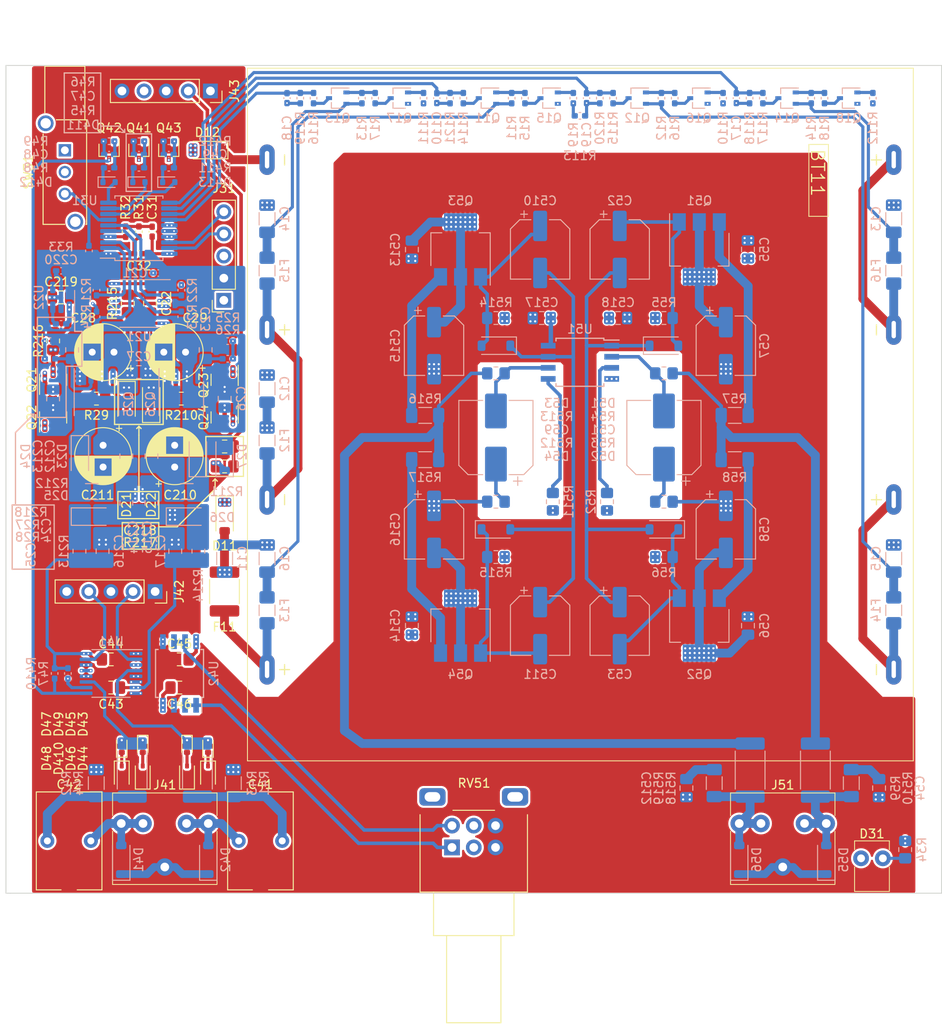
<source format=kicad_pcb>
(kicad_pcb (version 20221018) (generator pcbnew)
  (layers (0 "F.Cu" signal) (1 "In1.Cu" signal) (2 "In2.Cu" signal) (31 "B.Cu" signal) (34 "B.Paste" user) (35 "F.Paste" user) (36 "B.SilkS" user "B.Silkscreen") (37 "F.SilkS" user "F.Silkscreen") (38 "B.Mask" user) (39 "F.Mask" user) (44 "Edge.Cuts" user))
  (net 0 "")
  (net 1 "Net-(BT11A-+)")
  (net 2 "Net-(BT11C-+)")
  (net 3 "Net-(BT11A--)")
  (net 4 "Net-(BT11B-+)")
  (net 5 "Net-(BT11D-+)")
  (net 6 "+BATT")
  (net 7 "Cell 1 sense")
  (net 8 "Cell 2 sense")
  (net 9 "Cell 3 sense")
  (net 10 "Cell 4 sense")
  (net 11 "-BATT")
  (net 12 "GND")
  (net 13 "+5V_PRIM")
  (net 14 "+V")
  (net 15 "-V")
  (net 16 "H FET 2 GATE")
  (net 17 "L FET 2 GATE")
  (net 18 "+1{slash}2_V")
  (net 19 "-1{slash}2_V")
  (net 20 "Net-(Q14-S)")
  (net 21 "Net-(Q13-S)")
  (net 22 "Net-(Q12-S)")
  (net 23 "Net-(Q11-S)")
  (net 24 "Net-(C31-Pad1)")
  (net 25 "Net-(D42-A2)")
  (net 26 "Net-(C41-Pad2)")
  (net 27 "Net-(D41-A2)")
  (net 28 "Net-(C42-Pad2)")
  (net 29 "Net-(Q41-G)")
  (net 30 "+BT")
  (net 31 "L FET 1 GATE")
  (net 32 "H FET 1 GATE")
  (net 33 "Net-(C51-Pad1)")
  (net 34 "Net-(U51A--)")
  (net 35 "Net-(D51-A)")
  (net 36 "Net-(D51-K)")
  (net 37 "Battery sense enable")
  (net 38 "H FET 1 CTRL")
  (net 39 "L FET 1 CTRL")
  (net 40 "H FET 2 CTRL")
  (net 41 "L FET 2 CTRL")
  (net 42 "Net-(D52-K)")
  (net 43 "Net-(C54-Pad1)")
  (net 44 "Net-(C59-Pad1)")
  (net 45 "BT Enable")
  (net 46 "+PRIM")
  (net 47 "Net-(U51B--)")
  (net 48 "Net-(Q42-G)")
  (net 49 "Net-(Q43-G)")
  (net 50 "Net-(D53-A)")
  (net 51 "Net-(D53-K)")
  (net 52 "Net-(D54-K)")
  (net 53 "Net-(C512-Pad1)")
  (net 54 "Net-(D23-K)")
  (net 55 "Net-(D24-K)")
  (net 56 "Net-(D24-A)")
  (net 57 "Net-(D25-K)")
  (net 58 "Net-(D26-A)")
  (net 59 "Net-(D27-K)")
  (net 60 "LED 1")
  (net 61 "Net-(D43-K)")
  (net 62 "+BT_PRIM")
  (net 63 "BT Enable pri")
  (net 64 "Ext L")
  (net 65 "Ext R")
  (net 66 "Net-(D11-A)")
  (net 67 "In select A pri")
  (net 68 "Net-(J31-~{MCLR})")
  (net 69 "In select B pri")
  (net 70 "Net-(J31-ICSPDAT)")
  (net 71 "BT R")
  (net 72 "BT L")
  (net 73 "Net-(Q12-G)")
  (net 74 "In select A")
  (net 75 "Net-(Q13-G)")
  (net 76 "In select B")
  (net 77 "Net-(J31-ICSPCLK)")
  (net 78 "Net-(Q11-G)")
  (net 79 "Net-(Q11-D)")
  (net 80 "Net-(Q12-D)")
  (net 81 "Net-(Q13-D)")
  (net 82 "Net-(Q14-G)")
  (net 83 "Net-(Q14-D)")
  (net 84 "Net-(Q15-G)")
  (net 85 "Net-(Q15-D)")
  (net 86 "Net-(Q21-B)")
  (net 87 "Net-(Q21-E)")
  (net 88 "Net-(Q23-B)")
  (net 89 "Headphone out L")
  (net 90 "Headphone out R")
  (net 91 "Net-(Q23-E)")
  (net 92 "Audio L")
  (net 93 "Audio R")
  (net 94 "Net-(Q51-E)")
  (net 95 "Net-(Q52-E)")
  (net 96 "Net-(Q53-E)")
  (net 97 "Net-(Q54-E)")
  (net 98 "Net-(U21-G)")
  (net 99 "LED 2")
  (net 100 "Switch")
  (net 101 "Net-(R52-Pad1)")
  (net 102 "Net-(U51A-+)")
  (net 103 "Net-(R54-Pad1)")
  (net 104 "Net-(U22-CTRL)")
  (net 105 "Net-(R511-Pad1)")
  (net 106 "Net-(U51B-+)")
  (net 107 "Net-(R513-Pad1)")
  (net 109 "Net-(U41-Y)")
  (net 110 "Net-(U41-X)")
  (net 111 "Net-(U21-F)")
  (net 112 "+PRIM_U21")
  (net 113 "+1{slash}2_BATT")
  (net 114 "Net-(D31-AK)")
  (net 115 "Net-(D413-K)")
  (net 116 "Net-(D412-K)")
  (net 117 "Net-(D411-K)")
  (net 118 "Net-(D410-A)")
  (net 119 "Net-(D45-A)")
  (net 120 "Net-(D47-K)")
  (net 121 "Net-(Q16-D)")
  (net 122 "Net-(Q16-G)")
  (net 123 "Net-(Q17-G)")
  (net 124 "Net-(Q17-D)")
  (net 125 "Net-(Q18-D)")
  (net 126 "Net-(Q18-G)")
  (footprint "Diode_SMD:D_SOD-323" (layer "F.Cu") (at 94.804 132.4435 -90)
    (fp_text reference "D48")
    (fp_text value "5.1V")
  )
  (footprint "Capacitor_SMD:C_0805_2012Metric_Pad1.18x1.45mm_HandSolder" (layer "F.Cu") (at 106.6265 94.7329 180)
    (fp_text reference "C218")
    (fp_text value "10µF")
  )
  (footprint "Package_TO_SOT_SMD:SOT-323_SC-70" (layer "F.Cu") (at 93.348 60.71065 -90)
    (fp_text reference "Q42")
    (fp_text value "BSS138W")
  )
  (footprint "Resistor_SMD:R_0805_2012Metric_Pad1.20x1.40mm_HandSolder" (layer "F.Cu") (at 86.9206 82.6179 90)
    (fp_text reference "R216")
    (fp_text value "10")
  )
  (footprint "Package_TO_SOT_SMD:SOT-323_SC-70" (layer "F.Cu") (at 100.206 60.71065 -90)
    (fp_text reference "Q43")
    (fp_text value "BSS138W")
  )
  (footprint "Package_TO_SOT_SMD:SOT-23" (layer "F.Cu") (at 86.9206 91.3969 90)
    (fp_text reference "Q22")
    (fp_text value "BC807")
  )
  (footprint "Connector_PinSocket_2.54mm:PinSocket_1x05_P2.54mm_Vertical" (layer "F.Cu") (at 106.5325 77.95265 180)
    (fp_text reference "J31")
    (fp_text value "ICSP")
  )
  (footprint "Capacitor_SMD:C_0805_2012Metric_Pad1.18x1.45mm_HandSolder" (layer "F.Cu") (at 87.8305 77.6174 180)
    (fp_text reference "C219")
    (fp_text value "1µF")
  )
  (footprint "Diode_SMD:D_SOD-123" (layer "F.Cu") (at 98.1925 89.6189 90)
    (fp_text reference "D22")
    (fp_text value "BZT52C18")
  )
  (footprint "Resistor_SMD:R_0805_2012Metric_Pad1.20x1.40mm_HandSolder" (layer "F.Cu") (at 91.8996 89.2379)
    (fp_text reference "R29")
    (fp_text value "100")
  )
  (footprint "My_Footprints:LED_Holder" (layer "F.Cu") (at 181 143)
    (fp_text reference "D31")
    (fp_text value "LED")
  )
  (footprint "Package_TO_SOT_SMD:SOT-323_SC-70" (layer "F.Cu") (at 96.777 60.71065 -90)
    (fp_text reference "Q41")
    (fp_text value "BSS138W")
  )
  (footprint "Package_TO_SOT_SMD:SOT-23" (layer "F.Cu") (at 86.9206 87.0789 90)
    (fp_text reference "Q21")
    (fp_text value "BC817")
  )
  (footprint "Diode_SMD:D_SOD-523" (layer "F.Cu") (at 104.717 129.143 90)
    (fp_text reference "D43")
    (fp_text value "4148WT")
  )
  (footprint "Diode_SMD:D_SOD-123" (layer "F.Cu") (at 106.6265 102.78015 -90)
    (fp_text reference "D11")
    (fp_text value "SBR0560S1Q")
  )
  (footprint "Fuse:Fuse_1812_4532Metric_Pad1.30x3.40mm_HandSolder" (layer "F.Cu") (at 106.6105 111.377 -90)
    (fp_text reference "F11")
    (fp_text value "PTC 0.35A")
  )
  (footprint "Capacitor_SMD:C_0805_2012Metric_Pad1.18x1.45mm_HandSolder" (layer "F.Cu") (at 93.57025 122.40175 180)
    (fp_text reference "C43")
    (fp_text value "100n")
  )
  (footprint "My_Footprints:SW_LC1258EENP" (layer "F.Cu") (at 88.268 63.235 90)
    (fp_text reference "SW31")
    (fp_text value "Power/Function")
  )
  (footprint "Connector_PinSocket_2.54mm:PinSocket_1x05_P2.54mm_Vertical" (layer "F.Cu") (at 98.640999 111.378 -90)
    (fp_text reference "J42")
    (fp_text value "BT daughterboard audio")
  )
  (footprint "Capacitor_SMD:C_0805_2012Metric_Pad1.18x1.45mm_HandSolder" (layer "F.Cu") (at 93.57025 119.16325)
    (fp_text reference "C44")
    (fp_text value "100n")
  )
  (footprint "Diode_SMD:D_SOD-323" (layer "F.Cu") (at 104.717 132.4435 -90)
    (fp_text reference "D44")
    (fp_text value "5.1V")
  )
  (footprint "Capacitor_THT:CP_Radial_D6.3mm_P2.50mm" (layer "F.Cu") (at 102.1355 83.9039 180)
    (fp_text reference "C29")
    (fp_text value "100µF")
  )
  (footprint "Capacitor_SMD:C_0805_2012Metric_Pad1.18x1.45mm_HandSolder" (layer "F.Cu") (at 101.44425 122.40175 180)
    (fp_text reference "C46")
    (fp_text value "100n")
  )
  (footprint "Diode_SMD:D_SOD-123" (layer "F.Cu") (at 95.3546 89.6189 -90)
    (fp_text reference "D21")
    (fp_text value "BZT52C18")
  )
  (footprint "My_Footprints:Quad PCB mounted 18650 li-ion holder" (layer "F.Cu") (at 147.5 91.0635 -90)
    (fp_text reference "BT11")
    (fp_text value "~")
  )
  (footprint "Capacitor_SMD:C_0805_2012Metric_Pad1.18x1.45mm_HandSolder" (layer "F.Cu") (at 98.054 78.3159 -90)
    (fp_text reference "C22")
    (fp_text value "10µF")
  )
  (footprint "Capacitor_THT:CP_Radial_D6.3mm_P2.50mm" (layer "F.Cu") (at 100.8855 97.0919 90)
    (fp_text reference "C210")
    (fp_text value "100µF")
  )
  (footprint "My_Footprints:3-5mm_connector" (layer "F.Cu") (at 99.75 140)
    (fp_text reference "J41")
    (fp_text value "Line in")
  )
  (footprint "My_Footprints:3-5mm_connector" (layer "F.Cu") (at 170.75 140)
    (fp_text reference "J51")
    (fp_text value "Line in")
  )
  (footprint "Capacitor_SMD:C_0805_2012Metric_Pad1.18x1.45mm_HandSolder" (layer "F.Cu") (at 101.44425 119.16325 180)
    (fp_text reference "C45")
    (fp_text value "100n")
  )
  (footprint "Package_TO_SOT_SMD:SOT-23" (layer "F.Cu") (at 106.6265 87.0789 -90)
    (fp_text reference "Q23")
    (fp_text value "BC817")
  )
  (footprint "Diode_SMD:D_SOD-523" (layer "F.Cu") (at 102.304 129.143 -90)
    (fp_text reference "D45")
    (fp_text value "4148WT")
  )
  (footprint "Diode_SMD:D_SOD-323" (layer "F.Cu") (at 102.304 132.4435 90)
    (fp_text reference "D46")
    (fp_text value "5.1V")
  )
  (footprint "My_Footprints:C_0402_1005Metric_Pad0.74x0.62mm_HandSolder JLC" (layer "F.Cu") (at 96.777 72.6059)
    (fp_text reference "C32")
    (fp_text value "100n")
  )
  (footprint "Diode_SMD:D_SOD-523" (layer "F.Cu") (at 97.217 129.143 -90)
    (fp_text reference "D49")
    (fp_text value "4148WT")
  )
  (footprint "My_Footprints:R_0402_1005Metric_Pad0.72x0.64mm_HandSolder JLC" (layer "F.Cu") (at 96.777 70.0769 90)
    (fp_text reference "R31")
    (fp_text value "10K")
  )
  (footprint "Capacitor_THT:CP_Radial_D6.3mm_P2.50mm" (layer "F.Cu") (at 93.9116 83.9039 180)
    (fp_text reference "C28")
    (fp_text value "100µF")
  )
  (footprint "My_Footprints:WIMA_1µF" (layer "F.Cu") (at 110.74175 140 90)
    (fp_text reference "C41")
    (fp_text value "1µF")
  )
  (footprint "Potentiometer_THT:Potentiometer_Alps_RK09L_Double_Horizontal" (layer "F.Cu") (at 132.75 140.75 90)
    (fp_text reference "RV51")
    (fp_text value "10K")
  )
  (footprint "Capacitor_THT:CP_Radial_D6.3mm_P2.50mm" (layer "F.Cu") (at 92.6615 94.5919 -90)
    (fp_text reference "C211")
    (fp_text value "100µF")
  )
  (footprint "My_Footprints:R_0402_1005Metric_Pad0.72x0.64mm_HandSolder JLC" (layer "F.Cu") (at 95.253 70.0769 -90)
    (fp_text reference "R32")
    (fp_text value "470")
  )
  (footprint "Connector_PinSocket_2.54mm:PinSocket_1x05_P2.54mm_Vertical" (layer "F.Cu") (at 104.990999 53.928 -90)
    (fp_text reference "J43")
    (fp_text value "BT daughterboard power")
  )
  (footprint "Resistor_SMD:R_0805_2012Metric_Pad1.20x1.40mm_HandSolder" (layer "F.Cu") (at 95.5 78.3159 90)
    (fp_text reference "R215")
    (fp_text value "10")
  )
  (footprint "Resistor_SMD:R_0805_2012Metric_Pad1.20x1.40mm_HandSolder" (layer "F.Cu") (at 106.6265 97.0189)
    (fp_text reference "R217")
    (fp_text value "10")
  )
  (footprint "Diode_SMD:D_SOD-323" (layer "F.Cu") (at 97.217 132.4435 90)
    (fp_text reference "D410")
    (fp_text value "5.1V")
  )
  (footprint "Diode_SMD:D_SOD-123" (layer "F.Cu") (at 104.642 60.71065 180)
    (fp_text reference "D12")
    (fp_text value "SBR0560S1Q")
  )
  (footprint "My_Footprints:WIMA_1µF" (layer "F.Cu") (at 88.75825 140 -90)
    (fp_text reference "C42")
    (fp_text value "1µF")
  )
  (footprint "My_Footprints:C_0402_1005Metric_Pad0.74x0.62mm_HandSolder JLC" (layer "F.Cu") (at 98.301 70.0769 -90)
    (fp_text reference "C31")
    (fp_text value "100n")
  )
  (footprint "Resistor_SMD:R_0805_2012Metric_Pad1.20x1.40mm_HandSolder" (layer "F.Cu") (at 101.6475 89.2379 180)
    (fp_text reference "R210")
    (fp_text value "100")
  )
  (footprint "Package_TO_SOT_SMD:SOT-23" (layer "F.Cu") (at 106.6265 91.3969 -90)
    (fp_text reference "Q24")
    (fp_text value "BC807")
  )
  (footprint "Diode_SMD:D_SOD-523" (layer "F.Cu") (at 94.804 129.143 90)
    (fp_text reference "D47")
    (fp_text value "4148WT")
  )
  (footprint "Diode_SMD:D_SOD-123" (layer "B.Cu") (at 157.099 104.245499 180)
    (fp_text reference "D52")
    (fp_text value "1N4148W")
  )
  (footprint "My_Footprints:R_0402_1005Metric_Pad0.72x0.64mm_HandSolder JLC" (layer "B.Cu") (at 122.397006 54.7485 -90)
    (fp_text reference "R13")
    (fp_text value "100K")
  )
  (footprint "Capacitor_SMD:C_0805_2012Metric_Pad1.18x1.45mm_HandSolder" (layer "B.Cu") (at 106.6265 89.2379 -90)
    (fp_text reference "C26")
    (fp_text value "100n")
  )
  (footprint "Diode_SMD:D_SOD-123" (layer "B.Cu") (at 106.6265 95.8439 90)
    (fp_text reference "D27")
    (fp_text value "SBR0560S1Q")
  )
  (footprint "Package_SO:SOIC-8W_5.3x5.3mm_P1.27mm" (layer "B.Cu") (at 101.44425 120.7825 90)
    (fp_text reference "U42")
    (fp_text value "NJM5532")
  )
  (footprint "Diode_SMD:D_SOD-123" (layer "B.Cu") (at 103.5525 95.8419 90)
    (fp_text reference "D23")
    (fp_text value "SBR0560S1Q")
  )
  (footprint "My_Footprints:R_0402_1005Metric_Pad0.72x0.64mm_HandSolder JLC" (layer "B.Cu") (at 158.336998 54.7485 -90)
    (fp_text reference "R16")
    (fp_text value "1K")
  )
  (footprint "Capacitor_SMD:C_0805_2012Metric_Pad1.18x1.45mm_HandSolder" (layer "B.Cu") (at 143.0655 79.9885 180)
    (fp_text reference "C517")
    (fp_text value "100n")
  )
  (footprint "Capacitor_SMD:C_1206_3216Metric_Pad1.33x1.80mm_HandSolder" (layer "B.Cu") (at 111.5 88.091 90)
    (fp_text reference "C12")
    (fp_text value "2x 2.2µF")
  )
  (footprint "Capacitor_SMD:C_1206_3216Metric_Pad1.33x1.80mm_HandSolder" (layer "B.Cu") (at 183.5 107.591 90)
    (fp_text reference "C15")
    (fp_text value "2.2µF")
  )
  (footprint "My_Footprints:R_0402_1005Metric_Pad0.72x0.64mm_HandSolder JLC" (layer "B.Cu") (at 166.940996 54.7485 90)
    (fp_text reference "R118")
    (fp_text value "~")
  )
  (footprint "My_Footprints:R_0402_1005Metric_Pad0.72x0.64mm_HandSolder JLC" (layer "B.Cu") (at 86.5656 82.6339)
    (fp_text reference "R27")
    (fp_text value "100K")
  )
  (footprint "My_Footprints:R_0402_1005Metric_Pad0.72x0.64mm_HandSolder JLC" (layer "B.Cu") (at 91.9065 76.7919 -90)
    (fp_text reference "R21")
    (fp_text value "100K")
  )
  (footprint "Package_SO:TSSOP-16_4.4x5mm_P0.65mm" (layer "B.Cu") (at 93.57025 120.7825 180)
    (fp_text reference "U41")
    (fp_text value "4052")
  )
  (footprint "Resistor_SMD:R_1206_3216Metric_Pad1.30x1.75mm_HandSolder" (layer "B.Cu") (at 165.227 91.1645)
    (fp_text reference "R57")
    (fp_text value "10")
  )
  (footprint "Resistor_SMD:R_0805_2012Metric_Pad1.20x1.40mm_HandSolder" (layer "B.Cu") (at 157.099 86.3385 180)
    (fp_text reference "R54")
    (fp_text value "22K")
  )
  (footprint "My_Footprints:R_0402_1005Metric_Pad0.72x0.64mm_HandSolder JLC" (layer "B.Cu") (at 147.447 56.7805 180)
    (fp_text reference "R113")
    (fp_text value "100K")
  )
  (footprint "Fuse:Fuse_1206_3216Metric_Pad1.42x1.75mm_HandSolder" (layer "B.Cu") (at 111.5 113.536 90)
    (fp_text reference "F13")
    (fp_text value "PTC 0.05A")
  )
  (footprint "My_Footprints:R_0402_1005Metric_Pad0.72x0.64mm_HandSolder JLC" (layer "B.Cu") (at 86.5656 84.6659)
    (fp_text reference "R28")
    (fp_text value "100K")
  )
  (footprint "My_Footprints:C_0402_1005Metric_Pad0.74x0.62mm_HandSolder JLC" (layer "B.Cu") (at 96.777 61.21865 180)
    (fp_text reference "C47")
    (fp_text value "100n")
  )
  (footprint "Diode_SMD:D_SOD-123" (layer "B.Cu") (at 165.75 142.159 90)
    (fp_text reference "D56")
    (fp_text value "SMF20CA")
  )
  (footprint "Package_TO_SOT_SMD:SOT-323_SC-70" (layer "B.Cu") (at 119.619007 54.7485 180)
    (fp_text reference "Q13")
    (fp_text value "BSS84W")
  )
  (footprint "Diode_SMD:D_SOD-123" (layer "B.Cu") (at 104.75 142.159 90)
    (fp_text reference "D42")
    (fp_text value "SMF20CA")
  )
  (footprint "My_Footprints:R_0402_1005Metric_Pad0.72x0.64mm_HandSolder JLC" (layer "B.Cu") (at 101.6475 79.8399 90)
    (fp_text reference "R23")
    (fp_text value "100K")
  )
  (footprint "My_Footprints:C_0402_1005Metric_Pad0.74x0.62mm_HandSolder JLC" (layer "B.Cu") (at 131.001004 54.7485 -90)
    (fp_text reference "C110")
    (fp_text value "4x 100n")
  )
  (footprint "My_Footprints:R_0402_1005Metric_Pad0.72x0.64mm_HandSolder JLC" (layer "B.Cu") (at 91.9065 79.8399 90)
    (fp_text reference "R24")
    (fp_text value "100K")
  )
  (footprint "Resistor_SMD:R_0805_2012Metric_Pad1.20x1.40mm_HandSolder" (layer "B.Cu") (at 137.795 107.420499 180)
    (fp_text reference "R515")
    (fp_text value "6K8")
  )
  (footprint "Resistor_SMD:R_2512_6332Metric_Pad1.40x3.35mm_HandSolder" (layer "B.Cu") (at 167 131.872 -90)
    (fp_text reference "R518")
    (fp_text value "100")
  )
  (footprint "Diode_SMD:D_SOD-523" (layer "B.Cu") (at 96.777 64.39365)
    (fp_text reference "D411")
    (fp_text value "BAS16TS")
  )
  (footprint "My_Footprints:R_0402_1005Metric_Pad0.72x0.64mm_HandSolder JLC" (layer "B.Cu") (at 106.9815 84.6659 180)
    (fp_text reference "R26")
    (fp_text value "100K")
  )
  (footprint "Diode_SMD:D_SOD-123" (layer "B.Cu") (at 175.75 142.159 90)
    (fp_text reference "D55")
    (fp_text value "SMF20CA")
  )
  (footprint "My_Footprints:R_0402_1005Metric_Pad0.72x0.64mm_HandSolder JLC" (layer "B.Cu") (at 93.348 59.69465)
    (fp_text reference "R49")
    (fp_text value "100K")
  )
  (footprint "Diode_SMD:D_SOD-123" (layer "B.Cu") (at 91.3605 102.78015)
    (fp_text reference "D25")
    (fp_text value "1N4148W")
  )
  (footprint "Resistor_SMD:R_1206_3216Metric_Pad1.30x1.75mm_HandSolder" (layer "B.Cu") (at 91.3605 99.9059)
    (fp_text reference "R212")
    (fp_text value "1")
  )
  (footprint "Capacitor_SMD:CP_Elec_6.3x5.7" (layer "B.Cu") (at 130.683 83.1635 -90)
    (fp_text reference "C515")
    (fp_text value "47µF")
  )
  (footprint "Resistor_SMD:R_0805_2012Metric_Pad1.20x1.40mm_HandSolder" (layer "B.Cu") (at 137.795 101.0705)
    (fp_text reference "R512")
    (fp_text value "1K")
  )
  (footprint "My_Footprints:R_0402_1005Metric_Pad0.72x0.64mm_HandSolder JLC" (layer "B.Cu") (at 146.685 54.7485 -90)
    (fp_text reference "R19")
    (fp_text value "1K")
  )
  (footprint "Capacitor_SMD:C_0805_2012Metric_Pad1.18x1.45mm_HandSolder" (layer "B.Cu") (at 86.9206 89.2379 -90)
    (fp_text reference "C25")
    (fp_text value "100n")
  )
  (footprint "Fuse:Fuse_1206_3216Metric_Pad1.42x1.75mm_HandSolder" (layer "B.Cu") (at 111.5 74.549 90)
    (fp_text reference "F15")
    (fp_text value "PTC 0.05A")
  )
  (footprint "Capacitor_SMD:CP_Elec_8x5.4" (layer "B.Cu") (at 137.795 93.7045 90)
    (fp_text reference "C59")
    (fp_text value "100µF")
  )
  (footprint "Resistor_SMD:R_0805_2012Metric_Pad1.20x1.40mm_HandSolder" (layer "B.Cu") (at 137.795 79.9885)
    (fp_text reference "R514")
    (fp_text value "6K8")
  )
  (footprint "Resistor_SMD:R_1206_3216Metric_Pad1.30x1.75mm_HandSolder" (layer "B.Cu") (at 129.667001 96.2445)
    (fp_text reference "R517")
    (fp_text value "10")
  )
  (footprint "Capacitor_SMD:CP_Elec_8x5.4" (layer "B.Cu") (at 157.099 93.7045 90)
    (fp_text reference "C51")
    (fp_text value "100µF")
  )
  (footprint "Capacitor_SMD:C_0805_2012Metric_Pad1.18x1.45mm_HandSolder" (layer "B.Cu") (at 128.143 72.136 -90)
    (fp_text reference "C513")
    (fp_text value "100n")
  )
  (footprint "Resistor_SMD:R_0805_2012Metric_Pad1.20x1.40mm_HandSolder" (layer "B.Cu") (at 157.099 79.9885 180)
    (fp_text reference "R55")
    (fp_text value "6K8")
  )
  (footprint "Resistor_SMD:R_1206_3216Metric_Pad1.30x1.75mm_HandSolder" (layer "B.Cu") (at 102.2825 99.9059 180)
    (fp_text reference "R211")
    (fp_text value "1")
  )
  (footprint "Resistor_SMD:R_0805_2012Metric_Pad1.20x1.40mm_HandSolder" (layer "B.Cu") (at 157.099 107.4205)
    (fp_text reference "R56")
    (fp_text value "6K8")
  )
  (footprint "My_Footprints:R_0402_1005Metric_Pad0.72x0.64mm_HandSolder JLC" (layer "B.Cu") (at 96.777 62.74265 180)
    (fp_text reference "R45")
    (fp_text value "1K")
  )
  (footprint "Resistor_SMD:R_1206_3216Metric_Pad1.30x1.75mm_HandSolder" (layer "B.Cu") (at 91.876 133.37 90)
    (fp_text reference "R42")
    (fp_text value "22K")
  )
  (footprint "My_Footprints:R_0402_1005Metric_Pad0.72x0.64mm_HandSolder JLC" (layer "B.Cu") (at 156.812998 54.7485 -90)
    (fp_text reference "R12")
    (fp_text value "100K")
  )
  (footprint "My_Footprints:R_0402_1005Metric_Pad0.72x0.64mm_HandSolder JLC" (layer "B.Cu") (at 141.129002 54.7485 -90)
    (fp_text reference "R15")
    (fp_text value "1K")
  )
  (footprint "Package_SO:SO-8_3.9x4.9mm_P1.27mm" (layer "B.Cu") (at 91.8996 89.2379 -90)
    (fp_text reference "Q25")
    (fp_text value "DMC3025LSD")
  )
  (footprint "My_Footprints:R_0402_1005Metric_Pad0.72x0.64mm_HandSolder JLC" (layer "B.Cu") (at 101.6475 76.7919 90)
    (fp_text reference "R22")
    (fp_text value "100K")
  )
  (footprint "My_Footprints:R_0402_1005Metric_Pad0.72x0.64mm_HandSolder JLC" (layer "B.Cu") (at 181.100992 54.7485 -90)
    (fp_text reference "R112")
    (fp_text value "1K")
  )
  (footprint "Capacitor_SMD:C_0805_2012Metric_Pad1.18x1.45mm_HandSolder" (layer "B.Cu") (at 166.751 72.114499 90)
    (fp_text reference "C55")
    (fp_text value "100n")
  )
  (footprint "Fuse:Fuse_1206_3216Metric_Pad1.42x1.75mm_HandSolder" (layer "B.Cu") (at 183.5 113.536 90)
    (fp_text reference "F14")
    (fp_text value "PTC 0.05A")
  )
  (footprint "My_Footprints:C_0402_1005Metric_Pad0.74x0.62mm_HandSolder JLC" (layer "B.Cu") (at 165.416996 54.7485 -90)
    (fp_text reference "C17")
    (fp_text value "~")
  )
  (footprint "Capacitor_SMD:C_0805_2012Metric_Pad1.18x1.45mm_HandSolder" (layer "B.Cu") (at 98.2185 95.8419 90)
    (fp_text reference "C212")
    (fp_text value "10µF")
  )
  (footprint "Resistor_SMD:R_0805_2012Metric_Pad1.20x1.40mm_HandSolder" (layer "B.Cu") (at 157.099 101.0705 180)
    (fp_text reference "R53")
    (fp_text value "1K")
  )
  (footprint "Capacitor_SMD:CP_Elec_6.3x5.7" (layer "B.Cu") (at 164.211 104.2435 -90)
    (fp_text reference "C58")
    (fp_text value "47µF")
  )
  (footprint "Diode_SMD:D_SOD-123" (layer "B.Cu") (at 94.75 142.159 90)
    (fp_text reference "D41")
    (fp_text value "SMF20CA")
  )
  (footprint "Resistor_SMD:R_0805_2012Metric_Pad1.20x1.40mm_HandSolder" (layer "B.Cu") (at 103.61025 106.749 -90)
    (fp_text reference "R214")
    (fp_text value "100")
  )
  (footprint "My_Footprints:C_0402_1005Metric_Pad0.74x0.62mm_HandSolder JLC" (layer "B.Cu") (at 98.9955 74.81965 180)
    (fp_text reference "C21")
    (fp_text value "100n")
  )
  (footprint "Package_TO_SOT_SMD:TSOT-23-5" (layer "B.Cu") (at 87.8305 77.6174 90)
    (fp_text reference "U22")
    (fp_text value "TCR1HF50B")
  )
  (footprint "My_Footprints:R_0402_1005Metric_Pad0.72x0.64mm_HandSolder JLC" (layer "B.Cu") (at 91.03725 72.2834 90)
    (fp_text reference "R33")
    (fp_text value "100K")
  )
  (footprint "Resistor_SMD:R_1206_3216Metric_Pad1.30x1.75mm_HandSolder" (layer "B.Cu") (at 162.876 133.37 -90)
    (fp_text reference "R519")
    (fp_text value "10")
  )
  (footprint "Capacitor_SMD:C_0805_2012Metric_Pad1.18x1.45mm_HandSolder" (layer "B.Cu") (at 166.751 115.2945 -90)
    (fp_text reference "C56")
    (fp_text value "100n")
  )
  (footprint "My_Footprints:R_0402_1005Metric_Pad0.72x0.64mm_HandSolder JLC" (layer "B.Cu") (at 132.525004 54.7485 90)
    (fp_text reference "R121")
    (fp_text value "4x 1K5")
  )
  (footprint "Capacitor_SMD:C_1206_3216Metric_Pad1.33x1.80mm_HandSolder" (layer "B.Cu") (at 183.5 68.591 90)
    (fp_text reference "C13")
    (fp_text value "2.2µF")
  )
  (footprint "Capacitor_SMD:C_0805_2012Metric_Pad1.18x1.45mm_HandSolder" (layer "B.Cu") (at 159.684 133.9415 -90)
    (fp_text reference "C512")
    (fp_text value "100n")
  )
  (footprint "Package_SO:SO-8_3.9x4.9mm_P1.27mm" (layer "B.Cu") (at 101.6475 89.2379 -90)
    (fp_text reference "Q26")
    (fp_text value "DMC3025LSD")
  )
  (footprint "Package_TO_SOT_SMD:SOT-323_SC-70" (layer "B.Cu") (at 178.322993 54.7485 180)
    (fp_text reference "Q18")
    (fp_text value "BSS138W")
  )
  (footprint "Capacitor_SMD:CP_Elec_6.3x5.4_Nichicon" (layer "B.Cu") (at 152.019 115.2945 -90)
    (fp_text reference "C53")
    (fp_text value "100µF")
  )
  (footprint "Package_TO_SOT_SMD:SOT-323_SC-70" (layer "B.Cu") (at 161.114997 54.7485 180)
    (fp_text reference "Q16")
    (fp_text value "BSS138W")
  )
  (footprint "Resistor_SMD:R_2512_6332Metric_Pad1.40x3.35mm_HandSolder" (layer "B.Cu") (at 103.5 131.872 90)
    (fp_text reference "R43")
    (fp_text value "1K")
  )
  (footprint "Capacitor_SMD:CP_Elec_6.3x5.4_Nichicon" (layer "B.Cu") (at 142.875 115.2945 -90)
    (fp_text reference "C511")
    (fp_text value "100µF")
  )
  (footprint "Diode_SMD:D_SOD-123" (layer "B.Cu") (at 157.099 83.1635)
    (fp_text reference "D51")
    (fp_text value "1N4148W")
  )
  (footprint "Package_TO_SOT_SMD:SOT-323_SC-70" (layer "B.Cu") (at 171.242995 54.7485 180)
    (fp_text reference "Q14")
    (fp_text value "BSS84W")
  )
  (footprint "My_Footprints:R_0402_1005Metric_Pad0.72x0.64mm_HandSolder JLC" (layer "B.Cu") (at 87.8305 80.6654 180)
    (fp_text reference "R218")
    (fp_text value "0")
  )
  (footprint "Fuse:Fuse_1206_3216Metric_Pad1.42x1.75mm_HandSolder" (layer "B.Cu") (at 183.5 74.549 90)
    (fp_text reference "F16")
    (fp_text value "PTC 0.05A")
  )
  (footprint "Resistor_SMD:R_1206_3216Metric_Pad1.30x1.75mm_HandSolder" (layer "B.Cu") (at 107.624 133.37 90)
    (fp_text reference "R41")
    (fp_text value "22K")
  )
  (footprint "Resistor_SMD:R_0805_2012Metric_Pad1.20x1.40mm_HandSolder" (layer "B.Cu") (at 150.5585 101.0705 90)
    (fp_text reference "R52")
    (fp_text value "100")
  )
  (footprint "Capacitor_SMD:C_0805_2012Metric_Pad1.18x1.45mm_HandSolder" (layer "B.Cu") (at 100.95475 106.749 -90)
    (fp_text reference "C217")
    (fp_text value "1µF")
  )
  (footprint "Capacitor_SMD:CP_Elec_6.3x5.4_Nichicon" (layer "B.Cu") (at 142.874999 72.1145 -90)
    (fp_text reference "C510")
    (fp_text value "100µF")
  )
  (footprint "My_Footprints:R_0402_1005Metric_Pad0.72x0.64mm_HandSolder JLC" (layer "B.Cu") (at 96.777 59.69465)
    (fp_text reference "R46")
    (fp_text value "100K")
  )
  (footprint "My_Footprints:R_0402_1005Metric_Pad0.72x0.64mm_HandSolder JLC" (layer "B.Cu") (at 168.464996 54.7485 90)
    (fp_text reference "R117")
    (fp_text value "12K")
  )
  (footprint "Package_TO_SOT_SMD:SOT-323_SC-70" (layer "B.Cu") (at 143.907001 54.7485 180)
    (fp_text reference "Q15")
    (fp_text value "BSS138W")
  )
  (footprint "Resistor_SMD:R_1206_3216Metric_Pad1.30x1.75mm_HandSolder" (layer "B.Cu") (at 165.227 96.2445 180)
    (fp_text reference "R58")
    (fp_text value "10")
  )
  (footprint "Capacitor_SMD:C_0805_2012Metric_Pad1.18x1.45mm_HandSolder" (layer "B.Cu") (at 96.777 86.1899)
    (fp_text reference "C27")
    (fp_text value "10µF")
  )
  (footprint "My_Footprints:R_0402_1005Metric_Pad0.72x0.64mm_HandSolder JLC" (layer "B.Cu") (at 163.892996 54.7485 -90)
    (fp_text reference "R110")
    (fp_text value "1K")
  )
  (footprint "Resistor_SMD:R_1206_3216Metric_Pad1.30x1.75mm_HandSolder" (layer "B.Cu") (at 178.624 133.37 -90)
    (fp_text reference "R510")
    (fp_text value "10")
  )
  (footprint "My_Footprints:R_0402_1005Metric_Pad0.72x0.64mm_HandSolder JLC" (layer "B.Cu") (at 88.61725 120.7825 90)
    (fp_text reference "R47")
    (fp_text value "100K")
  )
  (footprint "Package_TO_SOT_SMD:SOT-223-3_TabPin2" (layer "B.Cu") (at 161.163 72.1145 -90)
    (fp_text reference "Q51")
    (fp_text value "BCP56")
  )
  (footprint "Capacitor_SMD:C_0805_2012Metric_Pad1.18x1.45mm_HandSolder" (layer "B.Cu") (at 95.3285 95.8419 -90)
    (fp_text reference "C213")
    (fp_text value "10µF")
  )
  (footprint "Diode_SMD:D_SOD-523" (layer "B.Cu") (at 100.206 64.39365)
    (fp_text reference "D413")
    (fp_text value "BAS16TS")
  )
  (footprint "My_Footprints:C_0402_1005Metric_Pad0.74x0.62mm_HandSolder JLC" (layer "B.Cu") (at 148.209 54.7485 -90)
    (fp_text reference "C19")
    (fp_text value "~")
  )
  (footprint "Fuse:Fuse_1206_3216Metric_Pad1.42x1.75mm_HandSolder" (layer "B.Cu") (at 111.5 94.0425 -90)
    (fp_text reference "F12")
    (fp_text value "PTC 0.05A")
  )
  (footprint "Capacitor_SMD:C_0805_2012Metric_Pad1.18x1.45mm_HandSolder" (layer "B.Cu") (at 98.2185 101.20765 -90)
    (fp_text reference "C215")
    (fp_text value "1µF")
  )
  (footprint "Capacitor_SMD:C_0805_2012Metric_Pad1.18x1.45mm_HandSolder" (layer "B.Cu") (at 181.816 133.9415 -90)
    (fp_text reference "C54")
    (fp_text value "100n")
  )
  (footprint "My_Footprints:C_0402_1005Metric_Pad0.74x0.62mm_HandSolder JLC" (layer "B.Cu") (at 87.8305 74.5694 180)
    (fp_text reference "C220")
    (fp_text value "1µF")
  )
  (footprint "Resistor_SMD:R_0805_2012Metric_Pad1.20x1.40mm_HandSolder" (layer "B.Cu") (at 184.81675 141 90)
    (fp_text reference "R34")
    (fp_text value "2K2")
  )
  (footprint "Package_TO_SOT_SMD:SOT-323_SC-70" (layer "B.Cu") (at 154.034999 54.7485 180)
    (fp_text reference "Q12")
    (fp_text value "BSS84W")
  )
  (footprint "My_Footprints:R_0402_1005Metric_Pad0.72x0.64mm_HandSolder JLC" (layer "B.Cu") (at 123.921006 54.7485 -90)
    (fp_text reference "R17")
    (fp_text value "1K")
  )
  (footprint "Diode_SMD:D_SOD-523" (layer "B.Cu") (at 93.348 64.39365)
    (fp_text reference "D412")
    (fp_text value "BAS16TS")
  )
  (footprint "Capacitor_SMD:C_1206_3216Metric_Pad1.33x1.80mm_HandSolder" (layer "B.Cu") (at 111.5 68.591 90)
    (fp_text reference "C14")
    (fp_text value "2.2µF")
  )
  (footprint "Capacitor_SMD:CP_Elec_6.3x5.4_Nichicon" (layer "B.Cu") (at 152.019 72.1145 -90)
    (fp_text reference "C52")
    (fp_text value "100µF")
  )
  (footprint "Package_TO_SOT_SMD:SOT-323_SC-70" (layer "B.Cu") (at 126.699005 54.7485 180)
    (fp_text reference "Q17")
    (fp_text value "BSS138W")
  )
  (footprint "Capacitor_SMD:C_0805_2012Metric_Pad1.18x1.45mm_HandSolder" (layer "B.Cu") (at 104.4415 83.6499 -90)
    (fp_text reference "C23")
    (fp_text value "10µF")
  )
  (footprint "My_Footprints:R_0402_1005Metric_Pad0.72x0.64mm_HandSolder JLC" (layer "B.Cu") (at 93.348 62.74265)
    (fp_text reference "R48")
    (fp_text value "1K")
  )
  (footprint "My_Footprints:R_0402_1005Metric_Pad0.72x0.64mm_HandSolder JLC" (layer "B.Cu") (at 87.09325 120.7825 90)
    (fp_text reference "R410")
    (fp_text value "100K")
  )
  (footprint "Resistor_SMD:R_1206_3216Metric_Pad1.30x1.75mm_HandSolder" (layer "B.Cu") (at 129.667 91.164501 180)
    (fp_text reference "R516")
    (fp_text value "10")
  )
  (footprint "My_Footprints:R_0402_1005Metric_Pad0.72x0.64mm_HandSolder JLC" (layer "B.Cu") (at 100.206 62.74265)
    (fp_text reference "R411")
    (fp_text value "1K")
  )
  (footprint "Capacitor_SMD:C_0805_2012Metric_Pad1.18x1.45mm_HandSolder" (layer "B.Cu") (at 92.59925 106.749 90)
    (fp_text reference "C216")
    (fp_text value "1µF")
  )
  (footprint "Resistor_SMD:R_0805_2012Metric_Pad1.20x1.40mm_HandSolder" (layer "B.Cu") (at 89.94375 106.749 -90)
    (fp_text reference "R213")
    (fp_text value "100")
  )
  (footprint "My_Footprints:C_0402_1005Metric_Pad0.74x0.62mm_HandSolder JLC" (layer "B.Cu") (at 93.348 61.21865 180)
    (fp_text reference "C48")
    (fp_text value "100n")
  )
  (footprint "Package_SO:SOIC-8W_5.3x5.3mm_P1.27mm" (layer "B.Cu") (at 147.447 85.0685 180)
    (fp_text reference "U51")
    (fp_text value "NJM5532")
  )
  (footprint "Capacitor_SMD:C_0805_2012Metric_Pad1.18x1.45mm_HandSolder" (layer "B.Cu") (at 151.8285 79.9885 180)
    (fp_text reference "C518")
    (fp_text value "100n")
  )
  (footprint "Diode_SMD:D_SOD-123" (layer "B.Cu") (at 89.9945 95.8419 -90)
    (fp_text reference "D24")
    (fp_text value "SBR0560S1Q")
  )
  (footprint "Capacitor_SMD:C_1206_3216Metric_Pad1.33x1.80mm_HandSolder" (layer "B.Cu") (at 106.6265 107.591 90)
    (fp_text reference "C11")
    (fp_text value "2.2µF")
  )
  (footprint "Diode_SMD:D_SOD-123" (layer "B.Cu") (at 102.2825 102.78015)
    (fp_text reference "D26")
    (fp_text value "1N4148W")
  )
  (footprint "My_Footprints:R_0402_1005Metric_Pad0.72x0.64mm_HandSolder JLC" (layer "B.Cu") (at 139.605002 54.7485 -90)
    (fp_text reference "R11")
    (fp_text value "100K")
  )
  (footprint "Capacitor_SMD:C_0805_2012Metric_Pad1.18x1.45mm_HandSolder" (layer "B.Cu") (at 89.1056 83.6499 90)
    (fp_text reference "C24")
    (fp_text value "10µF")
  )
  (footprint "Resistor_SMD:R_2512_6332Metric_Pad1.40x3.35mm_HandSolder" (layer "B.Cu") (at 96 131.872 90)
    (fp_text reference "R44")
    (fp_text value "1K")
  )
  (footprint "My_Footprints:C_0402_1005Metric_Pad0.74x0.62mm_HandSolder JLC" (layer "B.Cu") (at 100.206 61.21865 180)
    (fp_text reference "C49")
    (fp_text value "100n")
  )
  (footprint "My_Footprints:R_0402_1005Metric_Pad0.72x0.64mm_HandSolder JLC" (layer "B.Cu") (at 100.206 59.69465)
    (fp_text reference "R412")
    (fp_text value "100K")
  )
  (footprint "My_Footprints:R_0402_1005Metric_Pad0.72x0.64mm_HandSolder JLC" (layer "B.Cu") (at 115.317008 54.7485 90)
    (fp_text reference "R119")
    (fp_text value "~")
  )
  (footprint "My_Footprints:R_0402_1005Metric_Pad0.72x0.64mm_HandSolder JLC" (layer "B.Cu") (at 174.020994 54.7485 -90)
    (fp_text reference "R14")
    (fp_text value "100K")
  )
  (footprint "Capacitor_SMD:C_0805_2012Metric_Pad1.18x1.45mm_HandSolder" (layer "B.Cu") (at 128.143 115.2945 -90)
    (fp_text reference "C514")
    (fp_text value "100n")
  )
  (footprint "Resistor_SMD:R_2512_6332Metric_Pad1.40x3.35mm_HandSolder" (layer "B.Cu") (at 174.5 131.872 -90)
    (fp_text reference "R59")
    (fp_text value "100")
  )
  (footprint "My_Footprints:C_0402_1005Metric_Pad0.74x0.62mm_HandSolder JLC" (layer "B.Cu") (at 113.793008 54.7485 -90)
    (fp_text reference "C18")
    (fp_text value "~")
  )
  (footprint "My_Footprints:R_0402_1005Metric_Pad0.72x0.64mm_HandSolder JLC" (layer "B.Cu") (at 151.257 54.7485 90)
    (fp_text reference "R115")
    (fp_text value "12K")
  )
  (footprint "Resistor_SMD:R_0805_2012Metric_Pad1.20x1.40mm_HandSolder" (layer "B.Cu") (at 144.3355 101.0705 90)
    (fp_text reference "R511")
    (fp_text value "100")
  )
  (footprint "Diode_SMD:D_SOD-123" (layer "B.Cu") (at 137.795 104.245499)
    (fp_text reference "D54")
    (fp_text value "1N4148W")
  )
  (footprint "Package_TO_SOT_SMD:SOT-323_SC-70" (layer "B.Cu") (at 136.827003 54.7485 180)
    (fp_text reference "Q11")
    (fp_text value "BSS84W")
  )
  (footprint "Capacitor_SMD:CP_Elec_6.3x5.7" (layer "B.Cu") (at 164.211 83.1635 -90)
    (fp_text reference "C57")
    (fp_text value "47µF")
  )
  (footprint "Package_SO:TSSOP-16_4.4x5mm_P0.65mm" (layer "B.Cu") (at 96.777 78.3159 180)
    (fp_text reference "U21")
    (fp_text value "CD40109")
  )
  (footprint "Capacitor_SMD:C_1206_3216Metric_Pad1.33x1.80mm_HandSolder" (layer "B.Cu") (at 111.5 107.591 90)
    (fp_text reference "C16")
    (fp_text value "4x 2.2µF")
  )
  (footprint "My_Footprints:R_0402_1005Metric_Pad0.72x0.64mm_HandSolder JLC" (layer "B.Cu") (at 116.841008 54.7485 90)
    (fp_text reference "R116")
    (fp_text value "12K")
  )
  (footprint "My_Footprints:R_0402_1005Metric_Pad0.72x0.64mm_HandSolder JLC" (layer "B.Cu") (at 175.544994 54.7485 -90)
    (fp_text reference "R18")
    (fp_text value "1K")
  )
  (footprint "Package_SO:SSOP-20_5.3x7.2mm_P0.65mm" (layer "B.Cu") (at 96.777 69.6819)
    (fp_text reference "U31")
    (fp_text value "PIC16F18446-I/SS ")
  )
  (footprint "My_Footprints:R_0402_1005Metric_Pad0.72x0.64mm_HandSolder JLC" (layer "B.Cu") (at 129.477004 54.7485 -90)
    (fp_text reference "R111")
    (fp_text value "1K")
  )
  (footprint "Package_TO_SOT_SMD:SOT-223-3_TabPin2" (layer "B.Cu") (at 133.731 115.2945 90)
    (fp_text reference "Q54")
    (fp_text value "BCP53")
  )
  (footprint "My_Footprints:R_0402_1005Metric_Pad0.72x0.64mm_HandSolder JLC" (layer "B.Cu") (at 149.733 54.7485 90)
    (fp_text reference "R120")
    (fp_text value "~")
  )
  (footprint "My_Footprints:R_0402_1005Metric_Pad0.72x0.64mm_HandSolder JLC" (layer "B.Cu") (at 134.049004 54.7485 90)
    (fp_text reference "R114")
    (fp_text value "12K")
  )
  (footprint "Diode_SMD:D_SOD-123" (layer "B.Cu") (at 137.795 83.1635 180)
    (fp_text reference "D53")
    (fp_text value "1N4148W")
  )
  (footprint "Capacitor_SMD:C_0805_2012Metric_Pad1.18x1.45mm_HandSolder" (layer "B.Cu") (at 95.3285 101.20765 -90)
    (fp_text reference "C214")
    (fp_text value "1µF")
  )
  (footprint "Package_TO_SOT_SMD:SOT-223-3_TabPin2" (layer "B.Cu") (at 161.163 115.2945 -90)
    (fp_text reference "Q52")
    (fp_text value "BCP53")
  )
  (footprint "Capacitor_SMD:CP_Elec_6.3x5.7" (layer "B.Cu") (at 130.683 104.243501 -90)
    (fp_text reference "C516")
    (fp_text value "47µF")
  )
  (footprint "Package_TO_SOT_SMD:SOT-223-3_TabPin2" (layer "B.Cu") (at 133.731 72.114499 90)
    (fp_text reference "Q53")
    (fp_text value "BCP56")
  )
  (footprint "My_Footprints:R_0402_1005Metric_Pad0.72x0.64mm_HandSolder JLC" (layer "B.Cu") (at 106.9815 82.6339)
    (fp_text reference "R25")
    (fp_text value "100K")
  )
  (footprint "Resistor_SMD:R_0805_2012Metric_Pad1.20x1.40mm_HandSolder" (layer "B.Cu") (at 137.795 86.3385)
    (fp_text reference "R513")
    (fp_text value "22K")
  )
  (gr_line (start 83.6135 108.81265) (end 86.9155 108.81265) (stroke (width 0.15)) (layer "B.SilkS"))
  (gr_line (start 83.9945 91.73115) (end 84.71292 91.01273) (stroke (width 0.15)) (layer "B.SilkS"))
  (gr_line (start 87.0425 103.60565) (end 87.0425 101.44665) (stroke (width 0.15)) (layer "B.SilkS"))
  (gr_line (start 82.5975 93.12815) (end 84.2485 91.47715) (stroke (width 0.15)) (layer "B.SilkS"))
  (gr_line (start 85.112 79.9034) (end 89.39825 79.9034) (stroke (width 0.15)) (layer "B.SilkS"))
  (gr_line (start 85.112 83.0784) (end 85.112 91.3969) (stroke (width 0.15)) (layer "B.SilkS"))
  (gr_line (start 92.391 58.72) (end 88.2 58.72) (stroke (width 0.15)) (layer "B.SilkS"))
  (gr_line (start 88.2 51.862) (end 92.391 51.862) (stroke (width 0.15)) (layer "B.SilkS"))
  (gr_line (start 88.2 58.72) (end 88.2 58.339) (stroke (width 0.15)) (layer "B.SilkS"))
  (gr_line (start 88.414 85.52315) (end 90.22375 85.52315) (stroke (width 0.15)) (layer "B.SilkS"))
  (gr_line (start 90.22375 81.52265) (end 90.22375 85.33265) (stroke (width 0.15)) (layer "B.SilkS"))
  (gr_line (start 88.0965 91.3969) (end 88.414 91.3969) (stroke (width 0.15)) (layer "B.SilkS"))
  (gr_line (start 82.2165 101.44665) (end 82.2165 108.81265) (stroke (width 0.15)) (layer "B.SilkS"))
  (gr_line (start 90.22375 85.52315) (end 90.22375 85.33265) (stroke (width 0.15)) (layer "B.SilkS"))
  (gr_line (start 82.3435 101.44665) (end 82.2165 101.44665) (stroke (width 0.15)) (layer "B.SilkS"))
  (gr_line (start 89.39825 81.52265) (end 90.22375 81.52265) (stroke (width 0.15)) (layer "B.SilkS"))
  (gr_line (start 82.2165 108.81265) (end 83.6135 108.81265) (stroke (width 0.15)) (layer "B.SilkS"))
  (gr_line (start 84.71292 91.01273) (end 84.35371 91.01273) (stroke (width 0.15)) (layer "B.SilkS"))
  (gr_line (start 82.3435 101.44665) (end 87.0425 101.44665) (stroke (width 0.15)) (layer "B.SilkS"))
  (gr_line (start 95.14142 58.67642) (end 94.78221 58.67642) (stroke (width 0.15)) (layer "B.SilkS"))
  (gr_line (start 95.312 62.276) (end 95.312 65.451) (stroke (width 0.15)) (layer "B.SilkS"))
  (gr_line (start 82.5975 101.38315) (end 82.5975 93.12815) (stroke (width 0.15)) (layer "B.SilkS"))
  (gr_line (start 88.414 91.3969) (end 88.414 85.7454) (stroke (width 0.15)) (layer "B.SilkS"))
  (gr_line (start 84.71292 91.01273) (end 84.71292 91.37194) (stroke (width 0.15)) (layer "B.SilkS"))
  (gr_line (start 95.14142 58.67642) (end 95.14142 58.31721) (stroke (width 0.15)) (layer "B.SilkS"))
  (gr_line (start 98.233 65.451) (end 98.233 59.609) (stroke (width 0.15)) (layer "B.SilkS"))
  (gr_line (start 96.328 58.847) (end 98.233 58.847) (stroke (width 0.15)) (layer "B.SilkS"))
  (gr_line (start 98.233 58.847) (end 98.233 59.609) (stroke (width 0.15)) (layer "B.SilkS"))
  (gr_line (start 94.423 57.958) (end 95.14142 58.67642) (stroke (width 0.15)) (layer "B.SilkS"))
  (gr_line (start 88.414 85.7454) (end 88.414 85.52315) (stroke (width 0.15)) (layer "B.SilkS"))
  (gr_line (start 85.112 83.0784) (end 85.112 79.9034) (stroke (width 0.15)) (layer "B.SilkS"))
  (gr_line (start 94.423 57.958) (end 92.391 57.958) (stroke (width 0.15)) (layer "B.SilkS"))
  (gr_line (start 88.2 58.339) (end 88.2 51.862) (stroke (width 0.15)) (layer "B.SilkS"))
  (gr_line (start 87.0425 103.60565) (end 87.0425 108.81265) (stroke (width 0.15)) (layer "B.SilkS"))
  (gr_line (start 95.312 62.276) (end 95.312 58.847) (stroke (width 0.15)) (layer "B.SilkS"))
  (gr_line (start 89.39825 79.9034) (end 89.39825 81.52265) (stroke (width 0.15)) (layer "B.SilkS"))
  (gr_line (start 92.391 51.862) (end 92.391 58.72) (stroke (width 0.15)) (layer "B.SilkS"))
  (gr_line (start 85.112 91.3969) (end 88.0965 91.3969) (stroke (width 0.15)) (layer "B.SilkS"))
  (gr_line (start 86.9155 108.81265) (end 87.0425 108.81265) (stroke (width 0.15)) (layer "B.SilkS"))
  (gr_line (start 95.312 58.847) (end 96.328 58.847) (stroke (width 0.15)) (layer "B.SilkS"))
  (gr_line (start 95.312 65.451) (end 98.233 65.451) (stroke (width 0.15)) (layer "B.SilkS"))
  (gr_line (start 99.054 103.9475) (end 101.18125 103.9475) (stroke (width 0.15)) (layer "F.SilkS"))
  (gr_line (start 96.777 92.4179) (end 96.777 93.433899) (stroke (width 0.15)) (layer "F.SilkS"))
  (gr_line (start 93.98 87.249) (end 93.98 92.202) (stroke (width 0.15)) (layer "F.SilkS"))
  (gr_line (start 101.18125 103.9475) (end 105.531 99.59775) (stroke (width 0.15)) (layer "F.SilkS"))
  (gr_line (start 99.054 106.51925) (end 94.99 106.51925) (stroke (width 0.15)) (layer "F.SilkS"))
  (gr_line (start 105.531 99.59775) (end 105.531 99.34375) (stroke (width 0.15)) (layer "F.SilkS"))
  (gr_line (start 99.054 103.47125) (end 99.054 106.51925) (stroke (width 0.15)) (layer "F.SilkS"))
  (gr_line (start 105.785 98.70875) (end 105.531 98.45475) (stroke (width 0.15)) (layer "F.SilkS"))
  (gr_line (start 99.568 87.0494) (end 93.98 87.0494) (stroke (width 0.15)) (layer "F.SilkS"))
  (gr_line (start 96.777 93.433899) (end 96.777 99.9059) (stroke (width 0.15)) (layer "F.SilkS"))
  (gr_line (start 104.4675 98.1619) (end 104.4675 93.5899) (stroke (width 0.15)) (layer "F.SilkS"))
  (gr_line (start 99.06 99.9059) (end 99.06 103.0174) (stroke (width 0.15)) (layer "F.SilkS"))
  (gr_line (start 97.031 92.6719) (end 96.777 92.4179) (stroke (width 0.15)) (layer "F.SilkS"))
  (gr_line (start 94.361 103.0174) (end 94.361 99.9059) (stroke (width 0.15)) (layer "F.SilkS"))
  (gr_line (start 94.99 103.47125) (end 99.054 103.47125) (stroke (width 0.15)) (layer "F.SilkS"))
  (gr_line (start 94.361 103.0174) (end 99.04325 103.0174) (stroke (width 0.15)) (layer "F.SilkS"))
  (gr_line (start 105.277 98.70875) (end 105.531 98.45475) (stroke (width 0.15)) (layer "F.SilkS"))
  (gr_line (start 93.98 87.0494) (end 93.98 87.249) (stroke (width 0.15)) (layer "F.SilkS"))
  (gr_line (start 94.863 103.47125) (end 94.99 103.47125) (stroke (width 0.15)) (layer "F.SilkS"))
  (gr_line (start 94.99 106.51925) (end 94.863 106.51925) (stroke (width 0.15)) (layer "F.SilkS"))
  (gr_line (start 94.863 106.51925) (end 94.863 103.47125) (stroke (width 0.15)) (layer "F.SilkS"))
  (gr_line (start 99.568 92.202) (end 99.568 87.249) (stroke (width 0.15)) (layer "F.SilkS"))
  (gr_line (start 104.4675 93.5899) (end 108.7855 93.5899) (stroke (width 0.15)) (layer "F.SilkS"))
  (gr_line (start 99.568 87.249) (end 99.568 87.0494) (stroke (width 0.15)) (layer "F.SilkS"))
  (gr_line (start 93.98 92.202) (end 99.568 92.202) (stroke (width 0.15)) (layer "F.SilkS"))
  (gr_line (start 108.7855 93.5899) (end 108.7855 98.1619) (stroke (width 0.15)) (layer "F.SilkS"))
  (gr_line (start 105.531 98.45475) (end 105.531 99.470749) (stroke (width 0.15)) (layer "F.SilkS"))
  (gr_line (start 94.376 99.9059) (end 99.04325 99.9059) (stroke (width 0.15)) (layer "F.SilkS"))
  (gr_line (start 96.523 92.6719) (end 96.777 92.4179) (stroke (width 0.15)) (layer "F.SilkS"))
  (gr_line (start 108.7855 98.1619) (end 104.4675 98.1619) (stroke (width 0.15)) (layer "F.SilkS"))
  (gr_line (start 82 146) (end 81.5 146) (stroke (width 0.1)) (layer "Edge.Cuts"))
  (gr_line (start 189 146) (end 82 146) (stroke (width 0.1)) (layer "Edge.Cuts"))
  (gr_line (start 189 51) (end 189 146) (stroke (width 0.1)) (layer "Edge.Cuts"))
  (gr_line (start 81.5 51) (end 189 51) (stroke (width 0.1)) (layer "Edge.Cuts"))
  (gr_line (start 81.5 51) (end 81.5 146) (stroke (width 0.1)) (layer "Edge.Cuts"))
  (segment (start 179.953 65.3605) (end 179.953 77.7665) (width 1.016) (layer "F.Cu") (net 1))
  (segment (start 179.953 77.7665) (end 183.5 81.3135) (width 1.016) (layer "F.Cu") (net 1))
  (segment (start 183.5 61.8135) (end 179.953 65.3605) (width 1.016) (layer "F.Cu") (net 1))
  (segment (start 183.5 76.0365) (end 183.5 81.25) (width 1.016) (layer "B.Cu") (net 1))
  (segment (start 183.5 100.8135) (end 179.953 104.3605) (width 1.016) (layer "F.Cu") (net 2))
  (segment (start 179.953 104.3605) (end 179.953 116.7665) (width 1.016) (layer "F.Cu") (net 2))
  (segment (start 179.953 116.7665) (end 183.5 120.3135) (width 1.016) (layer "F.Cu") (net 2))
  (segment (start 183.5 115.0235) (end 183.5 120.25) (width 1.016) (layer "B.Cu") (net 2))
  (segment (start 111.5 61.8135) (end 107.39485 61.8135) (width 1.016) (layer "F.Cu") (net 3))
  (segment (start 107.39485 61.8135) (end 106.292 60.71065) (width 1.016) (layer "F.Cu") (net 3))
  (via (at 111.5 66.7495) (size 0.5) (drill 0.25) (layers "F.Cu" "B.Cu") (net 3))
  (via (at 184.03975 67.28925) (size 0.5) (drill 0.25) (layers "F.Cu" "B.Cu") (net 3))
  (via (at 183.5 105.7495) (size 0.5) (drill 0.25) (layers "F.Cu" "B.Cu") (net 3))
  (via (at 111.5 105.7495) (size 0.5) (drill 0.25) (layers "F.Cu" "B.Cu") (net 3))
  (via (at 112.03975 105.7495) (size 0.5) (drill 0.25) (layers "F.Cu" "B.Cu") (net 3))
  (via (at 112.03975 86.2495) (size 0.5) (drill 0.25) (layers "F.Cu" "B.Cu") (net 3))
  (via (at 144.907001 55.3985) (size 0.35) (drill 0.2) (layers "F.Cu" "B.Cu") (net 3))
  (via (at 183.5 67.28925) (size 0.5) (drill 0.25) (layers "F.Cu" "B.Cu") (net 3))
  (via (at 110.96025 105.7495) (size 0.5) (drill 0.25) (layers "F.Cu" "B.Cu") (net 3))
  (via (at 179.322993 55.3985) (size 0.35) (drill 0.2) (layers "F.Cu" "B.Cu") (net 3))
  (via (at 110.96025 86.78925) (size 0.5) (drill 0.25) (layers "F.Cu" "B.Cu") (net 3))
  (via (at 127.699005 55.3985) (size 0.35) (drill 0.2) (layers "F.Cu" "B.Cu") (net 3))
  (via (at 111.5 67.28925) (size 0.5) (drill 0.25) (layers "F.Cu" "B.Cu") (net 3))
  (via (at 162.114997 55.3985) (size 0.35) (drill 0.2) (layers "F.Cu" "B.Cu") (net 3))
  (via (at 148.209 55.316) (size 0.35) (drill 0.2) (layers "F.Cu" "B.Cu") (net 3))
  (via (at 110.96025 106.28925) (size 0.5) (drill 0.25) (layers "F.Cu" "B.Cu") (net 3))
  (via (at 184.03975 105.7495) (size 0.5) (drill 0.25) (layers "F.Cu" "B.Cu") (net 3))
  (via (at 111.5 106.28925) (size 0.5) (drill 0.25) (layers "F.Cu" "B.Cu") (net 3))
  (via (at 182.96025 105.7495) (size 0.5) (drill 0.25) (layers "F.Cu" "B.Cu") (net 3))
  (via (at 165.416996 55.316) (size 0.35) (drill 0.2) (layers "F.Cu" "B.Cu") (net 3))
  (via (at 113.793008 55.316) (size 0.35) (drill 0.2) (layers "F.Cu" "B.Cu") (net 3))
  (via (at 131.001004 55.316) (size 0.35) (drill 0.2) (layers "F.Cu" "B.Cu") (net 3))
  (via (at 112.03975 106.28925) (size 0.5) (drill 0.25) (layers "F.Cu" "B.Cu") (net 3))
  (via (at 184.03975 66.7495) (size 0.5) (drill 0.25) (layers "F.Cu" "B.Cu") (net 3))
  (via (at 110.96025 67.28925) (size 0.5) (drill 0.25) (layers "F.Cu" "B.Cu") (net 3))
  (via (at 183.5 106.28925) (size 0.5) (drill 0.25) (layers "F.Cu" "B.Cu") (net 3))
  (via (at 110.96025 86.2495) (size 0.5) (drill 0.25) (layers "F.Cu" "B.Cu") (net 3))
  (via (at 182.96025 106.28925) (size 0.5) (drill 0.25) (layers "F.Cu" "B.Cu") (net 3))
  (via (at 112.03975 67.28925) (size 0.5) (drill 0.25) (layers "F.Cu" "B.Cu") (net 3))
  (via (at 112.03975 66.7495) (size 0.5) (drill 0.25) (layers "F.Cu" "B.Cu") (net 3))
  (via (at 182.96025 66.7495) (size 0.5) (drill 0.25) (layers "F.Cu" "B.Cu") (net 3))
  (via (at 112.03975 86.78925) (size 0.5) (drill 0.25) (layers "F.Cu" "B.Cu") (net 3))
  (via (at 111.5 86.78925) (size 0.5) (drill 0.25) (layers "F.Cu" "B.Cu") (net 3))
  (via (at 110.96025 66.7495) (size 0.5) (drill 0.25) (layers "F.Cu" "B.Cu") (net 3))
  (via (at 184.03975 106.28925) (size 0.5) (drill 0.25) (layers "F.Cu" "B.Cu") (net 3))
  (via (at 111.5 86.2495) (size 0.5) (drill 0.25) (layers "F.Cu" "B.Cu") (net 3))
  (via (at 182.96025 67.28925) (size 0.5) (drill 0.25) (layers "F.Cu" "B.Cu") (net 3))
  (via (at 183.5 66.7495) (size 0.5) (drill 0.25) (layers "F.Cu" "B.Cu") (net 3))
  (segment (start 131.031004 55.346) (end 131.001004 55.316) (width 0.3556) (layer "B.Cu") (net 3))
  (segment (start 115.317008 55.346) (end 113.823008 55.346) (width 0.3556) (layer "B.Cu") (net 3))
  (segment (start 113.823008 55.346) (end 113.793008 55.316) (width 0.3556) (layer "B.Cu") (net 3))
  (segment (start 166.940996 55.346) (end 165.446996 55.346) (width 0.3556) (layer "B.Cu") (net 3))
  (segment (start 165.446996 55.346) (end 165.416996 55.316) (width 0.3556) (layer "B.Cu") (net 3))
  (segment (start 148.239 55.346) (end 148.209 55.316) (width 0.3556) (layer "B.Cu") (net 3))
  (segment (start 132.525004 55.346) (end 131.031004 55.346) (width 0.3556) (layer "B.Cu") (net 3))
  (segment (start 106.6265 106.0285) (end 111.5 106.0285) (width 1.016) (layer "B.Cu") (net 3))
  (segment (start 149.733 55.346) (end 148.239 55.346) (width 0.3556) (layer "B.Cu") (net 3))
  (segment (start 148.209 56.616) (end 148.0445 56.7805) (width 0.3556) (layer "B.Cu") (net 3))
  (segment (start 148.209 55.316) (end 148.209 56.616) (width 0.3556) (layer "B.Cu") (net 3))
  (segment (start 111.5 81.3135) (end 115.056 84.8695) (width 1.016) (layer "F.Cu") (net 4))
  (segment (start 115.056 84.8695) (end 115.056 97.2575) (width 1.016) (layer "F.Cu") (net 4))
  (segment (start 115.056 97.2575) (end 111.5 100.8135) (width 1.016) (layer "F.Cu") (net 4))
  (segment (start 111.5 95.53) (end 111.5 100.8135) (width 1.016) (layer "B.Cu") (net 4))
  (segment (start 111.5 76.0365) (end 111.5 81.25) (width 1.016) (layer "B.Cu") (net 4))
  (segment (start 106.6105 113.602) (end 106.6105 115.424) (width 1.016) (layer "F.Cu") (net 5))
  (segment (start 106.6105 115.424) (end 111.5 120.3135) (width 1.016) (layer "F.Cu") (net 5))
  (segment (start 111.5 120.25) (end 111.5 115.0235) (width 1.016) (layer "B.Cu") (net 5))
  (segment (start 95.5 79.3159) (end 95.5 82.3155) (width 0.508) (layer "F.Cu") (net 6))
  (segment (start 95.5 82.3155) (end 93.9116 83.9039) (width 0.508) (layer "F.Cu") (net 6))
  (segment (start 86.9206 86.1414) (end 86.9206 83.6179) (width 0.508) (layer "F.Cu") (net 6))
  (via (at 107.1345 100.87515) (size 0.5) (drill 0.25) (layers "F.Cu" "B.Cu") (net 6))
  (via (at 102.2825 86.1264) (size 0.5) (drill 0.25) (layers "F.Cu" "B.Cu") (net 6))
  (via (at 95.64035 87.9679) (size 0.5) (drill 0.25) (layers "F.Cu" "B.Cu") (net 6))
  (via (at 92.53525 86.1264) (size 0.5) (drill 0.25) (layers "F.Cu" "B.Cu") (net 6))
  (via (at 97.2025 100.7099) (size 0.5) (drill 0.25) (layers "F.Cu" "B.Cu") (net 6))
  (via (at 86.9206 85.8089) (size 0.5) (drill 0.25) (layers "F.Cu" "B.Cu") (net 6))
  (via (at 106.6265 100.87515) (size 0.5) (drill 0.25) (layers "F.Cu" "B.Cu") (net 6))
  (via (at 92.53525 87.2059) (size 0.5) (drill 0.25) (layers "F.Cu" "B.Cu") (net 6))
  (via (at 102.2825 87.2059) (size 0.5) (drill 0.25) (layers "F.Cu" "B.Cu") (net 6))
  (via (at 86.6666 83.61815) (size 0.5) (drill 0.25) (layers "F.Cu" "B.Cu") (net 6))
  (via (at 87.1746 83.61815) (size 0.5) (drill 0.25) (layers "F.Cu" "B.Cu") (net 6))
  (via (at 96.015 85.8089) (size 0.5) (drill 0.25) (layers "F.Cu" "B.Cu") (net 6))
  (via (at 86.9206 86.47565) (size 0.5) (drill 0.25) (layers "F.Cu" "B.Cu") (net 6))
  (via (at 97.2025 100.17015) (size 0.5) (drill 0.25) (layers "F.Cu" "B.Cu") (net 6))
  (via (at 106.6265 88.44415) (size 0.5) (drill 0.25) (layers "F.Cu" "B.Cu") (net 6))
  (via (at 106.6265 101.38315) (size 0.5) (drill 0.25) (layers "F.Cu" "B.Cu") (net 6))
  (via (at 95.47525 86.5709) (size 0.5) (drill 0.25) (layers "F.Cu" "B.Cu") (net 6))
  (via (at 96.015 86.5709) (size 0.5) (drill 0.25) (layers "F.Cu" "B.Cu") (net 6))
  (via (at 106.1185 101.38315) (size 0.5) (drill 0.25) (layers "F.Cu" "B.Cu") (net 6))
  (via (at 102.2825 86.6629) (size 0.5) (drill 0.25) (layers "F.Cu" "B.Cu") (net 6))
  (via (at 97.2025 99.6304) (size 0.5) (drill 0.25) (layers "F.Cu" "B.Cu") (net 6))
  (via (at 86.9206 88.44415) (size 0.5) (drill 0.25) (layers "F.Cu" "B.Cu") (net 6))
  (via (at 95.47525 85.8089) (size 0.5) (drill 0.25) (layers "F.Cu" "B.Cu") (net 6))
  (via (at 107.1345 101.38315) (size 0.5) (drill 0.25) (layers "F.Cu" "B.Cu") (net 6))
  (via (at 106.1185 100.87515) (size 0.5) (drill 0.25) (layers "F.Cu" "B.Cu") (net 6))
  (via (at 106.6265 87.9044) (size 0.5) (drill 0.25) (layers "F.Cu" "B.Cu") (net 6))
  (via (at 92.53525 86.66615) (size 0.5) (drill 0.25) (layers "F.Cu" "B.Cu") (net 6))
  (via (at 86.9206 87.9044) (size 0.5) (drill 0.25) (layers "F.Cu" "B.Cu") (net 6))
  (via (at 95.0625 87.9679) (size 0.5) (drill 0.25) (layers "F.Cu" "B.Cu") (net 6))
  (segment (start 104.463 82.6339) (end 104.4415 82.6124) (width 0.3556) (layer "B.Cu") (net 6))
  (segment (start 101.4215 66.7569) (end 104.134 64.0444) (width 0.3556) (layer "B.Cu") (net 7))
  (segment (start 104.134 64.0444) (end 104.134 57.66265) (width 0.3556) (layer "B.Cu") (net 7))
  (segment (start 100.277 66.7569) (end 101.4215 66.7569) (width 0.3556) (layer "B.Cu") (net 7))
  (segment (start 166.940996 54.151) (end 168.464996 54.151) (width 0.3556) (layer "B.Cu") (net 7))
  (segment (start 165.446996 54.151) (end 165.416996 54.181) (width 0.3556) (layer "B.Cu") (net 7))
  (segment (start 163.627742 51.81675) (end 165.416996 53.606004) (width 0.3556) (layer "B.Cu") (net 7))
  (segment (start 165.416996 53.606004) (end 165.416996 54.181) (width 0.3556) (layer "B.Cu") (net 7))
  (segment (start 104.134 57.66265) (end 109.9799 51.81675) (width 0.3556) (layer "B.Cu") (net 7))
  (segment (start 109.9799 51.81675) (end 163.627742 51.81675) (width 0.3556) (layer "B.Cu") (net 7))
  (segment (start 166.940996 54.151) (end 165.446996 54.151) (width 0.3556) (layer "B.Cu") (net 7))
  (segment (start 106.039 64.8064) (end 102.1385 68.7069) (width 0.3556) (layer "B.Cu") (net 8))
  (segment (start 106.039 58.42465) (end 106.039 64.8064) (width 0.3556) (layer "B.Cu") (net 8))
  (segment (start 110.28265 54.181) (end 113.793008 54.181) (width 0.3556) (layer "B.Cu") (net 8))
  (segment (start 115.317008 54.151) (end 113.823008 54.151) (width 0.3556) (layer "B.Cu") (net 8))
  (segment (start 110.28265 54.181) (end 106.039 58.42465) (width 0.3556) (layer "B.Cu") (net 8))
  (segment (start 102.1385 68.7069) (end 100.277 68.7069) (width 0.3556) (layer "B.Cu") (net 8))
  (segment (start 115.317008 54.151) (end 116.841008 54.151) (width 0.3556) (layer "B.Cu") (net 8))
  (segment (start 113.823008 54.151) (end 113.793008 54.181) (width 0.3556) (layer "B.Cu") (net 8))
  (segment (start 110.22365 52.462) (end 147.064996 52.462) (width 0.3556) (layer "B.Cu") (net 9))
  (segment (start 148.209 53.606004) (end 148.209 54.181) (width 0.3556) (layer "B.Cu") (net 9))
  (segment (start 104.769 64.2984) (end 104.769 57.91665) (width 0.3556) (layer "B.Cu") (net 9))
  (segment (start 149.733 54.151) (end 151.257 54.151) (width 0.3556) (layer "B.Cu") (net 9))
  (segment (start 149.733 54.151) (end 148.239 54.151) (width 0.3556) (layer "B.Cu") (net 9))
  (segment (start 100.277 67.4069) (end 101.6605 67.4069) (width 0.3556) (layer "B.Cu") (net 9))
  (segment (start 148.239 54.151) (end 148.209 54.181001) (width 0.3556) (layer "B.Cu") (net 9))
  (segment (start 104.769 57.91665) (end 110.22365 52.462) (width 0.3556) (layer "B.Cu") (net 9))
  (segment (start 101.6605 67.4069) (end 104.769 64.2984) (width 0.3556) (layer "B.Cu") (net 9))
  (segment (start 147.064996 52.462) (end 148.209 53.606004) (width 0.3556) (layer "B.Cu") (net 9))
  (segment (start 131.031004 54.151) (end 131.001004 54.181) (width 0.3556) (layer "B.Cu") (net 10))
  (segment (start 100.277 68.0569) (end 101.8995 68.0569) (width 0.3556) (layer "B.Cu") (net 10))
  (segment (start 131.001004 53.606004) (end 131.001004 54.181) (width 0.3556) (layer "B.Cu") (net 10))
  (segment (start 105.404 58.17065) (end 110.4879 53.08675) (width 0.3556) (layer "B.Cu") (net 10))
  (segment (start 110.4879 53.08675) (end 130.48175 53.08675) (width 0.3556) (layer "B.Cu") (net 10))
  (segment (start 132.525004 54.151) (end 131.031004 54.151) (width 0.3556) (layer "B.Cu") (net 10))
  (segment (start 132.525004 54.151) (end 134.049004 54.151) (width 0.3556) (layer "B.Cu") (net 10))
  (segment (start 105.404 64.5524) (end 105.404 58.17065) (width 0.3556) (layer "B.Cu") (net 10))
  (segment (start 101.8995 68.0569) (end 105.404 64.5524) (width 0.3556) (layer "B.Cu") (net 10))
  (segment (start 130.48175 53.08675) (end 131.001004 53.606004) (width 0.3556) (layer "B.Cu") (net 10))
  (segment (start 98.054 82.3224) (end 99.6355 83.9039) (width 0.508) (layer "F.Cu") (net 11))
  (segment (start 106.6265 90.555525) (end 106.6265 92.3344) (width 0.508) (layer "F.Cu") (net 11))
  (segment (start 100.53175 72.6069) (end 100.02375 72.6069) (width 0.3556) (layer "F.Cu") (net 11))
  (segment (start 99.3853 80.5909) (end 98.05738 80.5909) (width 0.3556) (layer "F.Cu") (net 11))
  (segment (start 98.227 72.6069) (end 97.3455 72.6069) (width 0.3556) (layer "F.Cu") (net 11))
  (segment (start 106.6265 90.015775) (end 106.6265 90.555525) (width 0.508) (layer "F.Cu") (net 11))
  (segment (start 98.933 72.6069) (end 98.227 72.6069) (width 0.3556) (layer "F.Cu") (net 11))
  (segment (start 97.3455 72.6069) (end 97.3445 72.6059) (width 0.3556) (layer "F.Cu") (net 11))
  (segment (start 98.301 70.6444) (end 98.301 72.5329) (width 0.3556) (layer "F.Cu") (net 11))
  (segment (start 98.054 79.3534) (end 98.054 80.59428) (width 0.508) (layer "F.Cu") (net 11))
  (segment (start 98.05738 80.5909) (end 98.054 80.59428) (width 0.3556) (layer "F.Cu") (net 11))
  (segment (start 99.8933 80.5909) (end 99.3853 80.5909) (width 0.3556) (layer "F.Cu") (net 11))
  (segment (start 100.02375 72.6069) (end 98.933 72.6069) (width 0.3556) (layer "F.Cu") (net 11))
  (segment (start 98.054 80.59428) (end 98.054 82.3224) (width 0.508) (layer "F.Cu") (net 11))
  (segment (start 98.301 72.5329) (end 98.227 72.6069) (width 0.3556) (layer "F.Cu") (net 11))
  (via (at 103.245 61.21865) (size 0.5) (drill 0.25) (layers "F.Cu" "B.Cu") (net 11))
  (via (at 100.53175 72.6069) (size 0.35) (drill 0.2) (layers "F.Cu" "B.Cu") (net 11))
  (via (at 98.07875 86.5709) (size 0.5) (drill 0.25) (layers "F.Cu" "B.Cu") (net 11))
  (via (at 103.245 60.20265) (size 0.5) (drill 0.25) (layers "F.Cu" "B.Cu") (net 11))
  (via (at 86.9206 89.9999) (size 0.5) (drill 0.25) (layers "F.Cu" "B.Cu") (net 11))
  (via (at 86.9206 90.53965) (size 0.5) (drill 0.25) (layers "F.Cu" "B.Cu") (net 11))
  (via (at 91.462 78.3159) (size 0.35) (drill 0.2) (layers "F.Cu" "B.Cu") (net 11))
  (via (at 102.737 60.20265) (size 0.5) (drill 0.25) (layers "F.Cu" "B.Cu") (net 11))
  (via (at 96.3445 99.6304) (size 0.5) (drill 0.25) (layers "F.Cu" "B.Cu") (net 11))
  (via (at 103.245 60.71065) (size 0.5) (drill 0.25) (layers "F.Cu" "B.Cu") (net 11))
  (via (at 101.6475 76.1944) (size 0.35) (drill 0.2) (layers "F.Cu" "B.Cu") (net 11))
  (via (at 89.99525 86.66615) (size 0.5) (drill 0.25) (layers "F.Cu" "B.Cu") (net 11))
  (via (at 100.02375 72.6069) (size 0.35) (drill 0.2) (layers "F.Cu" "B.Cu") (net 11))
  (via (at 97.539 85.8089) (size 0.5) (drill 0.25) (layers "F.Cu" "B.Cu") (net 11))
  (via (at 98.07875 85.8089) (size 0.5) (drill 0.25) (layers "F.Cu" "B.Cu") (net 11))
  (via (at 86.52875 77.6174) (size 0.5) (drill 0.25) (layers "F.Cu" "B.Cu") (net 11))
  (via (at 96.3445 100.17015) (size 0.5) (drill 0.25) (layers "F.Cu" "B.Cu") (net 11))
  (via (at 89.99525 87.2059) (size 0.5) (drill 0.25) (layers "F.Cu" "B.Cu") (net 11))
  (via (at 99.7425 87.2059) (size 0.5) (drill 0.25) (layers "F.Cu" "B.Cu") (net 11))
  (via (at 99.3853 80.5909) (size 0.35) (drill 0.2) (layers "F.Cu" "B.Cu") (net 11))
  (via (at 96.3445 100.7099) (size 0.5) (drill 0.25) (layers "F.Cu" "B.Cu") (net 11))
  (via (at 102.737 60.71065) (size 0.5) (drill 0.25) (layers "F.Cu" "B.Cu") (net 11))
  (via (at 102.737 61.21865) (size 0.5) (drill 0.25) (layers "F.Cu" "B.Cu") (net 11))
  (via (at 106.6265 90.555525) (size 0.5) (drill 0.25) (layers "F.Cu" "B.Cu") (net 11))
  (via (at 89.99525 86.1264) (size 0.5) (drill 0.25) (layers "F.Cu" "B.Cu") (net 11))
  (via (at 99.8933 80.5909) (size 0.35) (drill 0.2) (layers "F.Cu" "B.Cu") (net 11))
  (via (at 87.0685 77.6174) (size 0.5) (drill 0.25) (layers "F.Cu" "B.Cu") (net 11))
  (via (at 106.6265 90.015775) (size 0.5) (drill 0.25) (layers "F.Cu" "B.Cu") (net 11))
  (via (at 97.90675 87.9679) (size 0.5) (drill 0.25) (layers "F.Cu" "B.Cu") (net 11))
  (via (at 98.424 74.81965) (size 0.35) (drill 0.2) (layers "F.Cu" "B.Cu") (net 11))
  (via (at 97.539 86.5709) (size 0.5) (drill 0.25) (layers "F.Cu" "B.Cu") (net 11))
  (via (at 99.7425 86.6629) (size 0.5) (drill 0.25) (layers "F.Cu" "B.Cu") (net 11))
  (via (at 99.7425 86.1264) (size 0.5) (drill 0.25) (layers "F.Cu" "B.Cu") (net 11))
  (via (at 98.47825 87.9679) (size 0.5) (drill 0.25) (layers "F.Cu" "B.Cu") (net 11))
  (segment (start 89.0841 82.6339) (end 89.1056 82.6124) (width 0.3556) (layer "B.Cu") (net 11))
  (segment (start 91.90075 79.23665) (end 91.9065 79.2424) (width 0.3556) (layer "B.Cu") (net 11))
  (segment (start 86.52875 77.6174) (end 87.0685 77.6174) (width 0.508) (layer "B.Cu") (net 11))
  (segment (start 87.7674 77.6174) (end 87.8305 77.6805) (width 0.508) (layer "B.Cu") (net 11))
  (segment (start 87.0685 77.6174) (end 87.7674 77.6174) (width 0.508) (layer "B.Cu") (net 11))
  (segment (start 87.263 75.0814) (end 87.263 74.5694) (width 0.508) (layer "B.Cu") (net 11))
  (segment (start 87.8305 75.6489) (end 87.263 75.0814) (width 0.508) (layer "B.Cu") (net 11))
  (segment (start 91.9065 79.2424) (end 91.9065 78.7604) (width 0.3556) (layer "B.Cu") (net 11))
  (segment (start 87.8305 78.7549) (end 87.8305 77.6805) (width 0.508) (layer "B.Cu") (net 11))
  (segment (start 87.8305 77.6805) (end 87.8305 75.6489) (width 0.508) (layer "B.Cu") (net 11))
  (segment (start 91.9065 78.7604) (end 91.462 78.3159) (width 0.3556) (layer "B.Cu") (net 11))
  (via (at 164.75075 85.29075) (size 0.5) (drill 0.25) (layers "F.Cu" "B.Cu") (net 12))
  (via (at 142.3035 80.3695) (size 0.5) (drill 0.25) (layers "F.Cu" "B.Cu") (net 12))
  (via (at 164.211 101.54475) (size 0.5) (drill 0.25) (layers "F.Cu" "B.Cu") (net 12))
  (via (at 130.14325 85.8305) (size 0.5) (drill 0.25) (layers "F.Cu" "B.Cu") (net 12))
  (via (at 164.211 85.29075) (size 0.5) (drill 0.25) (layers "F.Cu" "B.Cu") (net 12))
  (via (at 128.524 72.898) (size 0.5) (drill 0.25) (layers "F.Cu" "B.Cu") (net 12))
  (via (at 130.14325 85.29075) (size 0.5) (drill 0.25) (layers "F.Cu" "B.Cu") (net 12))
  (via (at 92.4475 132.094) (size 0.5) (drill 0.25) (layers "F.Cu" "B.Cu") (net 12))
  (via (at 96.17855 121.1075) (size 0.35) (drill 0.2) (layers "F.Cu" "B.Cu") (net 12))
  (via (at 164.211 101.005) (size 0.5) (drill 0.25) (layers "F.Cu" "B.Cu") (net 12))
  (via (at 92.98025 105.44725) (size 0.5) (drill 0.25) (layers "F.Cu" "B.Cu") (net 12))
  (via (at 96.126125 59.70715) (size 0.35) (drill 0.2) (layers "F.Cu" "B.Cu") (net 12))
  (via (at 163.67125 101.005) (size 0.5) (drill 0.25) (layers "F.Cu" "B.Cu") (net 12))
  (via (at 152.5905 80.3695) (size 0.5) (drill 0.25) (layers "F.Cu" "B.Cu") (net 12))
  (via (at 164.211 102.0845) (size 0.5) (drill 0.25) (layers "F.Cu" "B.Cu") (net 12))
  (via (at 107.624 131.5225) (size 0.5) (drill 0.25) (layers "F.Cu" "B.Cu") (net 12))
  (via (at 182.197 134.73525) (size 0.5) (drill 0.25) (layers "F.Cu" "B.Cu") (net 12))
  (via (at 99.555125 59.70715) (size 0.35) (drill 0.2) (layers "F.Cu" "B.Cu") (net 12))
  (via (at 163.67125 85.8305) (size 0.5) (drill 0.25) (layers "F.Cu" "B.Cu") (net 12))
  (via (at 164.211 86.37025) (size 0.5) (drill 0.25) (layers "F.Cu" "B.Cu") (net 12))
  (via (at 128.524 73.43775) (size 0.5) (drill 0.25) (layers "F.Cu" "B.Cu") (net 12))
  (via (at 92.697125 59.70715) (size 0.35) (drill 0.2) (layers "F.Cu" "B.Cu") (net 12))
  (via (at 91.876 131.5225) (size 0.5) (drill 0.25) (layers "F.Cu" "B.Cu") (net 12))
  (via (at 163.67125 102.0845) (size 0.5) (drill 0.25) (layers "F.Cu" "B.Cu") (net 12))
  (via (at 131.22275 101.005001) (size 0.5) (drill 0.25) (layers "F.Cu" "B.Cu") (net 12))
  (via (at 107.624 132.094) (size 0.5) (drill 0.25) (layers "F.Cu" "B.Cu") (net 12))
  (via (at 164.75075 85.8305) (size 0.5) (drill 0.25) (layers "F.Cu" "B.Cu") (net 12))
  (via (at 130.683 85.8305) (size 0.5) (drill 0.25) (layers "F.Cu" "B.Cu") (net 12))
  (via (at 166.37 113.99275) (size 0.5) (drill 0.25) (layers "F.Cu" "B.Cu") (net 12))
  (via (at 163.67125 86.37025) (size 0.5) (drill 0.25) (layers "F.Cu" "B.Cu") (net 12))
  (via (at 152.5905 79.6075) (size 0.5) (drill 0.25) (layers "F.Cu" "B.Cu") (net 12))
  (via (at 164.75075 101.005) (size 0.5) (drill 0.25) (layers "F.Cu" "B.Cu") (net 12))
  (via (at 96.17855 118.5075) (size 0.35) (drill 0.2) (layers "F.Cu" "B.Cu") (net 12))
  (via (at 91.876 132.094) (size 0.5) (drill 0.25) (layers "F.Cu" "B.Cu") (net 12))
  (via (at 95.9001 121.7575) (size 0.35) (drill 0.2) (layers "F.Cu" "B.Cu") (net 12))
  (via (at 107.0525 131.5225) (size 0.5) (drill 0.25) (layers "F.Cu" "B.Cu") (net 12))
  (via (at 95.9001 123.0575) (size 0.35) (drill 0.2) (layers "F.Cu" "B.Cu") (net 12))
  (via (at 108.1955 132.094) (size 0.5) (drill 0.25) (layers "F.Cu" "B.Cu") (net 12))
  (via (at 130.14325 86.37025) (size 0.5) (drill 0.25) (layers "F.Cu" "B.Cu") (net 12))
  (via (at 182.197 135.275) (size 0.5) (drill 0.25) (layers "F.Cu" "B.Cu") (net 12))
  (via (at 92.21825 105.987) (size 0.5) (drill 0.25) (layers "F.Cu" "B.Cu") (net 12))
  (via (at 100.57375 105.987) (size 0.5) (drill 0.25) (layers "F.Cu" "B.Cu") (net 12))
  (via (at 167.132 113.99275) (size 0.5) (drill 0.25) (layers "F.Cu" "B.Cu") (net 12))
  (via (at 127.762 113.99275) (size 0.5) (drill 0.25) (layers "F.Cu" "B.Cu") (net 12))
  (via (at 96.68655 118.5075) (size 0.35) (drill 0.2) (layers "F.Cu" "B.Cu") (net 12))
  (via (at 153.13025 79.6075) (size 0.5) (drill 0.25) (layers "F.Cu" "B.Cu") (net 12))
  (via (at 166.37 70.812749) (size 0.5) (drill 0.25) (layers "F.Cu" "B.Cu") (net 12))
  (via (at 92.98025 105.987) (size 0.5) (drill 0.25) (layers "F.Cu" "B.Cu") (net 12))
  (via (at 92.21825 105.44725) (size 0.5) (drill 0.25) (layers "F.Cu" "B.Cu") (net 12))
  (via (at 164.75075 86.37025) (size 0.5) (drill 0.25) (layers "F.Cu" "B.Cu") (net 12))
  (via (at 127.762 73.43775) (size 0.5) (drill 0.25) (layers "F.Cu" "B.Cu") (net 12))
  (via (at 90.961949 121.1075) (size 0.35) (drill 0.2) (layers "F.Cu" "B.Cu") (net 12))
  (via (at 130.683 102.084501) (size 0.5) (drill 0.25) (layers "F.Cu" "B.Cu") (net 12))
  (via (at 128.524 113.99275) (size 0.5) (drill 0.25) (layers "F.Cu" "B.Cu") (net 12))
  (via (at 90.961949 119.8075) (size 0.35) (drill 0.2) (layers "F.Cu" "B.Cu") (net 12))
  (via (at 131.22275 101.544751) (size 0.5) (drill 0.25) (layers "F.Cu" "B.Cu") (net 12))
  (via (at 127.762 114.5325) (size 0.5) (drill 0.25) (layers "F.Cu" "B.Cu") (net 12))
  (via (at 91.3045 131.5225) (size 0.5) (drill 0.25) (layers "F.Cu" "B.Cu") (net 12))
  (via (at 100.57375 105.44725) (size 0.5) (drill 0.25) (layers "F.Cu" "B.Cu") (net 12))
  (via (at 96.68655 121.1075) (size 0.35) (drill 0.2) (layers "F.Cu" "B.Cu") (net 12))
  (via (at 141.76375 80.3695) (size 0.5) (drill 0.25) (layers "F.Cu" "B.Cu") (net 12))
  (via (at 167.132 71.352499) (size 0.5) (drill 0.25) (layers "F.Cu" "B.Cu") (net 12))
  (via (at 163.67125 101.54475) (size 0.5) (drill 0.25) (layers "F.Cu" "B.Cu") (net 12))
  (via (at 96.965001 123.0575) (size 0.35) (drill 0.2) (layers "F.Cu" "B.Cu") (net 12))
  (via (at 101.33575 105.44725) (size 0.5) (drill 0.25) (layers "F.Cu" "B.Cu") (net 12))
  (via (at 141.76375 79.6075) (size 0.5) (drill 0.25) (layers "F.Cu" "B.Cu") (net 12))
  (via (at 163.67125 85.29075) (size 0.5) (drill 0.25) (layers "F.Cu" "B.Cu") (net 12))
  (via (at 131.22275 85.8305) (size 0.5) (drill 0.25) (layers "F.Cu" "B.Cu") (net 12))
  (via (at 90.45395 121.1075) (size 0.35) (drill 0.2) (layers "F.Cu" "B.Cu") (net 12))
  (via (at 159.303 134.7035) (size 0.5) (drill 0.25) (layers "F.Cu" "B.Cu") (net 12))
  (via (at 128.524 114.5325) (size 0.5) (drill 0.25) (layers "F.Cu" "B.Cu") (net 12))
  (via (at 130.14325 101.005001) (size 0.5) (drill 0.25) (layers "F.Cu" "B.Cu") (net 12))
  (via (at 181.435 135.24325) (size 0.5) (drill 0.25) (layers "F.Cu" "B.Cu") (net 12))
  (via (at 130.683 86.37025) (size 0.5) (drill 0.25) (layers "F.Cu" "B.Cu") (net 12))
  (via (at 130.14325 101.544751) (size 0.5) (drill 0.25) (layers "F.Cu" "B.Cu") (net 12))
  (via (at 96.965001 121.7575) (size 0.35) (drill 0.2) (layers "F.Cu" "B.Cu") (net 12))
  (via (at 181.435 134.7035) (size 0.5) (drill 0.25) (layers "F.Cu" "B.Cu") (net 12))
  (via (at 92.4475 131.5225) (size 0.5) (drill 0.25) (layers "F.Cu" "B.Cu") (net 12))
  (via (at 160.065 135.24325) (size 0.5) (drill 0.25) (layers "F.Cu" "B.Cu") (net 12))
  (via (at 90.45395 119.8075) (size 0.35) (drill 0.2) (layers "F.Cu" "B.Cu") (net 12))
  (via (at 166.37 114.5325) (size 0.5) (drill 0.25) (layers "F.Cu" "B.Cu") (net 12))
  (via (at 127.762 72.898) (size 0.5) (drill 0.25) (layers "F.Cu" "B.Cu") (net 12))
  (via (at 160.065 134.7035) (size 0.5) (drill 0.25) (layers "F.Cu" "B.Cu") (net 12))
  (via (at 101.33575 105.987) (size 0.5) (drill 0.25) (layers "F.Cu" "B.Cu") (net 12))
  (via (at 131.22275 85.29075) (size 0.5) (drill 0.25) (layers "F.Cu" "B.Cu") (net 12))
  (via (at 108.1955 131.5225) (size 0.5) (drill 0.25) (layers "F.Cu" "B.Cu") (net 12))
  (via (at 164.75075 102.0845) (size 0.5) (drill 0.25) (layers "F.Cu" "B.Cu") (net 12))
  (via (at 91.3045 132.094) (size 0.5) (drill 0.25) (layers "F.Cu" "B.Cu") (net 12))
  (via (at 142.3035 79.6075) (size 0.5) (drill 0.25) (layers "F.Cu" "B.Cu") (net 12))
  (via (at 164.75075 101.54475) (size 0.5) (drill 0.25) (layers "F.Cu" "B.Cu") (net 12))
  (via (at 130.683 85.29075) (size 0.5) (drill 0.25) (layers "F.Cu" "B.Cu") (net 12))
  (via (at 164.211 85.8305) (size 0.5) (drill 0.25) (layers "F.Cu" "B.Cu") (net 12))
  (via (at 131.22275 86.37025) (size 0.5) (drill 0.25) (layers "F.Cu" "B.Cu") (net 12))
  (via (at 130.683 101.005001) (size 0.5) (drill 0.25) (layers "F.Cu" "B.Cu") (net 12))
  (via (at 167.132 114.5325) (size 0.5) (drill 0.25) (layers "F.Cu" "B.Cu") (net 12))
  (via (at 130.14325 102.084501) (size 0.5) (drill 0.25) (layers "F.Cu" "B.Cu") (net 12))
  (via (at 130.683 101.544751) (size 0.5) (drill 0.25) (layers "F.Cu" "B.Cu") (net 12))
  (via (at 159.303 135.24325) (size 0.5) (drill 0.25) (layers "F.Cu" "B.Cu") (net 12))
  (via (at 153.13025 80.3695) (size 0.5) (drill 0.25) (layers "F.Cu" "B.Cu") (net 12))
  (via (at 131.22275 102.084501) (size 0.5) (drill 0.25) (layers "F.Cu" "B.Cu") (net 12))
  (via (at 107.0525 132.094) (size 0.5) (drill 0.25) (layers "F.Cu" "B.Cu") (net 12))
  (via (at 166.37 71.352499) (size 0.5) (drill 0.25) (layers "F.Cu" "B.Cu") (net 12))
  (via (at 167.132 70.812749) (size 0.5) (drill 0.25) (layers "F.Cu" "B.Cu") (net 12))
  (segment (start 158.099 101.0705) (end 163.60575 101.0705) (width 0.4064) (layer "B.Cu") (net 12))
  (segment (start 101.781 143.809) (end 100.972 143) (width 0.889) (layer "B.Cu") (net 12))
  (segment (start 136.795 101.0705) (end 131.288249 101.0705) (width 0.4064) (layer "B.Cu") (net 12))
  (segment (start 131.288249 101.0705) (end 131.22275 101.005001) (width 0.4064) (layer "B.Cu") (net 12))
  (segment (start 92.7805 61.21865) (end 92.7805 59.72465) (width 0.3556) (layer "B.Cu") (net 12))
  (segment (start 104.75 143.809) (end 101.781 143.809) (width 0.889) (layer "B.Cu") (net 12))
  (segment (start 99.6385 61.21865) (end 99.6385 59.72465) (width 0.3556) (layer "B.Cu") (net 12))
  (segment (start 97.719 143.809) (end 98.528 143) (width 0.889) (layer "B.Cu") (net 12))
  (segment (start 171.972 143) (end 170.75 143) (width 0.889) (layer "B.Cu") (net 12))
  (segment (start 175.75 143.809) (end 172.781 143.809) (width 0.889) (layer "B.Cu") (net 12))
  (segment (start 96.2095 59.72465) (end 96.1795 59.69465) (width 0.3556) (layer "B.Cu") (net 12))
  (segment (start 172.781 143.809) (end 171.972 143) (width 0.889) (layer "B.Cu") (net 12))
  (segment (start 163.60575 101.0705) (end 163.67125 101.005) (width 0.4064) (layer "B.Cu") (net 12))
  (segment (start 94.75 143.809) (end 97.719 143.809) (width 0.889) (layer "B.Cu") (net 12))
  (segment (start 165.75 143.809) (end 168.719 143.809) (width 0.889) (layer "B.Cu") (net 12))
  (segment (start 100.972 143) (end 99.75 143) (width 0.889) (layer "B.Cu") (net 12))
  (segment (start 98.528 143) (end 99.75 143) (width 0.889) (layer "B.Cu") (net 12))
  (segment (start 169.528 143) (end 170.75 143) (width 0.889) (layer "B.Cu") (net 12))
  (segment (start 168.719 143.809) (end 169.528 143) (width 0.889) (layer "B.Cu") (net 12))
  (segment (start 96.2095 61.21865) (end 96.2095 59.72465) (width 0.3556) (layer "B.Cu") (net 12))
  (segment (start 99.6385 59.72465) (end 99.6085 59.69465) (width 0.3556) (layer "B.Cu") (net 12))
  (segment (start 96.2095 71.2419) (end 96.777 70.6744) (width 0.3556) (layer "F.Cu") (net 13))
  (segment (start 96.2095 72.6059) (end 93.53125 72.6059) (width 0.3556) (layer "F.Cu") (net 13))
  (segment (start 93.53125 72.6059) (end 93.53025 72.6069) (width 0.3556) (layer "F.Cu") (net 13))
  (segment (start 96.2095 72.6059) (end 96.2095 71.2419) (width 0.3556) (layer "F.Cu") (net 13))
  (segment (start 93.53025 72.6069) (end 93.02225 72.6069) (width 0.3556) (layer "F.Cu") (net 13))
  (via (at 93.02225 72.6069) (size 0.35) (drill 0.2) (layers "F.Cu" "B.Cu") (net 13))
  (via (at 93.53025 72.6069) (size 0.35) (drill 0.2) (layers "F.Cu" "B.Cu") (net 13))
  (segment (start 99.6395 79.9409) (end 101.151 79.9409) (width 0.3556) (layer "B.Cu") (net 13))
  (segment (start 93.9145 76.6909) (end 92.403 76.6909) (width 0.3556) (layer "B.Cu") (net 13))
  (segment (start 101.151 79.9409) (end 101.6475 80.4374) (width 0.3556) (layer "B.Cu") (net 13))
  (segment (start 92.403 76.6909) (end 91.9065 76.1944) (width 0.3556) (layer "B.Cu") (net 13))
  (segment (start 103.34925 118.29575) (end 102.48175 119.16325) (width 0.4064) (layer "F.Cu") (net 14))
  (segment (start 103.34925 117.13125) (end 103.34925 117.671) (width 0.4064) (layer "F.Cu") (net 14))
  (segment (start 103.34925 116.5915) (end 103.34925 117.13125) (width 0.4064) (layer "F.Cu") (net 14))
  (segment (start 103.34925 117.671) (end 103.34925 118.29575) (width 0.4064) (layer "F.Cu") (net 14))
  (via (at 162.2425 75.7975) (size 0.5) (drill 0.25) (layers "F.Cu" "B.Cu") (net 14))
  (via (at 156.36875 79.63925) (size 0.5) (drill 0.25) (layers "F.Cu" "B.Cu") (net 14))
  (via (at 133.19125 68.431499) (size 0.5) (drill 0.25) (layers "F.Cu" "B.Cu") (net 14))
  (via (at 134.8105 68.97125) (size 0.5) (drill 0.25) (layers "F.Cu" "B.Cu") (net 14))
  (via (at 139.065 79.63925) (size 0.5) (drill 0.25) (layers "F.Cu" "B.Cu") (net 14))
  (via (at 161.163 74.718) (size 0.5) (drill 0.25) (layers "F.Cu" "B.Cu") (net 14))
  (via (at 144.36725 79.6075) (size 0.5) (drill 0.25) (layers "F.Cu" "B.Cu") (net 14))
  (via (at 133.731 68.431499) (size 0.5) (drill 0.25) (layers "F.Cu" "B.Cu") (net 14))
  (via (at 162.78225 75.25775) (size 0.5) (drill 0.25) (layers "F.Cu" "B.Cu") (net 14))
  (via (at 138.52525 79.63925) (size 0.5) (drill 0.25) (layers "F.Cu" "B.Cu") (net 14))
  (via (at 135.35025 68.4315) (size 0.5) (drill 0.25) (layers "F.Cu" "B.Cu") (net 14))
  (via (at 159.54375 75.25775) (size 0.5) (drill 0.25) (layers "F.Cu" "B.Cu") (net 14))
  (via (at 162.78225 75.7975) (size 0.5) (drill 0.25) (layers "F.Cu" "B.Cu") (net 14))
  (via (at 139.065 80.33775) (size 0.5) (drill 0.25) (layers "F.Cu" "B.Cu") (net 14))
  (via (at 161.70275 75.7975) (size 0.5) (drill 0.25) (layers "F.Cu" "B.Cu") (net 14))
  (via (at 167.132 72.876499) (size 0.5) (drill 0.25) (layers "F.Cu" "B.Cu") (net 14))
  (via (at 160.62325 74.718) (size 0.5) (drill 0.25) (layers "F.Cu" "B.Cu") (net 14))
  (via (at 134.27075 68.431499) (size 0.5) (drill 0.25) (layers "F.Cu" "B.Cu") (net 14))
  (via (at 138.52525 80.33775) (size 0.5) (drill 0.25) (layers "F.Cu" "B.Cu") (net 14))
  (via (at 134.27075 69.510999) (size 0.5) (drill 0.25) (layers "F.Cu" "B.Cu") (net 14))
  (via (at 155.829 79.63925) (size 0.5) (drill 0.25) (layers "F.Cu" "B.Cu") (net 14))
  (via (at 160.62325 75.25775) (size 0.5) (drill 0.25) (layers "F.Cu" "B.Cu") (net 14))
  (via (at 103.34925 117.13125) (size 0.5) (drill 0.25) (layers "F.Cu" "B.Cu") (net 14))
  (via (at 134.8105 69.511) (size 0.5) (drill 0.25) (layers "F.Cu" "B.Cu") (net 14))
  (via (at 166.37 72.876499) (size 0.5) (drill 0.25) (layers "F.Cu" "B.Cu") (net 14))
  (via (at 133.19125 69.510999) (size 0.5) (drill 0.25) (layers "F.Cu" "B.Cu") (net 14))
  (via (at 161.163 75.25775) (size 0.5) (drill 0.25) (layers "F.Cu" "B.Cu") (net 14))
  (via (at 132.11175 68.97125) (size 0.5) (drill 0.25) (layers "F.Cu" "B.Cu") (net 14))
  (via (at 103.34925 116.5915) (size 0.5) (drill 0.25) (layers "F.Cu" "B.Cu") (net 14))
  (via (at 132.6515 69.511) (size 0.5) (drill 0.25) (layers "F.Cu" "B.Cu") (net 14))
  (via (at 134.8105 68.4315) (size 0.5) (drill 0.25) (layers "F.Cu" "B.Cu") (net 14))
  (via (at 132.11175 68.4315) (size 0.5) (drill 0.25) (layers "F.Cu" "B.Cu") (net 14))
  (via (at 135.35025 68.97125) (size 0.5) (drill 0.25) (layers "F.Cu" "B.Cu") (net 14))
  (via (at 167.132 73.416249) (size 0.5) (drill 0.25) (layers "F.Cu" "B.Cu") (net 14))
  (via (at 144.36725 80.3695) (size 0.5) (drill 0.25) (layers "F.Cu" "B.Cu") (net 14))
  (via (at 156.36875 80.33775) (size 0.5) (drill 0.25) (layers "F.Cu" "B.Cu") (net 14))
  (via (at 143.8275 79.6075) (size 0.5) (drill 0.25) (layers "F.Cu" "B.Cu") (net 14))
  (via (at 166.37 73.416249) (size 0.5) (drill 0.25) (layers "F.Cu" "B.Cu") (net 14))
  (via (at 161.163 75.7975) (size 0.5) (drill 0.25) (layers "F.Cu" "B.Cu") (net 14))
  (via (at 162.2425 74.718) (size 0.5) (drill 0.25) (layers "F.Cu" "B.Cu") (net 14))
  (via (at 159.54375 75.7975) (size 0.5) (drill 0.25) (layers "F.Cu" "B.Cu") (net 14))
  (via (at 134.27075 68.971249) (size 0.5) (drill 0.25) (layers "F.Cu" "B.Cu") (net 14))
  (via (at 143.8275 80.3695) (size 0.5) (drill 0.25) (layers "F.Cu" "B.Cu") (net 14))
  (via (at 160.0835 75.25775) (size 0.5) (drill 0.25) (layers "F.Cu" "B.Cu") (net 14))
  (via (at 155.829 80.33775) (size 0.5) (drill 0.25) (layers "F.Cu" "B.Cu") (net 14))
  (via (at 160.0835 74.718) (size 0.5) (drill 0.25) (layers "F.Cu" "B.Cu") (net 14))
  (via (at 133.731 69.510999) (size 0.5) (drill 0.25) (layers "F.Cu" "B.Cu") (net 14))
  (via (at 161.70275 74.718) (size 0.5) (drill 0.25) (layers "F.Cu" "B.Cu") (net 14))
  (via (at 135.35025 69.511) (size 0.5) (drill 0.25) (layers "F.Cu" "B.Cu") (net 14))
  (via (at 132.6515 68.4315) (size 0.5) (drill 0.25) (layers "F.Cu" "B.Cu") (net 14))
  (via (at 159.54375 74.718) (size 0.5) (drill 0.25) (layers "F.Cu" "B.Cu") (net 14))
  (via (at 160.62325 75.7975) (size 0.5) (drill 0.25) (layers "F.Cu" "B.Cu") (net 14))
  (via (at 133.19125 68.971249) (size 0.5) (drill 0.25) (layers "F.Cu" "B.Cu") (net 14))
  (via (at 133.731 68.971249) (size 0.5) (drill 0.25) (layers "F.Cu" "B.Cu") (net 14))
  (via (at 160.0835 75.7975) (size 0.5) (drill 0.25) (layers "F.Cu" "B.Cu") (net 14))
  (via (at 162.2425 75.25775) (size 0.5) (drill 0.25) (layers "F.Cu" "B.Cu") (net 14))
  (via (at 132.11175 69.511) (size 0.5) (drill 0.25) (layers "F.Cu" "B.Cu") (net 14))
  (via (at 162.78225 74.718) (size 0.5) (drill 0.25) (layers "F.Cu" "B.Cu") (net 14))
  (via (at 103.34925 117.671) (size 0.5) (drill 0.25) (layers "F.Cu" "B.Cu") (net 14))
  (via (at 161.70275 75.25775) (size 0.5) (drill 0.25) (layers "F.Cu" "B.Cu") (net 14))
  (via (at 132.6515 68.97125) (size 0.5) (drill 0.25) (layers "F.Cu" "B.Cu") (net 14))
  (segment (start 130.270251 68.971249) (end 128.143 71.0985) (width 1.016) (layer "B.Cu") (net 14))
  (segment (start 133.19125 68.971249) (end 130.270251 68.971249) (width 1.016) (layer "B.Cu") (net 14))
  (segment (start 164.211 80.4635) (end 163.00325 80.4635) (width 1.016) (layer "B.Cu") (net 14))
  (segment (start 161.163 68.9645) (end 161.163 75.25775) (width 1.016) (layer "B.Cu") (net 14))
  (segment (start 133.731 78.62325) (end 131.89075 80.4635) (width 1.016) (layer "B.Cu") (net 14))
  (segment (start 133.731 75.264499) (end 133.731 68.964499) (width 1.016) (layer "B.Cu") (net 14))
  (segment (start 133.731 75.264499) (end 133.731 78.62325) (width 1.016) (layer "B.Cu") (net 14))
  (segment (start 161.163 78.62325) (end 161.163 75.7975) (width 1.016) (layer "B.Cu") (net 14))
  (segment (start 144.103 79.9885) (end 144.103 83.11025) (width 0.508) (layer "B.Cu") (net 14))
  (segment (start 163.00325 80.4635) (end 161.163 78.62325) (width 1.016) (layer "B.Cu") (net 14))
  (segment (start 144.103 83.11025) (end 144.0815 83.13175) (width 0.508) (layer "B.Cu") (net 14))
  (segment (start 131.89075 80.4635) (end 130.683 80.4635) (width 1.016) (layer "B.Cu") (net 14))
  (segment (start 99.53925 124.43375) (end 99.53925 123.894) (width 0.4064) (layer "F.Cu") (net 15))
  (segment (start 99.53925 124.9735) (end 99.53925 124.43375) (width 0.4064) (layer "F.Cu") (net 15))
  (segment (start 99.53925 123.894) (end 99.53925 123.26925) (width 0.4064) (layer "F.Cu") (net 15))
  (segment (start 99.53925 123.26925) (end 100.40675 122.40175) (width 0.4064) (layer "F.Cu") (net 15))
  (via (at 162.78225 118.9775) (size 0.5) (drill 0.25) (layers "F.Cu" "B.Cu") (net 15))
  (via (at 133.731 112.691) (size 0.5) (drill 0.25) (layers "F.Cu" "B.Cu") (net 15))
  (via (at 160.0835 118.9775) (size 0.5) (drill 0.25) (layers "F.Cu" "B.Cu") (net 15))
  (via (at 150.5585 86.9735) (size 0.5) (drill 0.25) (layers "F.Cu" "B.Cu") (net 15))
  (via (at 161.163 118.9775) (size 0.5) (drill 0.25) (layers "F.Cu" "B.Cu") (net 15))
  (via (at 162.2425 118.9775) (size 0.5) (drill 0.25) (layers "F.Cu" "B.Cu") (net 15))
  (via (at 128.524 116.0565) (size 0.5) (drill 0.25) (layers "F.Cu" "B.Cu") (net 15))
  (via (at 150.52675 79.6075) (size 0.5) (drill 0.25) (layers "F.Cu" "B.Cu") (net 15))
  (via (at 160.62325 117.898) (size 0.5) (drill 0.25) (layers "F.Cu" "B.Cu") (net 15))
  (via (at 138.52525 107.071249) (size 0.5) (drill 0.25) (layers "F.Cu" "B.Cu") (net 15))
  (via (at 160.62325 118.43775) (size 0.5) (drill 0.25) (layers "F.Cu" "B.Cu") (net 15))
  (via (at 151.0665 80.3695) (size 0.5) (drill 0.25) (layers "F.Cu" "B.Cu") (net 15))
  (via (at 151.638 86.9735) (size 0.5) (drill 0.25) (layers "F.Cu" "B.Cu") (net 15))
  (via (at 132.6515 111.6115) (size 0.5) (drill 0.25) (layers "F.Cu" "B.Cu") (net 15))
  (via (at 132.6515 112.691) (size 0.5) (drill 0.25) (layers "F.Cu" "B.Cu") (net 15))
  (via (at 151.0665 79.6075) (size 0.5) (drill 0.25) (layers "F.Cu" "B.Cu") (net 15))
  (via (at 160.62325 118.9775) (size 0.5) (drill 0.25) (layers "F.Cu" "B.Cu") (net 15))
  (via (at 150.52675 80.3695) (size 0.5) (drill 0.25) (layers "F.Cu" "B.Cu") (net 15))
  (via (at 156.36875 107.07125) (size 0.5) (drill 0.25) (layers "F.Cu" "B.Cu") (net 15))
  (via (at 134.8105 112.691) (size 0.5) (drill 0.25) (layers "F.Cu" "B.Cu") (net 15))
  (via (at 155.829 107.07125) (size 0.5) (drill 0.25) (layers "F.Cu" "B.Cu") (net 15))
  (via (at 161.163 118.43775) (size 0.5) (drill 0.25) (layers "F.Cu" "B.Cu") (net 15))
  (via (at 155.829 107.76975) (size 0.5) (drill 0.25) (layers "F.Cu" "B.Cu") (net 15))
  (via (at 135.35025 112.691) (size 0.5) (drill 0.25) (layers "F.Cu" "B.Cu") (net 15))
  (via (at 134.27075 112.691) (size 0.5) (drill 0.25) (layers "F.Cu" "B.Cu") (net 15))
  (via (at 134.27075 111.6115) (size 0.5) (drill 0.25) (layers "F.Cu" "B.Cu") (net 15))
  (via (at 135.35025 111.6115) (size 0.5) (drill 0.25) (layers "F.Cu" "B.Cu") (net 15))
  (via (at 99.53925 124.43375) (size 0.5) (drill 0.25) (layers "F.Cu" "B.Cu") (net 15))
  (via (at 134.8105 111.6115) (size 0.5) (drill 0.25) (layers "F.Cu" "B.Cu") (net 15))
  (via (at 135.35025 112.15125) (size 0.5) (drill 0.25) (layers "F.Cu" "B.Cu") (net 15))
  (via (at 132.11175 111.6115) (size 0.5) (drill 0.25) (layers "F.Cu" "B.Cu") (net 15))
  (via (at 132.6515 112.15125) (size 0.5) (drill 0.25) (layers "F.Cu" "B.Cu") (net 15))
  (via (at 128.524 116.59625) (size 0.5) (drill 0.25) (layers "F.Cu" "B.Cu") (net 15))
  (via (at 139.065 107.071249) (size 0.5) (drill 0.25) (layers "F.Cu" "B.Cu") (net 15))
  (via (at 127.762 116.0565) (size 0.5) (drill 0.25) (layers "F.Cu" "B.Cu") (net 15))
  (via (at 133.19125 112.15125) (size 0.5) (drill 0.25) (layers "F.Cu" "B.Cu") (net 15))
  (via (at 161.70275 118.9775) (size 0.5) (drill 0.25) (layers "F.Cu" "B.Cu") (net 15))
  (via (at 162.78225 117.898) (size 0.5) (drill 0.25) (layers "F.Cu" "B.Cu") (net 15))
  (via (at 159.54375 118.9775) (size 0.5) (drill 0.25) (layers "F.Cu" "B.Cu") (net 15))
  (via (at 160.0835 118.43775) (size 0.5) (drill 0.25) (layers "F.Cu" "B.Cu") (net 15))
  (via (at 132.11175 112.691) (size 0.5) (drill 0.25) (layers "F.Cu" "B.Cu") (net 15))
  (via (at 159.54375 117.898) (size 0.5) (drill 0.25) (layers "F.Cu" "B.Cu") (net 15))
  (via (at 160.0835 117.898) (size 0.5) (drill 0.25) (layers "F.Cu" "B.Cu") (net 15))
  (via (at 133.19125 112.691) (size 0.5) (drill 0.25) (layers "F.Cu" "B.Cu") (net 15))
  (via (at 161.70275 117.898) (size 0.5) (drill 0.25) (layers "F.Cu" "B.Cu") (net 15))
  (via (at 159.54375 118.43775) (size 0.5) (drill 0.25) (layers "F.Cu" "B.Cu") (net 15))
  (via (at 151.09825 86.9735) (size 0.5) (drill 0.25) (layers "F.Cu" "B.Cu") (net 15))
  (via (at 161.163 117.898) (size 0.5) (drill 0.25) (layers "F.Cu" "B.Cu") (net 15))
  (via (at 134.8105 112.15125) (size 0.5) (drill 0.25) (layers "F.Cu" "B.Cu") (net 15))
  (via (at 138.52525 107.769749) (size 0.5) (drill 0.25) (layers "F.Cu" "B.Cu") (net 15))
  (via (at 99.53925 124.9735) (size 0.5) (drill 0.25) (layers "F.Cu" "B.Cu") (net 15))
  (via (at 139.065 107.769749) (size 0.5) (drill 0.25) (layers "F.Cu" "B.Cu") (net 15))
  (via (at 132.11175 112.15125) (size 0.5) (drill 0.25) (layers "F.Cu" "B.Cu") (net 15))
  (via (at 162.2425 117.898) (size 0.5) (drill 0.25) (layers "F.Cu" "B.Cu") (net 15))
  (via (at 162.78225 118.43775) (size 0.5) (drill 0.25) (layers "F.Cu" "B.Cu") (net 15))
  (via (at 133.19125 111.6115) (size 0.5) (drill 0.25) (layers "F.Cu" "B.Cu") (net 15))
  (via (at 99.53925 123.894) (size 0.5) (drill 0.25) (layers "F.Cu" "B.Cu") (net 15))
  (via (at 162.2425 118.43775) (size 0.5) (drill 0.25) (layers "F.Cu" "B.Cu") (net 15))
  (via (at 133.731 112.15125) (size 0.5) (drill 0.25) (layers "F.Cu" "B.Cu") (net 15))
  (via (at 156.36875 107.76975) (size 0.5) (drill 0.25) (layers "F.Cu" "B.Cu") (net 15))
  (via (at 133.731 111.6115) (size 0.5) (drill 0.25) (layers "F.Cu" "B.Cu") (net 15))
  (via (at 161.70275 118.43775) (size 0.5) (drill 0.25) (layers "F.Cu" "B.Cu") (net 15))
  (via (at 127.762 116.59625) (size 0.5) (drill 0.25) (layers "F.Cu" "B.Cu") (net 15))
  (via (at 134.27075 112.15125) (size 0.5) (drill 0.25) (layers "F.Cu" "B.Cu") (net 15))
  (segment (start 161.163 118.4445) (end 164.6385 118.4445) (width 1.016) (layer "B.Cu") (net 15))
  (segment (start 161.163 112.1445) (end 161.163 108.78575) (width 1.016) (layer "B.Cu") (net 15))
  (segment (start 131.888751 106.943501) (end 130.683 106.943501) (width 1.016) (layer "B.Cu") (net 15))
  (segment (start 164.6385 118.4445) (end 166.751 116.332) (width 1.016) (layer "B.Cu") (net 15))
  (segment (start 161.163 112.1445) (end 161.163 118.4445) (width 1.016) (layer "B.Cu") (net 15))
  (segment (start 133.731 111.6115) (end 133.731 108.78575) (width 1.016) (layer "B.Cu") (net 15))
  (segment (start 133.731 108.78575) (end 131.888751 106.943501) (width 1.016) (layer "B.Cu") (net 15))
  (segment (start 161.163 108.78575) (end 163.00525 106.9435) (width 1.016) (layer "B.Cu") (net 15))
  (segment (start 133.731 112.1445) (end 133.731 118.4445) (width 1.016) (layer "B.Cu") (net 15))
  (segment (start 163.00525 106.9435) (end 164.211 106.9435) (width 1.016) (layer "B.Cu") (net 15))
  (segment (start 103.5525 85.5764) (end 104.4415 84.6874) (width 0.3556) (layer "B.Cu") (net 16))
  (segment (start 106.384 84.6659) (end 104.463 84.6659) (width 0.3556) (layer "B.Cu") (net 16))
  (segment (start 103.5525 86.6629) (end 103.5525 85.5764) (width 0.3556) (layer "B.Cu") (net 16))
  (segment (start 104.463 84.6659) (end 104.4415 84.6874) (width 0.3556) (layer "B.Cu") (net 16))
  (segment (start 90.9795 88.110775) (end 91.2646 87.825675) (width 0.3556) (layer "B.Cu") (net 17))
  (segment (start 87.1631 84.6659) (end 89.0841 84.6659) (width 0.3556) (layer "B.Cu") (net 17))
  (segment (start 89.0841 84.6659) (end 89.1056 84.6874) (width 0.3556) (layer "B.Cu") (net 17))
  (segment (start 89.392 88.110775) (end 90.9795 88.110775) (width 0.3556) (layer "B.Cu") (net 17))
  (segment (start 91.2646 87.825675) (end 91.2646 86.6629) (width 0.3556) (layer "B.Cu") (net 17))
  (segment (start 89.1056 87.824375) (end 89.392 88.110775) (width 0.3556) (layer "B.Cu") (net 17))
  (segment (start 89.1056 84.6874) (end 89.1056 87.824375) (width 0.3556) (layer "B.Cu") (net 17))
  (segment (start 91.617699 119.16325) (end 90.961949 118.5075) (width 0.3556) (layer "F.Cu") (net 18))
  (segment (start 90.45395 118.5075) (end 90.961949 118.5075) (width 0.3556) (layer "F.Cu") (net 18))
  (segment (start 92.53275 119.16325) (end 91.617699 119.16325) (width 0.3556) (layer "F.Cu") (net 18))
  (via (at 90.45395 118.5075) (size 0.35) (drill 0.2) (layers "F.Cu" "B.Cu") (net 18))
  (via (at 90.961949 118.5075) (size 0.35) (drill 0.2) (layers "F.Cu" "B.Cu") (net 18))
  (segment (start 87.27015 107.749) (end 89.94375 107.749) (width 0.3556) (layer "B.Cu") (net 18))
  (segment (start 87.09325 120.185) (end 87.09325 118.5185) (width 0.3556) (layer "B.Cu") (net 18))
  (segment (start 86.236 117.63925) (end 86.236 108.78315) (width 0.3556) (layer "B.Cu") (net 18))
  (segment (start 88.61725 120.185) (end 87.09325 120.185) (width 0.3556) (layer "B.Cu") (net 18))
  (segment (start 86.236 108.78315) (end 87.27015 107.749) (width 0.3556) (layer "B.Cu") (net 18))
  (segment (start 90.07025 107.7865) (end 90.03275 107.749) (width 0.508) (layer "B.Cu") (net 18))
  (segment (start 87.10425 118.5075) (end 86.236 117.63925) (width 0.3556) (layer "B.Cu") (net 18))
  (segment (start 87.09325 118.5185) (end 87.10425 118.5075) (width 0.3556) (layer "B.Cu") (net 18))
  (segment (start 90.45395 118.5075) (end 87.10425 118.5075) (width 0.3556) (layer "B.Cu") (net 18))
  (segment (start 96.68655 122.4075) (end 96.178551 122.4075) (width 0.3556) (layer "F.Cu") (net 19))
  (segment (start 96.178551 122.4075) (end 94.6135 122.4075) (width 0.3556) (layer "F.Cu") (net 19))
  (segment (start 94.6135 122.4075) (end 94.60775 122.40175) (width 0.3556) (layer "F.Cu") (net 19))
  (via (at 96.68655 122.4075) (size 0.35) (drill 0.2) (layers "F.Cu" "B.Cu") (net 19))
  (via (at 96.178551 122.4075) (size 0.35) (drill 0.2) (layers "F.Cu" "B.Cu") (net 19))
  (segment (start 103.57275 107.7865) (end 103.61025 107.749) (width 0.508) (layer "B.Cu") (net 19))
  (segment (start 97.95175 121.83025) (end 97.95175 115.92475) (width 0.3556) (layer "B.Cu") (net 19))
  (segment (start 96.68655 122.4075) (end 97.3745 122.4075) (width 0.3556) (layer "B.Cu") (net 19))
  (segment (start 100.885998 110.65425) (end 100.885998 109.055652) (width 0.3556) (layer "B.Cu") (net 19))
  (segment (start 100.885998 109.055652) (end 100.885998 107.912652) (width 0.3556) (layer "B.Cu") (net 19))
  (segment (start 97.3745 122.4075) (end 97.95175 121.83025) (width 0.3556) (layer "B.Cu") (net 19))
  (segment (start 100.885998 112.990502) (end 100.885998 110.65425) (width 0.3556) (layer "B.Cu") (net 19))
  (segment (start 100.885998 107.912652) (end 100.89175 107.9069) (width 0.3556) (layer "B.Cu") (net 19))
  (segment (start 97.95175 115.92475) (end 100.885998 112.990502) (width 0.3556) (layer "B.Cu") (net 19))
  (segment (start 100.95475 107.7865) (end 103.57275 107.7865) (width 0.508) (layer "B.Cu") (net 19))
  (segment (start 174.387898 56.2879) (end 179.0799 56.2879) (width 0.3556) (layer "B.Cu") (net 20))
  (segment (start 180.5885 57.7965) (end 180.5885 67.242) (width 0.3556) (layer "B.Cu") (net 20))
  (segment (start 179.0799 56.2879) (end 179.553625 56.761625) (width 0.3556) (layer "B.Cu") (net 20))
  (segment (start 174.020994 55.920996) (end 174.387898 56.2879) (width 0.3556) (layer "B.Cu") (net 20))
  (segment (start 172.242995 55.3985) (end 173.968494 55.3985) (width 0.3556) (layer "B.Cu") (net 20))
  (segment (start 179.553625 56.761625) (end 180.5885 57.7965) (width 0.3556) (layer "B.Cu") (net 20))
  (segment (start 180.5885 67.242) (end 183.5 70.1535) (width 0.3556) (layer "B.Cu") (net 20))
  (segment (start 173.968494 55.3985) (end 174.020994 55.346) (width 0.3556) (layer "B.Cu") (net 20))
  (segment (start 183.423 72.9845) (end 183.5 73.0615) (width 1.016) (layer "B.Cu") (net 20))
  (segment (start 174.020994 55.346) (end 174.020994 55.920996) (width 0.3556) (layer "B.Cu") (net 20))
  (segment (start 183.5 73.0615) (end 183.5 70.1535) (width 1.016) (layer "B.Cu") (net 20))
  (segment (start 120.619007 55.3985) (end 122.344506 55.3985) (width 0.3556) (layer "B.Cu") (net 21))
  (segment (start 114.4115 57.796) (end 114.4115 67.242) (width 0.3556) (layer "B.Cu") (net 21))
  (segment (start 122.344506 55.3985) (end 122.397006 55.346) (width 0.3556) (layer "B.Cu") (net 21))
  (segment (start 119.729607 56.2879) (end 120.619007 55.3985) (width 0.3556) (layer "B.Cu") (net 21))
  (segment (start 115.9196 56.2879) (end 114.4115 57.796) (width 0.3556) (layer "B.Cu") (net 21))
  (segment (start 111.5 73.0615) (end 111.5 70.1535) (width 1.016) (layer "B.Cu") (net 21))
  (segment (start 114.4115 67.242) (end 111.5 70.1535) (width 0.3556) (layer "B.Cu") (net 21))
  (segment (start 111.577 72.9845) (end 111.5 73.0615) (width 1.016) (layer "B.Cu") (net 21))
  (segment (start 115.9196 56.2879) (end 119.729607 56.2879) (width 0.3556) (layer "B.Cu") (net 21))
  (segment (start 183.5 112.0485) (end 183.5 109.1535) (width 1.016) (layer "B.Cu") (net 22))
  (segment (start 179.9535 105.607) (end 183.5 109.1535) (width 0.3556) (layer "B.Cu") (net 22))
  (segment (start 183.425 111.9735) (end 183.5 112.0485) (width 1.016) (layer "B.Cu") (net 22))
  (segment (start 156.812998 55.920996) (end 157.819752 56.92775) (width 0.3556) (layer "B.Cu") (net 22))
  (segment (start 157.819752 56.92775) (end 178.83075 56.92775) (width 0.3556) (layer "B.Cu") (net 22))
  (segment (start 179.9535 58.0505) (end 179.9535 105.607) (width 0.3556) (layer "B.Cu") (net 22))
  (segment (start 156.760498 55.3985) (end 156.812997 55.346) (width 0.3556) (layer "B.Cu") (net 22))
  (segment (start 156.812998 55.346) (end 156.812998 55.920996) (width 0.3556) (layer "B.Cu") (net 22))
  (segment (start 156.830096 55.398501) (end 156.882597 55.346) (width 0.3556) (layer "B.Cu") (net 22))
  (segment (start 178.83075 56.92775) (end 179.9535 58.0505) (width 0.3556) (layer "B.Cu") (net 22))
  (segment (start 155.034999 55.3985) (end 156.760498 55.3985) (width 0.3556) (layer "B.Cu") (net 22))
  (segment (start 115.0465 58.05) (end 116.0625 57.034) (width 0.3556) (layer "B.Cu") (net 23))
  (segment (start 111.5 109.1535) (end 115.0465 105.607) (width 0.3556) (layer "B.Cu") (net 23))
  (segment (start 139.552502 55.3985) (end 139.605002 55.346) (width 0.3556) (layer "B.Cu") (net 23))
  (segment (start 136.297753 56.92775) (end 137.827003 55.3985) (width 0.3556) (layer "B.Cu") (net 23))
  (segment (start 116.0625 57.034) (end 116.063 57.0345) (width 0.3556) (layer "B.Cu") (net 23))
  (segment (start 115.0465 105.607) (end 115.0465 58.05) (width 0.3556) (layer "B.Cu") (net 23))
  (segment (start 137.827003 55.3985) (end 139.552502 55.3985) (width 0.3556) (layer "B.Cu") (net 23))
  (segment (start 111.5 112.0485) (end 111.5 109.1535) (width 1.016) (layer "B.Cu") (net 23))
  (segment (start 116.063 57.0345) (end 116.16975 56.92775) (width 0.3556) (layer "B.Cu") (net 23))
  (segment (start 116.16975 56.92775) (end 136.297753 56.92775) (width 0.3556) (layer "B.Cu") (net 23))
  (segment (start 98.271 69.4794) (end 98.301 69.5094) (width 0.3556) (layer "F.Cu") (net 24))
  (segment (start 95.253 69.4794) (end 96.777 69.4794) (width 0.3556) (layer "F.Cu") (net 24))
  (segment (start 96.777 69.4794) (end 98.271 69.4794) (width 0.3556) (layer "F.Cu") (net 24))
  (segment (start 104.75 140.509) (end 104.75 138) (width 0.889) (layer "B.Cu") (net 25))
  (segment (start 102.25 138) (end 104.75 138) (width 1.016) (layer "B.Cu") (net 25))
  (segment (start 106.24175 138) (end 108.24175 140) (width 1.016) (layer "B.Cu") (net 25))
  (segment (start 104.75 138) (end 106.24175 138) (width 1.016) (layer "B.Cu") (net 25))
  (segment (start 103.5 134.922) (end 107.622 134.922) (width 1.016) (layer "B.Cu") (net 26))
  (segment (start 111.27875 134.92) (end 113.24175 136.883) (width 1.016) (layer "B.Cu") (net 26))
  (segment (start 113.24175 136.883) (end 113.24175 140) (width 1.016) (layer "B.Cu") (net 26))
  (segment (start 107.622 134.922) (end 107.624 134.92) (width 1.016) (layer "B.Cu") (net 26))
  (segment (start 107.624 134.92) (end 111.27875 134.92) (width 1.016) (layer "B.Cu") (net 26))
  (segment (start 94.75 138) (end 97.25 138) (width 1.016) (layer "B.Cu") (net 27))
  (segment (start 93.25825 138) (end 91.25825 140) (width 1.016) (layer "B.Cu") (net 27))
  (segment (start 94.75 140.509) (end 94.75 138) (width 0.889) (layer "B.Cu") (net 27))
  (segment (start 94.75 138) (end 93.25825 138) (width 1.016) (layer "B.Cu") (net 27))
  (segment (start 96 134.922) (end 91.878 134.922) (width 1.016) (layer "B.Cu") (net 28))
  (segment (start 86.25825 140) (end 86.25825 136.883) (width 1.016) (layer "B.Cu") (net 28))
  (segment (start 86.25825 136.883) (end 88.22125 134.92) (width 1.016) (layer "B.Cu") (net 28))
  (segment (start 91.876 134.92) (end 88.22125 134.92) (width 1.016) (layer "B.Cu") (net 28))
  (segment (start 91.878 134.922) (end 91.876 134.92) (width 1.016) (layer "B.Cu") (net 28))
  (via (at 97.427875 59.70715) (size 0.35) (drill 0.2) (layers "F.Cu" "B.Cu") (net 29))
  (segment (start 97.427875 62.689275) (end 97.3745 62.74265) (width 0.3556) (layer "B.Cu") (net 29))
  (segment (start 97.3445 62.71265) (end 97.3745 62.74265) (width 0.3556) (layer "B.Cu") (net 29))
  (segment (start 97.427875 59.70715) (end 97.427875 62.689275) (width 0.3556) (layer "B.Cu") (net 29))
  (segment (start 107.664 96.9814) (end 107.6265 97.0189) (width 0.4064) (layer "F.Cu") (net 30))
  (segment (start 102.450999 53.928) (end 104.642 56.119001) (width 0.4064) (layer "F.Cu") (net 30))
  (segment (start 108.5155 92.9369) (end 107.664 93.7884) (width 0.4064) (layer "F.Cu") (net 30))
  (segment (start 107.664 94.7329) (end 107.664 96.9814) (width 0.4064) (layer "F.Cu") (net 30))
  (segment (start 104.642 61.98065) (end 108.5155 65.85415) (width 0.4064) (layer "F.Cu") (net 30))
  (segment (start 108.5155 65.85415) (end 108.5155 92.9369) (width 0.4064) (layer "F.Cu") (net 30))
  (segment (start 107.664 93.7884) (end 107.664 94.7329) (width 0.4064) (layer "F.Cu") (net 30))
  (segment (start 104.642 56.119001) (end 104.642 61.98065) (width 0.4064) (layer "F.Cu") (net 30))
  (segment (start 98.84775 89.2379) (end 100.6475 89.2379) (width 0.508) (layer "F.Cu") (net 31))
  (segment (start 98.1925 89.89315) (end 98.84775 89.2379) (width 0.508) (layer "F.Cu") (net 31))
  (segment (start 101.0125 87.9939) (end 100.6475 88.3589) (width 0.508) (layer "F.Cu") (net 31))
  (segment (start 100.6475 88.3589) (end 100.6475 89.2379) (width 0.508) (layer "F.Cu") (net 31))
  (segment (start 101.0125 86.936025) (end 101.0125 87.9939) (width 0.508) (layer "F.Cu") (net 31))
  (segment (start 98.1925 91.2689) (end 98.1925 89.89315) (width 0.508) (layer "F.Cu") (net 31))
  (segment (start 101.0125 86.396275) (end 101.0125 86.936025) (width 0.508) (layer "F.Cu") (net 31))
  (via (at 101.0125 86.936025) (size 0.5) (drill 0.25) (layers "F.Cu" "B.Cu") (net 31))
  (via (at 101.0125 86.396275) (size 0.5) (drill 0.25) (layers "F.Cu" "B.Cu") (net 31))
  (segment (start 92.8996 89.2379) (end 94.6885 89.2379) (width 0.508) (layer "F.Cu") (net 32))
  (segment (start 93.8046 86.396275) (end 93.8046 86.936025) (width 0.508) (layer "F.Cu") (net 32))
  (segment (start 93.8046 86.936025) (end 93.8046 88.354) (width 0.508) (layer "F.Cu") (net 32))
  (segment (start 93.8046 88.354) (end 94.6885 89.2379) (width 0.508) (layer "F.Cu") (net 32))
  (segment (start 94.6885 89.2379) (end 95.35525 89.90465) (width 0.508) (layer "F.Cu") (net 32))
  (segment (start 95.35525 89.90465) (end 95.3546 89.9053) (width 0.508) (layer "F.Cu") (net 32))
  (segment (start 95.3546 89.9053) (end 95.3546 91.2689) (width 0.508) (layer "F.Cu") (net 32))
  (via (at 93.8046 86.936025) (size 0.5) (drill 0.25) (layers "F.Cu" "B.Cu") (net 32))
  (via (at 93.8046 86.396275) (size 0.5) (drill 0.25) (layers "F.Cu" "B.Cu") (net 32))
  (segment (start 157.099 100.0705) (end 156.099 101.0705) (width 0.4064) (layer "B.Cu") (net 33))
  (segment (start 157.099 96.7545) (end 157.099 100.0705) (width 0.4064) (layer "B.Cu") (net 33))
  (segment (start 157.099 87.3385) (end 156.099 86.3385) (width 0.4064) (layer "B.Cu") (net 34))
  (segment (start 154.194 84.4335) (end 156.099 86.3385) (width 0.4064) (layer "B.Cu") (net 34))
  (segment (start 157.099 90.6545) (end 157.099 87.3385) (width 0.4064) (layer "B.Cu") (net 34))
  (segment (start 151.097 84.4335) (end 154.194 84.4335) (width 0.4064) (layer "B.Cu") (net 34))
  (segment (start 158.863 70.160001) (end 158.863 68.9645) (width 0.4064) (layer "B.Cu") (net 35))
  (segment (start 152.469 68.9645) (end 152.019 69.4145) (width 0.4064) (layer "B.Cu") (net 35))
  (segment (start 158.099 79.9885) (end 158.099 70.924001) (width 0.4064) (layer "B.Cu") (net 35))
  (segment (start 158.099 79.9885) (end 158.099 82.5135) (width 0.4064) (layer "B.Cu") (net 35))
  (segment (start 158.863 68.9645) (end 152.469 68.9645) (width 0.4064) (layer "B.Cu") (net 35))
  (segment (start 158.099 70.924001) (end 158.863 70.160001) (width 0.4064) (layer "B.Cu") (net 35))
  (segment (start 158.099 82.5135) (end 158.749 83.1635) (width 0.4064) (layer "B.Cu") (net 35))
  (segment (start 148.209 82.528501) (end 148.209 83.1415) (width 0.4064) (layer "B.Cu") (net 36))
  (segment (start 148.209 104.3505) (end 148.209 109.86525) (width 0.4064) (layer "B.Cu") (net 36))
  (segment (start 148.209 83.1415) (end 148.209 103.610501) (width 0.4064) (layer "B.Cu") (net 36))
  (segment (start 150.93825 74.8145) (end 148.209 77.54375) (width 0.4064) (layer "B.Cu") (net 36))
  (segment (start 148.209 103.610501) (end 148.209 104.3505) (width 0.4064) (layer "B.Cu") (net 36))
  (segment (start 148.209 109.86525) (end 150.93825 112.5945) (width 0.4064) (layer "B.Cu") (net 36))
  (segment (start 148.209 77.54375) (end 148.209 82.528501) (width 0.4064) (layer "B.Cu") (net 36))
  (segment (start 151.097 83.1635) (end 155.449 83.1635) (width 0.4064) (layer "B.Cu") (net 36))
  (segment (start 148.231 83.1635) (end 148.209 83.1415) (width 0.4064) (layer "B.Cu") (net 36))
  (segment (start 148.314001 104.245499) (end 148.209 104.3505) (width 0.4064) (layer "B.Cu") (net 36))
  (segment (start 155.449 104.245499) (end 148.314001 104.245499) (width 0.4064) (layer "B.Cu") (net 36))
  (segment (start 152.019 74.8145) (end 150.93825 74.8145) (width 0.4064) (layer "B.Cu") (net 36))
  (segment (start 151.097 83.1635) (end 148.231 83.1635) (width 0.4064) (layer "B.Cu") (net 36))
  (segment (start 150.93825 112.5945) (end 152.019 112.5945) (width 0.4064) (layer "B.Cu") (net 36))
  (via (at 181.100992 55.346) (size 0.35) (drill 0.2) (layers "F.Cu" "B.Cu") (net 37))
  (via (at 129.477004 55.346) (size 0.35) (drill 0.2) (layers "F.Cu" "B.Cu") (net 37))
  (via (at 100.02375 70.6569) (size 0.35) (drill 0.2) (layers "F.Cu" "B.Cu") (net 37))
  (via (at 146.685 55.346) (size 0.35) (drill 0.2) (layers "F.Cu" "B.Cu") (net 37))
  (via (at 163.892996 55.346) (size 0.35) (drill 0.2) (layers "F.Cu" "B.Cu") (net 37))
  (via (at 100.53175 70.6569) (size 0.35) (drill 0.2) (layers "F.Cu" "B.Cu") (net 37))
  (segment (start 146.685 55.346) (end 146.685 56.616) (width 0.3556) (layer "B.Cu") (net 37))
  (segment (start 146.685 56.616) (end 146.8495 56.7805) (width 0.3556) (layer "B.Cu") (net 37))
  (segment (start 94.831 77.3409) (end 93.9145 77.3409) (width 0.3556) (layer "B.Cu") (net 38))
  (segment (start 95.09425 72.63265) (end 95.09425 77.07765) (width 0.3556) (layer "B.Cu") (net 38))
  (segment (start 94.4185 71.9569) (end 95.09425 72.63265) (width 0.3556) (layer "B.Cu") (net 38))
  (segment (start 95.09425 77.07765) (end 94.831 77.3409) (width 0.3556) (layer "B.Cu") (net 38))
  (segment (start 93.277 71.9569) (end 94.4185 71.9569) (width 0.3556) (layer "B.Cu") (net 38))
  (segment (start 93.9145 77.3409) (end 91.955 77.3409) (width 0.3556) (layer "B.Cu") (net 38))
  (segment (start 91.955 77.3409) (end 91.9065 77.3894) (width 0.3556) (layer "B.Cu") (net 38))
  (segment (start 101.599 77.3409) (end 101.6475 77.3894) (width 0.3556) (layer "B.Cu") (net 39))
  (segment (start 99.6395 77.3409) (end 101.599 77.3409) (width 0.3556) (layer "B.Cu") (net 39))
  (segment (start 96.99925 76.69665) (end 96.99925 70.98165) (width 0.3556) (layer "B.Cu") (net 39))
  (segment (start 99.6395 77.3409) (end 97.6435 77.3409) (width 0.3556) (layer "B.Cu") (net 39))
  (segment (start 97.6435 77.3409) (end 96.99925 76.69665) (width 0.3556) (layer "B.Cu") (net 39))
  (segment (start 95.3745 69.3569) (end 93.277 69.3569) (width 0.3556) (layer "B.Cu") (net 39))
  (segment (start 96.99925 70.98165) (end 95.3745 69.3569) (width 0.3556) (layer "B.Cu") (net 39))
  (segment (start 98.7045 79.2909) (end 96.36425 76.95065) (width 0.3556) (layer "B.Cu") (net 40))
  (segment (start 101.599 79.2909) (end 101.6475 79.2424) (width 0.3556) (layer "B.Cu") (net 40))
  (segment (start 96.36425 71.23565) (end 95.1355 70.0069) (width 0.3556) (layer "B.Cu") (net 40))
  (segment (start 96.36425 76.95065) (end 96.36425 71.23565) (width 0.3556) (layer "B.Cu") (net 40))
  (segment (start 99.6395 79.2909) (end 98.7045 79.2909) (width 0.3556) (layer "B.Cu") (net 40))
  (segment (start 99.6395 79.2909) (end 101.599 79.2909) (width 0.3556) (layer "B.Cu") (net 40))
  (segment (start 95.1355 70.0069) (end 93.277 70.0069) (width 0.3556) (layer "B.Cu") (net 40))
  (segment (start 94.6575 71.3069) (end 95.72925 72.37865) (width 0.3556) (layer "B.Cu") (net 41))
  (segment (start 93.9145 79.9409) (end 92.403 79.9409) (width 0.3556) (layer "B.Cu") (net 41))
  (segment (start 92.403 79.9409) (end 91.9065 80.4374) (width 0.3556) (layer "B.Cu") (net 41))
  (segment (start 94.8345 79.9409) (end 93.9145 79.9409) (width 0.3556) (layer "B.Cu") (net 41))
  (segment (start 95.72925 72.37865) (end 95.72925 79.04615) (width 0.3556) (layer "B.Cu") (net 41))
  (segment (start 95.72925 79.04615) (end 94.8345 79.9409) (width 0.3556) (layer "B.Cu") (net 41))
  (segment (start 93.277 71.3069) (end 94.6575 71.3069) (width 0.3556) (layer "B.Cu") (net 41))
  (segment (start 158.099 104.895499) (end 158.749 104.245499) (width 0.4064) (layer "B.Cu") (net 42))
  (segment (start 158.863 110.930751) (end 158.863 112.1445) (width 0.4064) (layer "B.Cu") (net 42))
  (segment (start 158.099 107.4205) (end 158.099 110.166751) (width 0.4064) (layer "B.Cu") (net 42))
  (segment (start 157.899501 112.1445) (end 157.6705 112.373501) (width 0.4064) (layer "B.Cu") (net 42))
  (segment (start 158.099 107.4205) (end 158.099 104.895499) (width 0.4064) (layer "B.Cu") (net 42))
  (segment (start 157.6705 112.373501) (end 153.82875 116.215251) (width 0.4064) (layer "B.Cu") (net 42))
  (segment (start 158.099 110.166751) (end 158.863 110.930751) (width 0.4064) (layer "B.Cu") (net 42))
  (segment (start 153.035 117.009001) (end 152.7175 117.009001) (width 0.4064) (layer "B.Cu") (net 42))
  (segment (start 158.863 112.1445) (end 157.899501 112.1445) (width 0.4064) (layer "B.Cu") (net 42))
  (segment (start 153.82875 116.215251) (end 153.035 117.009001) (width 0.4064) (layer "B.Cu") (net 42))
  (segment (start 178.624 131.82) (end 180.732 131.82) (width 1.016) (layer "B.Cu") (net 43))
  (segment (start 180.732 131.82) (end 181.816 132.904) (width 1.016) (layer "B.Cu") (net 43))
  (segment (start 137.795 96.7545) (end 137.795 100.0705) (width 0.4064) (layer "B.Cu") (net 44))
  (segment (start 137.795 100.0705) (end 138.795 101.0705) (width 0.4064) (layer "B.Cu") (net 44))
  (via (at 100.206 61.85365) (size 0.35) (drill 0.2) (layers "F.Cu" "B.Cu") (net 45))
  (segment (start 88.783 79.0144) (end 88.783 78.47465) (width 0.508) (layer "F.Cu") (net 46))
  (segment (start 88.783 78.47465) (end 88.783 77.7024) (width 0.508) (layer "F.Cu") (net 46))
  (segment (start 88.783 79.0144) (end 88.783 80.8559) (width 0.508) (layer "F.Cu") (net 46))
  (segment (start 88.021 81.6179) (end 86.9206 81.6179) (width 0.508) (layer "F.Cu") (net 46))
  (segment (start 88.783 80.8559) (end 88.021 81.6179) (width 0.508) (layer "F.Cu") (net 46))
  (segment (start 88.783 77.7024) (end 88.868 77.6174) (width 0.508) (layer "F.Cu") (net 46))
  (via (at 88.783 79.0144) (size 0.5) (drill 0.25) (layers "F.Cu" "B.Cu") (net 46))
  (via (at 88.783 78.47465) (size 0.5) (drill 0.25) (layers "F.Cu" "B.Cu") (net 46))
  (segment (start 88.783 80.3104) (end 88.428 80.6654) (width 0.508) (layer "B.Cu") (net 46))
  (segment (start 88.783 79.0144) (end 88.783 80.3104) (width 0.508) (layer "B.Cu") (net 46))
  (segment (start 137.795 87.3385) (end 138.795 86.3385) (width 0.4064) (layer "B.Cu") (net 47))
  (segment (start 143.797 85.7035) (end 139.43 85.7035) (width 0.4064) (layer "B.Cu") (net 47))
  (segment (start 139.43 85.7035) (end 138.795 86.3385) (width 0.4064) (layer "B.Cu") (net 47))
  (segment (start 137.795 90.6545) (end 137.795 87.3385) (width 0.4064) (layer "B.Cu") (net 47))
  (via (at 93.998875 59.70715) (size 0.35) (drill 0.2) (layers "F.Cu" "B.Cu") (net 48))
  (segment (start 93.9155 62.71265) (end 93.9455 62.74265) (width 0.3556) (layer "B.Cu") (net 48))
  (segment (start 93.998875 62.689275) (end 93.9455 62.74265) (width 0.3556) (layer "B.Cu") (net 48))
  (segment (start 93.998875 59.70715) (end 93.998875 62.689275) (width 0.3556) (layer "B.Cu") (net 48))
  (via (at 100.856875 59.70715) (size 0.35) (drill 0.2) (layers "F.Cu" "B.Cu") (net 49))
  (segment (start 100.856875 59.70715) (end 100.856875 62.689275) (width 0.3556) (layer "B.Cu") (net 49))
  (segment (start 100.856875 62.689275) (end 100.8035 62.74265) (width 0.3556) (layer "B.Cu") (net 49))
  (segment (start 100.7735 62.71265) (end 100.8035 62.74265) (width 0.3556) (layer "B.Cu") (net 49))
  (segment (start 136.795 82.5135) (end 136.145 83.1635) (width 0.4064) (layer "B.Cu") (net 50))
  (segment (start 142.874999 70.399999) (end 141.859002 70.399999) (width 0.4064) (layer "B.Cu") (net 50))
  (segment (start 141.859002 70.399999) (end 136.994502 75.264499) (width 0.4064) (layer "B.Cu") (net 50))
  (segment (start 136.994502 75.264499) (end 136.031 75.264499) (width 0.4064) (layer "B.Cu") (net 50))
  (segment (start 136.795 79.9885) (end 136.795 77.242251) (width 0.4064) (layer "B.Cu") (net 50))
  (segment (start 136.795 77.242251) (end 136.031 76.478251) (width 0.4064) (layer "B.Cu") (net 50))
  (segment (start 136.031 76.478251) (end 136.031 75.264499) (width 0.4064) (layer "B.Cu") (net 50))
  (segment (start 136.795 79.9885) (end 136.795 82.5135) (width 0.4064) (layer "B.Cu") (net 50))
  (segment (start 146.685 83.798501) (end 146.685 77.54375) (width 0.4064) (layer "B.Cu") (net 51))
  (segment (start 146.579999 104.245499) (end 146.685 104.3505) (width 0.4064) (layer "B.Cu") (net 51))
  (segment (start 143.95575 74.8145) (end 142.874999 74.8145) (width 0.4064) (layer "B.Cu") (net 51))
  (segment (start 140.715 84.4335) (end 139.445 83.1635) (width 0.4064) (layer "B.Cu") (net 51))
  (segment (start 143.95575 112.5945) (end 142.875 112.5945) (width 0.4064) (layer "B.Cu") (net 51))
  (segment (start 143.797 84.4335) (end 140.715 84.4335) (width 0.4064) (layer "B.Cu") (net 51))
  (segment (start 146.685 84.5385) (end 146.685 103.610501) (width 0.4064) (layer "B.Cu") (net 51))
  (segment (start 146.58 84.4335) (end 146.685 84.5385) (width 0.4064) (layer "B.Cu") (net 51))
  (segment (start 146.685 77.54375) (end 143.95575 74.8145) (width 0.4064) (layer "B.Cu") (net 51))
  (segment (start 139.445 104.245499) (end 146.579999 104.245499) (width 0.4064) (layer "B.Cu") (net 51))
  (segment (start 146.685 104.3505) (end 146.685 109.86525) (width 0.4064) (layer "B.Cu") (net 51))
  (segment (start 146.685 109.86525) (end 143.95575 112.5945) (width 0.4064) (layer "B.Cu") (net 51))
  (segment (start 146.685 83.798501) (end 146.685 84.5385) (width 0.4064) (layer "B.Cu") (net 51))
  (segment (start 146.685 103.610501) (end 146.685 104.3505) (width 0.4064) (layer "B.Cu") (net 51))
  (segment (start 143.797 84.4335) (end 146.58 84.4335) (width 0.4064) (layer "B.Cu") (net 51))
  (segment (start 136.795 107.420499) (end 136.795 116.485001) (width 0.4064) (layer "B.Cu") (net 52))
  (segment (start 136.795 116.485001) (end 136.031 117.249001) (width 0.4064) (layer "B.Cu") (net 52))
  (segment (start 136.795 107.420499) (end 136.795 104.895499) (width 0.4064) (layer "B.Cu") (net 52))
  (segment (start 142.425 118.4445) (end 142.875 117.9945) (width 0.4064) (layer "B.Cu") (net 52))
  (segment (start 136.031 117.249001) (end 136.031 118.4445) (width 0.4064) (layer "B.Cu") (net 52))
  (segment (start 136.031 118.4445) (end 142.425 118.4445) (width 0.4064) (layer "B.Cu") (net 52))
  (segment (start 136.795 104.895499) (end 136.145 104.245499) (width 0.4064) (layer "B.Cu") (net 52))
  (segment (start 160.768 131.82) (end 159.684 132.904) (width 1.016) (layer "B.Cu") (net 53))
  (segment (start 162.876 131.82) (end 160.768 131.82) (width 1.016) (layer "B.Cu") (net 53))
  (via (at 105.33275 96.6359) (size 0.5) (drill 0.25) (layers "F.Cu" "B.Cu") (net 59))
  (via (at 105.90425 96.6359) (size 0.5) (drill 0.25) (layers "F.Cu" "B.Cu") (net 59))
  (segment (start 106.6265 97.35815) (end 105.90425 96.6359) (width 0.508) (layer "B.Cu") (net 59))
  (segment (start 105.33275 96.6359) (end 105.90425 96.6359) (width 0.508) (layer "B.Cu") (net 59))
  (segment (start 106.6265 97.4939) (end 106.6265 97.35815) (width 0.508) (layer "B.Cu") (net 59))
  (via (at 100.810201 70.0069) (size 0.35) (drill 0.2) (layers "F.Cu" "B.Cu") (net 60))
  (via (at 99.745299 70.0069) (size 0.35) (drill 0.2) (layers "F.Cu" "B.Cu") (net 60))
  (segment (start 104.717 129.843) (end 104.717 131.3935) (width 0.3556) (layer "F.Cu") (net 61))
  (segment (start 95.613 68.0569) (end 98.165 65.5049) (width 0.3556) (layer "B.Cu") (net 63))
  (segment (start 98.165 65.5049) (end 99.79475 65.5049) (width 0.3556) (layer "B.Cu") (net 63))
  (segment (start 99.79475 65.5049) (end 100.906 64.39365) (width 0.3556) (layer "B.Cu") (net 63))
  (segment (start 93.277 68.0569) (end 95.613 68.0569) (width 0.3556) (layer "B.Cu") (net 63))
  (via (at 104.717 128.443) (size 0.5) (drill 0.25) (layers "F.Cu" "B.Cu") (net 64))
  (via (at 102.304 128.443) (size 0.5) (drill 0.25) (layers "F.Cu" "B.Cu") (net 64))
  (segment (start 102.5305 128.822) (end 100.5235 126.815) (width 0.3556) (layer "B.Cu") (net 64))
  (segment (start 103.5 128.822) (end 102.5305 128.822) (width 0.3556) (layer "B.Cu") (net 64))
  (segment (start 100.5235 126.815) (end 96.0785 126.815) (width 0.3556) (layer "B.Cu") (net 64))
  (segment (start 96.0785 126.815) (end 94.3005 125.037) (width 0.3556) (layer "B.Cu") (net 64))
  (segment (start 94.3005 125.037) (end 94.3005 121.65825) (width 0.3556) (layer "B.Cu") (net 64))
  (segment (start 95.50125 120.4575) (end 96.43275 120.4575) (width 0.3556) (layer "B.Cu") (net 64))
  (segment (start 94.3005 121.65825) (end 95.50125 120.4575) (width 0.3556) (layer "B.Cu") (net 64))
  (via (at 94.804 128.443) (size 0.5) (drill 0.25) (layers "F.Cu" "B.Cu") (net 65))
  (via (at 97.217 128.443) (size 0.5) (drill 0.25) (layers "F.Cu" "B.Cu") (net 65))
  (segment (start 92.84 125.662) (end 96 128.822) (width 0.3556) (layer "B.Cu") (net 65))
  (segment (start 92.84 122.95825) (end 91.63925 121.7575) (width 0.3556) (layer "B.Cu") (net 65))
  (segment (start 92.84 122.95825) (end 92.84 125.662) (width 0.3556) (layer "B.Cu") (net 65))
  (segment (start 91.63925 121.7575) (end 90.70775 121.7575) (width 0.3556) (layer "B.Cu") (net 65))
  (segment (start 106.6105 109.152) (end 106.6105 104.4956) (width 1.016) (layer "F.Cu") (net 66))
  (segment (start 106.6265 109.136) (end 106.6105 109.152) (width 1.016) (layer "F.Cu") (net 66))
  (via (at 107.16625 109.4325) (size 0.5) (drill 0.25) (layers "F.Cu" "B.Cu") (net 66))
  (via (at 106.08675 108.89275) (size 0.5) (drill 0.25) (layers "F.Cu" "B.Cu") (net 66))
  (via (at 106.6265 109.4325) (size 0.5) (drill 0.25) (layers "F.Cu" "B.Cu") (net 66))
  (via (at 106.6265 108.89275) (size 0.5) (drill 0.25) (layers "F.Cu" "B.Cu") (net 66))
  (via (at 107.16625 108.89275) (size 0.5) (drill 0.25) (layers "F.Cu" "B.Cu") (net 66))
  (via (at 106.08675 109.4325) (size 0.5) (drill 0.25) (layers "F.Cu" "B.Cu") (net 66))
  (segment (start 97.477 65.3044) (end 95.3745 67.4069) (width 0.3556) (layer "B.Cu") (net 67))
  (segment (start 93.277 67.4069) (end 95.3745 67.4069) (width 0.3556) (layer "B.Cu") (net 67))
  (segment (start 97.477 64.39365) (end 97.477 65.3044) (width 0.3556) (layer "B.Cu") (net 67))
  (segment (start 93.02225 70.6569) (end 93.53025 70.6569) (width 0.3556) (layer "F.Cu") (net 68))
  (segment (start 93.53025 70.6569) (end 95.2355 70.6569) (width 0.3556) (layer "F.Cu") (net 68))
  (segment (start 95.2355 70.6569) (end 95.253 70.6744) (width 0.3556) (layer "F.Cu") (net 68))
  (via (at 93.02225 70.6569) (size 0.35) (drill 0.2) (layers "F.Cu" "B.Cu") (net 68))
  (via (at 93.53025 70.6569) (size 0.35) (drill 0.2) (layers "F.Cu" "B.Cu") (net 68))
  (segment (start 93.277 66.7569) (end 93.277 65.16465) (width 0.3556) (layer "B.Cu") (net 69))
  (segment (start 93.277 65.16465) (end 94.048 64.39365) (width 0.3556) (layer "B.Cu") (net 69))
  (segment (start 103.25725 71.9569) (end 100.277 71.9569) (width 0.3556) (layer "B.Cu") (net 70))
  (segment (start 106.5325 70.33265) (end 104.8815 70.33265) (width 0.3556) (layer "B.Cu") (net 70))
  (segment (start 104.8815 70.33265) (end 103.25725 71.9569) (width 0.3556) (layer "B.Cu") (net 70))
  (segment (start 91.63925 119.1575) (end 92.84 117.95675) (width 0.3556) (layer "B.Cu") (net 71))
  (segment (start 90.70775 119.1575) (end 91.63925 119.1575) (width 0.3556) (layer "B.Cu") (net 71))
  (segment (start 92.84 117.95675) (end 92.84 113.197001) (width 0.3556) (layer "B.Cu") (net 71))
  (segment (start 92.84 113.197001) (end 91.020999 111.378) (width 0.3556) (layer "B.Cu") (net 71))
  (segment (start 95.50125 119.1575) (end 94.3005 117.95675) (width 0.3556) (layer "B.Cu") (net 72))
  (segment (start 94.3005 117.95675) (end 94.3005 113.178499) (width 0.3556) (layer "B.Cu") (net 72))
  (segment (start 94.3005 113.178499) (end 96.100999 111.378) (width 0.3556) (layer "B.Cu") (net 72))
  (segment (start 96.43275 119.1575) (end 95.50125 119.1575) (width 0.3556) (layer "B.Cu") (net 72))
  (segment (start 156.830096 54.0985) (end 156.882596 54.151) (width 0.3556) (layer "B.Cu") (net 73))
  (segment (start 155.034999 54.0985) (end 158.284498 54.0985) (width 0.3556) (layer "B.Cu") (net 73))
  (segment (start 158.284498 54.0985) (end 158.336999 54.151) (width 0.3556) (layer "B.Cu") (net 73))
  (segment (start 155.087846 54.08175) (end 155.104596 54.0985) (width 0.3556) (layer "B.Cu") (net 73))
  (via (at 96.777 61.85365) (size 0.35) (drill 0.2) (layers "F.Cu" "B.Cu") (net 74))
  (via (at 88.61725 121.38) (size 0.35) (drill 0.2) (layers "F.Cu" "B.Cu") (net 74))
  (segment (start 89.0675 122.4075) (end 88.61725 121.95725) (width 0.3556) (layer "B.Cu") (net 74))
  (segment (start 88.61725 121.95725) (end 88.61725 121.38) (width 0.3556) (layer "B.Cu") (net 74))
  (segment (start 90.70775 122.4075) (end 89.0675 122.4075) (width 0.3556) (layer "B.Cu") (net 74))
  (segment (start 120.619007 54.0985) (end 123.868506 54.0985) (width 0.3556) (layer "B.Cu") (net 75))
  (segment (start 120.596507 54.076) (end 120.619007 54.0985) (width 0.3556) (layer "B.Cu") (net 75))
  (segment (start 123.868506 54.0985) (end 123.921006 54.151) (width 0.3556) (layer "B.Cu") (net 75))
  (via (at 93.348 61.85365) (size 0.35) (drill 0.2) (layers "F.Cu" "B.Cu") (net 76))
  (segment (start 84.62375 122.019775) (end 85.661475 123.0575) (width 0.3556) (layer "B.Cu") (net 76))
  (segment (start 93.220775 61.980875) (end 85.678125 61.980875) (width 0.3556) (layer "B.Cu") (net 76))
  (segment (start 87.09325 121.38) (end 87.09325 123.01525) (width 0.3556) (layer "B.Cu") (net 76))
  (segment (start 93.348 61.85365) (end 93.220775 61.980875) (width 0.3556) (layer "B.Cu") (net 76))
  (segment (start 84.62375 63.03525) (end 84.62375 122.019775) (width 0.3556) (layer "B.Cu") (net 76))
  (segment (start 85.661475 123.0575) (end 87.051 123.0575) (width 0.3556) (layer "B.Cu") (net 76))
  (segment (start 90.70775 123.0575) (end 88.4585 123.0575) (width 0.3556) (layer "B.Cu") (net 76))
  (segment (start 85.678125 61.980875) (end 84.62375 63.03525) (width 0.3556) (layer "B.Cu") (net 76))
  (segment (start 88.4585 123.0575) (end 87.051 123.0575) (width 0.3556) (layer "B.Cu") (net 76))
  (segment (start 87.09325 123.01525) (end 87.051 123.0575) (width 0.3556) (layer "B.Cu") (net 76))
  (segment (start 100.277 71.3069) (end 103.01825 71.3069) (width 0.3556) (layer "B.Cu") (net 77))
  (segment (start 103.01825 71.3069) (end 106.5325 67.79265) (width 0.3556) (layer "B.Cu") (net 77))
  (segment (start 137.827003 54.0985) (end 141.076502 54.0985) (width 0.3556) (layer "B.Cu") (net 78))
  (segment (start 141.076502 54.0985) (end 141.129002 54.151) (width 0.3556) (layer "B.Cu") (net 78))
  (segment (start 134.049004 55.346) (end 135.229503 55.346) (width 0.3556) (layer "B.Cu") (net 79))
  (segment (start 135.229503 55.346) (end 135.827003 54.7485) (width 0.3556) (layer "B.Cu") (net 79))
  (segment (start 151.257001 55.346) (end 152.437498 55.346) (width 0.3556) (layer "B.Cu") (net 80))
  (segment (start 152.437498 55.346) (end 153.034999 54.7485) (width 0.3556) (layer "B.Cu") (net 80))
  (segment (start 116.841008 55.346) (end 118.021507 55.346) (width 0.3556) (layer "B.Cu") (net 81))
  (segment (start 118.021507 55.346) (end 118.619007 54.7485) (width 0.3556) (layer "B.Cu") (net 81))
  (segment (start 175.492494 54.0985) (end 175.544994 54.151) (width 0.3556) (layer "B.Cu") (net 82))
  (segment (start 172.242995 54.0985) (end 175.492494 54.0985) (width 0.3556) (layer "B.Cu") (net 82))
  (segment (start 168.464996 55.346) (end 169.645495 55.346) (width 0.3556) (layer "B.Cu") (net 83))
  (segment (start 169.645495 55.346) (end 170.242995 54.7485) (width 0.3556) (layer "B.Cu") (net 83))
  (segment (start 144.907001 54.0985) (end 146.6325 54.0985) (width 0.3556) (layer "B.Cu") (net 84))
  (segment (start 146.6325 54.0985) (end 146.685 54.151) (width 0.3556) (layer "B.Cu") (net 84))
  (segment (start 142.309501 55.346) (end 142.907001 54.7485) (width 0.3556) (layer "B.Cu") (net 85))
  (segment (start 141.129002 55.346) (end 142.309501 55.346) (width 0.3556) (layer "B.Cu") (net 85))
  (segment (start 85.9681 88.0139) (end 85.9706 88.0164) (width 0.3556) (layer "F.Cu") (net 86))
  (segment (start 85.9681 86.9519) (end 85.9681 88.0139) (width 0.508) (layer "F.Cu") (net 86))
  (segment (start 85.9681 86.28515) (end 85.9681 86.9519) (width 0.508) (layer "F.Cu") (net 86))
  (via (at 85.9681 86.9519) (size 0.5) (drill 0.25) (layers "F.Cu" "B.Cu") (net 86))
  (via (at 85.9681 86.28515) (size 0.5) (drill 0.25) (layers "F.Cu" "B.Cu") (net 86))
  (via (at 85.9681 92.6669) (size 0.5) (drill 0.25) (layers "F.Cu" "B.Cu") (net 86))
  (via (at 93.6607 77.9909) (size 0.35) (drill 0.2) (layers "F.Cu" "B.Cu") (net 86))
  (via (at 85.9681 92.00015) (size 0.5) (drill 0.25) (layers "F.Cu" "B.Cu") (net 86))
  (via (at 94.1687 77.9909) (size 0.35) (drill 0.2) (layers "F.Cu" "B.Cu") (net 86))
  (segment (start 87.8706 88.0164) (end 87.8706 89.2379) (width 0.508) (layer "F.Cu") (net 87))
  (segment (start 87.8706 89.2379) (end 87.8706 92.3344) (width 0.508) (layer "F.Cu") (net 87))
  (segment (start 90.8996 89.2379) (end 87.8706 89.2379) (width 0.508) (layer "F.Cu") (net 87))
  (segment (start 107.579 90.4619) (end 107.5765 90.4594) (width 0.508) (layer "F.Cu") (net 88))
  (segment (start 107.579 91.5239) (end 107.579 90.4619) (width 0.508) (layer "F.Cu") (net 88))
  (segment (start 107.579 92.19065) (end 107.579 91.5239) (width 0.508) (layer "F.Cu") (net 88))
  (via (at 107.579 86.47565) (size 0.5) (drill 0.25) (layers "F.Cu" "B.Cu") (net 88))
  (via (at 107.579 85.8089) (size 0.5) (drill 0.25) (layers "F.Cu" "B.Cu") (net 88))
  (via (at 107.579 92.19065) (size 0.5) (drill 0.25) (layers "F.Cu" "B.Cu") (net 88))
  (via (at 100.171751 77.9909) (size 0.35) (drill 0.2) (layers "F.Cu" "B.Cu") (net 88))
  (via (at 99.106849 77.9909) (size 0.35) (drill 0.2) (layers "F.Cu" "B.Cu") (net 88))
  (via (at 107.579 91.5239) (size 0.5) (drill 0.25) (layers "F.Cu" "B.Cu") (net 88))
  (segment (start 174.5 134.922) (end 174.5 136.75) (width 1.016) (layer "B.Cu") (net 89))
  (segment (start 178.622 134.922) (end 178.624 134.92) (width 1.016) (layer "B.Cu") (net 89))
  (segment (start 174.5 134.922) (end 178.622 134.922) (width 1.016) (layer "B.Cu") (net 89))
  (segment (start 173.25 138) (end 175.75 138) (width 1.016) (layer "B.Cu") (net 89))
  (segment (start 174.5 136.75) (end 175.75 138) (width 1.016) (layer "B.Cu") (net 89))
  (segment (start 175.75 140.509) (end 175.75 138) (width 0.889) (layer "B.Cu") (net 89))
  (segment (start 167 134.922) (end 162.878 134.922) (width 1.016) (layer "B.Cu") (net 90))
  (segment (start 167 134.922) (end 167 136.75) (width 1.016) (layer "B.Cu") (net 90))
  (segment (start 162.878 134.922) (end 162.876 134.92) (width 1.016) (layer "B.Cu") (net 90))
  (segment (start 165.75 140.509) (end 165.75 138) (width 0.889) (layer "B.Cu") (net 90))
  (segment (start 167 136.75) (end 165.75 138) (width 1.016) (layer "B.Cu") (net 90))
  (segment (start 165.75 138) (end 168.25 138) (width 1.016) (layer "B.Cu") (net 90))
  (segment (start 105.6765 89.2379) (end 105.6765 90.4594) (width 0.508) (layer "F.Cu") (net 91))
  (segment (start 105.6765 86.1414) (end 105.6765 89.2379) (width 0.508) (layer "F.Cu") (net 91))
  (segment (start 102.6475 89.2379) (end 105.6765 89.2379) (width 0.508) (layer "F.Cu") (net 91))
  (segment (start 102.07925 124.4325) (end 103.34925 124.4325) (width 0.4064) (layer "B.Cu") (net 92))
  (segment (start 122.0185 140.27375) (end 130.591 140.27375) (width 0.4064) (layer "B.Cu") (net 92))
  (segment (start 131.06725 140.75) (end 132.75 140.75) (width 0.4064) (layer "B.Cu") (net 92))
  (segment (start 106.17725 124.4325) (end 122.0185 140.27375) (width 0.4064) (layer "B.Cu") (net 92))
  (segment (start 103.34925 124.4325) (end 106.17725 124.4325) (width 0.4064) (layer "B.Cu") (net 92))
  (segment (start 130.591 140.27375) (end 131.06725 140.75) (width 0.4064) (layer "B.Cu") (net 92))
  (segment (start 102.07925 117.1325) (end 102.07925 118.1755) (width 0.4064) (layer "B.Cu") (net 93))
  (segment (start 100.80925 117.1325) (end 102.07925 117.1325) (width 0.4064) (layer "B.Cu") (net 93))
  (segment (start 122.6535 138.74975) (end 130.5675 138.74975) (width 0.4064) (layer "B.Cu") (net 93))
  (segment (start 102.07925 118.1755) (end 122.6535 138.74975) (width 0.4064) (layer "B.Cu") (net 93))
  (segment (start 131.06725 138.25) (end 132.75 138.25) (width 0.4064) (layer "B.Cu") (net 93))
  (segment (start 130.5675 138.74975) (end 131.06725 138.25) (width 0.4064) (layer "B.Cu") (net 93))
  (segment (start 166.777 76.331501) (end 163.463 73.017501) (width 1.016) (layer "B.Cu") (net 94))
  (segment (start 163.463 73.017501) (end 163.463 68.9645) (width 1.016) (layer "B.Cu") (net 94))
  (segment (start 166.777 91.1645) (end 166.777 76.331501) (width 1.016) (layer "B.Cu") (net 94))
  (segment (start 166.777 108.8305) (end 163.463 112.1445) (width 1.016) (layer "B.Cu") (net 95))
  (segment (start 166.777 96.2445) (end 166.777 108.8305) (width 1.016) (layer "B.Cu") (net 95))
  (segment (start 128.117 78.578499) (end 131.431 75.264499) (width 1.016) (layer "B.Cu") (net 96))
  (segment (start 128.117 91.164501) (end 128.117 78.578499) (width 1.016) (layer "B.Cu") (net 96))
  (segment (start 131.431 114.391501) (end 131.431 118.4445) (width 1.016) (layer "B.Cu") (net 97))
  (segment (start 128.117001 96.2445) (end 128.117001 111.077502) (width 1.016) (layer "B.Cu") (net 97))
  (segment (start 128.117001 111.077502) (end 131.431 114.391501) (width 1.016) (layer "B.Cu") (net 97))
  (via (at 85.9681 84.6659) (size 0.35) (drill 0.2) (layers "F.Cu" "B.Cu") (net 98))
  (via (at 94.1687 79.2909) (size 0.35) (drill 0.2) (layers "F.Cu" "B.Cu") (net 98))
  (via (at 85.9681 82.6339) (size 0.35) (drill 0.2) (layers "F.Cu" "B.Cu") (net 98))
  (via (at 93.6607 79.2909) (size 0.35) (drill 0.2) (layers "F.Cu" "B.Cu") (net 98))
  (segment (start 85.9681 82.6339) (end 85.9681 84.6659) (width 0.3556) (layer "B.Cu") (net 98))
  (via (at 184.81675 140.2715) (size 0.5) (drill 0.25) (layers "F.Cu" "B.Cu") (net 99))
  (via (at 100.02375 69.3569) (size 0.35) (drill 0.2) (layers "F.Cu" "B.Cu") (net 99))
  (via (at 184.81675 139.73175) (size 0.5) (drill 0.25) (layers "F.Cu" "B.Cu") (net 99))
  (via (at 100.53175 69.3569) (size 0.35) (drill 0.2) (layers "F.Cu" "B.Cu") (net 99))
  (segment (start 89.17135 65.735) (end 88.268 65.735) (width 0.3556) (layer "B.Cu") (net 100))
  (segment (start 91.0385 67.60215) (end 89.17135 65.735) (width 0.3556) (layer "B.Cu") (net 100))
  (segment (start 93.277 68.7069) (end 92.14325 68.7069) (width 0.3556) (layer "B.Cu") (net 100))
  (segment (start 91.03725 71.6859) (end 91.03725 67.6034) (width 0.3556) (layer "B.Cu") (net 100))
  (segment (start 92.14325 68.7069) (end 91.0385 67.60215) (width 0.3556) (layer "B.Cu") (net 100))
  (segment (start 91.03725 67.6034) (end 91.0385 67.60215) (width 0.3556) (layer "B.Cu") (net 100))
  (via (at 150.5585 101.80075) (size 0.5) (drill 0.25) (layers "F.Cu" "B.Cu") (net 101))
  (via (at 150.5585 102.37225) (size 0.5) (drill 0.25) (layers "F.Cu" "B.Cu") (net 101))
  (segment (start 150.5585 99.26075) (end 150.5585 100.0705) (width 0.4064) (layer "B.Cu") (net 102))
  (segment (start 151.097 85.7035) (end 150.050501 85.7035) (width 0.4064) (layer "B.Cu") (net 102))
  (segment (start 149.733 98.43525) (end 150.5585 99.26075) (width 0.4064) (layer "B.Cu") (net 102))
  (segment (start 149.733 86.021001) (end 149.733 98.43525) (width 0.4064) (layer "B.Cu") (net 102))
  (segment (start 150.050501 85.7035) (end 149.733 86.021001) (width 0.4064) (layer "B.Cu") (net 102))
  (segment (start 159.924749 86.3385) (end 163.677 90.090751) (width 0.4064) (layer "B.Cu") (net 103))
  (segment (start 163.677 91.1645) (end 163.677 90.090751) (width 0.4064) (layer "B.Cu") (net 103))
  (segment (start 164.851751 93.7045) (end 172.45625 93.7045) (width 1.016) (layer "B.Cu") (net 103))
  (segment (start 172.45625 93.7045) (end 174.5 95.74825) (width 1.016) (layer "B.Cu") (net 103))
  (segment (start 163.677 92.529749) (end 163.677 91.1645) (width 1.016) (layer "B.Cu") (net 103))
  (segment (start 163.677 96.2445) (end 163.677 92.529749) (width 1.016) (layer "B.Cu") (net 103))
  (segment (start 174.5 95.74825) (end 174.5 128.822) (width 1.016) (layer "B.Cu") (net 103))
  (segment (start 158.099 86.3385) (end 159.924749 86.3385) (width 0.4064) (layer "B.Cu") (net 103))
  (segment (start 163.677 92.529749) (end 164.851751 93.7045) (width 1.016) (layer "B.Cu") (net 103))
  (segment (start 86.8805 80.3129) (end 87.233 80.6654) (width 0.3556) (layer "B.Cu") (net 104))
  (segment (start 86.8805 78.7549) (end 86.8805 80.3129) (width 0.3556) (layer "B.Cu") (net 104))
  (via (at 144.3355 102.3405) (size 0.5) (drill 0.25) (layers "F.Cu" "B.Cu") (net 105))
  (via (at 144.3355 101.80075) (size 0.5) (drill 0.25) (layers "F.Cu" "B.Cu") (net 105))
  (segment (start 145.161 88.878501) (end 145.161 98.43525) (width 0.4064) (layer "B.Cu") (net 106))
  (segment (start 144.3355 100.0705) (end 144.3355 99.26075) (width 0.4064) (layer "B.Cu") (net 106))
  (segment (start 144.3355 99.26075) (end 145.161 98.43525) (width 0.4064) (layer "B.Cu") (net 106))
  (segment (start 143.797 87.514501) (end 143.797 86.9735) (width 0.4064) (layer "B.Cu") (net 106))
  (segment (start 145.161 88.878501) (end 143.797 87.514501) (width 0.4064) (layer "B.Cu") (net 106))
  (segment (start 122.43775 93.7045) (end 130.042249 93.7045) (width 1.016) (layer "B.Cu") (net 107))
  (segment (start 122.43775 128.822) (end 167 128.822) (width 1.016) (layer "B.Cu") (net 107))
  (segment (start 130.042249 93.7045) (end 131.217 92.529749) (width 1.016) (layer "B.Cu") (net 107))
  (segment (start 131.217001 96.2445) (end 131.217 92.529749) (width 1.016) (layer "B.Cu") (net 107))
  (segment (start 120.394 95.74825) (end 122.43775 93.7045) (width 1.016) (layer "B.Cu") (net 107))
  (segment (start 131.217 90.090751) (end 131.217 91.164501) (width 0.4064) (layer "B.Cu") (net 107))
  (segment (start 120.394 95.74825) (end 120.394 127.352249) (width 1.016) (layer "B.Cu") (net 107))
  (segment (start 136.795 86.3385) (end 134.969251 86.3385) (width 0.4064) (layer "B.Cu") (net 107))
  (segment (start 122.43775 128.822) (end 120.394 127.352249) (width 1.016) (layer "B.Cu") (net 107))
  (segment (start 131.217 92.529749) (end 131.217 91.164501) (width 1.016) (layer "B.Cu") (net 107))
  (segment (start 134.969251 86.3385) (end 131.217 90.090751) (width 0.4064) (layer "B.Cu") (net 107))
  (via (at 96.68655 119.8075) (size 0.35) (drill 0.2) (layers "F.Cu" "B.Cu") (net 109))
  (via (at 100.80925 124.68775) (size 0.35) (drill 0.2) (layers "F.Cu" "B.Cu") (net 109))
  (via (at 100.80925 124.17975) (size 0.35) (drill 0.2) (layers "F.Cu" "B.Cu") (net 109))
  (via (at 96.17855 119.8075) (size 0.35) (drill 0.2) (layers "F.Cu" "B.Cu") (net 109))
  (via (at 90.175499 120.4575) (size 0.35) (drill 0.2) (layers "F.Cu" "B.Cu") (net 110))
  (via (at 99.53925 116.87725) (size 0.35) (drill 0.2) (layers "F.Cu" "B.Cu") (net 110))
  (via (at 99.53925 117.38525) (size 0.35) (drill 0.2) (layers "F.Cu" "B.Cu") (net 110))
  (via (at 91.2404 120.4575) (size 0.35) (drill 0.2) (layers "F.Cu" "B.Cu") (net 110))
  (via (at 99.3853 78.6409) (size 0.35) (drill 0.2) (layers "F.Cu" "B.Cu") (net 111))
  (via (at 107.579 84.6659) (size 0.35) (drill 0.2) (layers "F.Cu" "B.Cu") (net 111))
  (via (at 107.579 82.6339) (size 0.35) (drill 0.2) (layers "F.Cu" "B.Cu") (net 111))
  (via (at 99.8933 78.6334) (size 0.35) (drill 0.2) (layers "F.Cu" "B.Cu") (net 111))
  (segment (start 107.579 82.6339) (end 107.579 84.6659) (width 0.3556) (layer "B.Cu") (net 111))
  (segment (start 93.6607 76.0409) (end 94.1687 76.0409) (width 0.3556) (layer "F.Cu") (net 112))
  (segment (start 95.5 77.3159) (end 98.0165 77.3159) (width 0.508) (layer "F.Cu") (net 112))
  (segment (start 97.58875 76.0409) (end 98.054 76.50615) (width 0.3556) (layer "F.Cu") (net 112))
  (segment (start 98.0165 77.3159) (end 98.054 77.2784) (width 0.3556) (layer "F.Cu") (net 112))
  (segment (start 98.054 76.50615) (end 98.054 77.2784) (width 0.3556) (layer "F.Cu") (net 112))
  (segment (start 94.1687 76.0409) (end 97.58875 76.0409) (width 0.3556) (layer "F.Cu") (net 112))
  (via (at 93.6607 76.0409) (size 0.35) (drill 0.2) (layers "F.Cu" "B.Cu") (net 112))
  (via (at 94.1687 76.0409) (size 0.35) (drill 0.2) (layers "F.Cu" "B.Cu") (net 112))
  (via (at 112.03975 92.328) (size 0.5) (drill 0.25) (layers "F.Cu" "B.Cu") (net 113))
  (via (at 100.34575 103.1294) (size 0.5) (drill 0.25) (layers "F.Cu" "B.Cu") (net 113))
  (via (at 112.03975 92.86775) (size 0.5) (drill 0.25) (layers "F.Cu" "B.Cu") (net 113))
  (via (at 100.34575 102.0499) (size 0.5) (drill 0.25) (layers "F.Cu" "B.Cu") (net 113))
  (via (at 100.91725 102.58965) (size 0.5) (drill 0.25) (layers "F.Cu" "B.Cu") (net 113))
  (via (at 100.91725 103.1294) (size 0.5) (drill 0.25) (layers "F.Cu" "B.Cu") (net 113))
  (via (at 111.5 92.86775) (size 0.5) (drill 0.25) (layers "F.Cu" "B.Cu") (net 113))
  (via (at 111.5 92.328) (size 0.5) (drill 0.25) (layers "F.Cu" "B.Cu") (net 113))
  (via (at 110.96025 92.328) (size 0.5) (drill 0.25) (layers "F.Cu" "B.Cu") (net 113))
  (via (at 100.34575 102.58965) (size 0.5) (drill 0.25) (layers "F.Cu" "B.Cu") (net 113))
  (via (at 100.91725 102.0499) (size 0.5) (drill 0.25) (layers "F.Cu" "B.Cu") (net 113))
  (via (at 110.96025 92.86775) (size 0.5) (drill 0.25) (layers "F.Cu" "B.Cu") (net 113))
  (segment (start 111.575 92.48) (end 111.5 92.555) (width 1.016) (layer "B.Cu") (net 113))
  (segment (start 111.5 92.555) (end 111.5 89.6535) (width 1.016) (layer "B.Cu") (net 113))
  (segment (start 182.25 142) (end 184.81675 142) (width 0.3556) (layer "B.Cu") (net 114))
  (segment (start 99.506 62.84515) (end 99.6085 62.74265) (width 0.3556) (layer "B.Cu") (net 115))
  (segment (start 99.506 64.39365) (end 99.506 62.84515) (width 0.3556) (layer "B.Cu") (net 115))
  (segment (start 92.648 64.39365) (end 92.648 62.84515) (width 0.3556) (layer "B.Cu") (net 116))
  (segment (start 92.648 62.84515) (end 92.7505 62.74265) (width 0.3556) (layer "B.Cu") (net 116))
  (segment (start 96.077 64.39365) (end 96.077 62.84515) (width 0.3556) (layer "B.Cu") (net 117))
  (segment (start 96.077 62.84515) (end 96.1795 62.74265) (width 0.3556) (layer "B.Cu") (net 117))
  (segment (start 97.217 129.843) (end 97.217 131.3935) (width 0.3556) (layer "F.Cu") (net 118))
  (segment (start 102.304 129.843) (end 102.304 131.3935) (width 0.3556) (layer "F.Cu") (net 119))
  (segment (start 94.804 129.843) (end 94.804 131.3935) (width 0.3556) (layer "F.Cu") (net 120))
  (segment (start 159.517497 55.346) (end 160.114997 54.7485) (width 0.3556) (layer "B.Cu") (net 121))
  (segment (start 158.336998 55.346) (end 159.517497 55.346) (width 0.3556) (layer "B.Cu") (net 121))
  (segment (start 163.840496 54.0985) (end 163.892996 54.150999) (width 0.3556) (layer "B.Cu") (net 122))
  (segment (start 162.114997 54.0985) (end 163.840496 54.0985) (width 0.3556) (layer "B.Cu") (net 122))
  (segment (start 127.699005 54.0985) (end 129.424504 54.0985) (width 0.3556) (layer "B.Cu") (net 123))
  (segment (start 129.424504 54.0985) (end 129.477004 54.151) (width 0.3556) (layer "B.Cu") (net 123))
  (segment (start 125.101505 55.346) (end 125.699005 54.7485) (width 0.3556) (layer "B.Cu") (net 124))
  (segment (start 123.921006 55.346) (end 125.101505 55.346) (width 0.3556) (layer "B.Cu") (net 124))
  (segment (start 176.725493 55.346) (end 177.322993 54.7485) (width 0.3556) (layer "B.Cu") (net 125))
  (segment (start 175.544994 55.346) (end 176.725493 55.346) (width 0.3556) (layer "B.Cu") (net 125))
  (segment (start 181.048492 54.0985) (end 181.100992 54.151) (width 0.3556) (layer "B.Cu") (net 126))
  (segment (start 179.322993 54.0985) (end 181.048492 54.0985) (width 0.3556) (layer "B.Cu") (net 126))
  (zone (net 12) (net_name "GND") (layer "F.Cu") (priority 3) (connect_pads yes (clearance 0.254)) (min_thickness 0.254) (fill yes (thermal_gap 0.254) (thermal_bridge_width 0.254) (smoothing fillet) (radius 0.254))
    (polygon (pts (xy 103.86425 109.583) (xy 103.86425 117.116) (xy 110.21425 123.466) (xy 112.786 123.466) (xy 119.136 117.116) (xy 119.136 62.15675) (xy 120.279 61.01375) (xy 174.73025 61.01375) (xy 175.87325 62.15675) (xy 175.87325 117.116) (xy 182.22325 123.466) (xy 185.985625 123.466) (xy 185.985625 146.0085) (xy 84.49675 146.0085) (xy 84.49675 109.583)))
  )
  (zone (net 3) (net_name "Net-(BT11A--)") (layer "F.Cu") (priority 4) (connect_pads yes (clearance 0.254)) (min_thickness 0.254) (fill yes (thermal_gap 0.254) (thermal_bridge_width 0.254) (smoothing fillet) (radius 0.254))
    (polygon (pts (xy 105.785 59.94865) (xy 106.801 59.94865) (xy 106.801 61.47265) (xy 105.785 61.47265)))
  )
  (zone (net 11) (net_name "-BATT") (layer "F.Cu") (priority 4) (connect_pads yes (clearance 0.254)) (min_thickness 0.254) (fill yes (thermal_gap 0.254) (thermal_bridge_width 0.254) (smoothing fillet) (radius 0.254))
    (polygon (pts (xy 103.499 59.94865) (xy 103.499 61.47265) (xy 102.483 61.47265) (xy 102.483 59.94865)))
  )
  (zone (net 12) (net_name "GND") (layer "F.Cu") (priority 3) (connect_pads yes (clearance 0.254)) (min_thickness 0.254) (fill yes (thermal_gap 0.254) (thermal_bridge_width 0.254) (smoothing fillet) (radius 0.254))
    (polygon (pts (xy 109.02275 51.082875) (xy 109.02275 96.12025) (xy 103.863375 101.279625) (xy 103.863375 109.63825) (xy 84.495875 109.63825) (xy 84.495875 51.082875)))
  )
  (zone (net 0) (net_name "") (layers "F.Cu" "In1.Cu" "In2.Cu" "B.Cu" "User.6") (connect_pads yes (clearance 0)) (min_thickness 0.254)
    (keepout (tracks allowed) (vias allowed) (pads allowed) (copperpour not_allowed) (footprints allowed))
    (fill (thermal_gap 0.254) (thermal_bridge_width 0.254))
    (polygon (pts (xy 145.2245 85.0685) (xy 145.542 85.386) (xy 145.542 102.75325) (xy 145.2245 103.07075) (xy 136.017 103.07075) (xy 135.6995 102.75325) (xy 135.6995 85.386) (xy 136.017 85.0685)))
  )
  (zone (net 0) (net_name "") (layers "F.Cu" "In1.Cu" "In2.Cu" "B.Cu" "User.6") (connect_pads yes (clearance 0)) (min_thickness 0.254)
    (keepout (tracks allowed) (vias allowed) (pads allowed) (copperpour not_allowed) (footprints allowed))
    (fill (thermal_gap 0.254) (thermal_bridge_width 0.254))
    (polygon (pts (xy 158.877 83.7985) (xy 159.1945 84.116) (xy 159.1945 102.75325) (xy 158.877 103.07075) (xy 149.6695 103.07075) (xy 149.352 102.75325) (xy 149.352 84.116) (xy 149.6695 83.7985)))
  )
  (zone (net 0) (net_name "") (layers "F.Cu" "In1.Cu" "In2.Cu" "B.Cu" "User.6") (connect_pads yes (clearance 0)) (min_thickness 0.254)
    (keepout (tracks allowed) (vias allowed) (pads allowed) (copperpour not_allowed) (footprints allowed))
    (fill (thermal_gap 0.254) (thermal_bridge_width 0.254))
    (polygon (pts (xy 103.73025 123.259) (xy 103.98425 123.513) (xy 103.98425 125.3545) (xy 103.73025 125.6085) (xy 101.69825 125.6085) (xy 101.44425 125.3545) (xy 101.44425 123.513) (xy 101.69825 123.259)))
  )
  (zone (net 0) (net_name "") (layers "F.Cu" "In1.Cu" "In2.Cu" "B.Cu" "User.6") (connect_pads yes (clearance 0)) (min_thickness 0.254)
    (keepout (tracks allowed) (vias allowed) (pads allowed) (copperpour not_allowed) (footprints allowed))
    (fill (thermal_gap 0.254) (thermal_bridge_width 0.254))
    (polygon (pts (xy 102.46025 115.9565) (xy 102.71425 116.2105) (xy 102.71425 118.052) (xy 102.46025 118.306) (xy 100.42825 118.306) (xy 100.17425 118.052) (xy 100.17425 116.2105) (xy 100.42825 115.9565)))
  )
  (zone (net 6) (net_name "+BATT") (layers "F.Cu" "In2.Cu") (priority 3) (connect_pads yes (clearance 0.254)) (min_thickness 0.254) (fill yes (thermal_gap 0.254) (thermal_bridge_width 0.254) (smoothing fillet) (radius 0.254))
    (polygon (pts (xy 107.3885 100.62115) (xy 107.3885 101.63715) (xy 105.8645 101.63715) (xy 105.8645 100.62115)))
  )
  (zone (net 18) (net_name "+1{slash}2_V") (layer "B.Cu") (priority 3) (connect_pads yes (clearance 0.254)) (min_thickness 0.254) (fill yes (thermal_gap 0.254) (thermal_bridge_width 0.254) (smoothing fillet) (radius 0.254))
    (polygon (pts (xy 93.852875 106.875025) (xy 93.852875 108.6689) (xy 88.72525 108.6689) (xy 88.72525 106.875025)))
  )
  (zone (net 56) (net_name "Net-(D24-A)") (layer "B.Cu") (priority 3) (connect_pads yes (clearance 0.254)) (min_thickness 0.254) (fill yes (thermal_gap 0.254) (thermal_bridge_width 0.254) (smoothing fillet) (radius 0.254))
    (polygon (pts (xy 91.26525 95.9689) (xy 91.26525 101.08065) (xy 88.72525 101.08065) (xy 88.72525 95.9689)))
  )
  (zone (net 11) (net_name "-BATT") (layer "B.Cu") (priority 2) (connect_pads yes (clearance 0.254)) (min_thickness 0.254) (fill yes (thermal_gap 0.254) (thermal_bridge_width 0.254) (smoothing fillet) (radius 0.254))
    (polygon (pts (xy 100.75275 81.77665) (xy 100.75275 84.6024) (xy 101.51475 85.3644) (xy 101.51475 90.3174) (xy 89.1005 90.3174) (xy 89.1005 92.7939) (xy 88.37025 93.52415) (xy 84.49675 93.52415) (xy 84.49675 81.77665)))
  )
  (zone (net 19) (net_name "-1{slash}2_V") (layer "B.Cu") (priority 3) (connect_pads yes (clearance 0.254)) (min_thickness 0.254) (fill yes (thermal_gap 0.254) (thermal_bridge_width 0.254) (smoothing fillet) (radius 0.254))
    (polygon (pts (xy 104.8225 106.875025) (xy 104.8225 108.6689) (xy 99.694875 108.6689) (xy 99.694875 106.875025)))
  )
  (zone (net 57) (net_name "Net-(D25-K)") (layer "B.Cu") (priority 3) (connect_pads yes (clearance 0.254)) (min_thickness 0.254) (fill yes (thermal_gap 0.254) (thermal_bridge_width 0.254) (smoothing fillet) (radius 0.254))
    (polygon (pts (xy 91.26525 101.33465) (xy 91.26525 106.621025) (xy 88.72525 106.621025) (xy 88.72525 101.33465)))
  )
  (zone (net 11) (net_name "-BATT") (layer "B.Cu") (priority 3) (connect_pads yes (clearance 0.254)) (min_thickness 0.254) (fill yes (thermal_gap 0.254) (thermal_bridge_width 0.254) (smoothing fillet) (radius 0.254))
    (polygon (pts (xy 96.646684 98.032604) (xy 96.646684 101.080796) (xy 94.1224 101.080796) (xy 94.1224 98.866094) (xy 94.95589 98.032604)))
  )
  (zone (net 58) (net_name "Net-(D26-A)") (layer "B.Cu") (priority 3) (connect_pads yes (clearance 0.254)) (min_thickness 0.254) (fill yes (thermal_gap 0.254) (thermal_bridge_width 0.254) (smoothing fillet) (radius 0.254))
    (polygon (pts (xy 104.8225 101.33465) (xy 104.8225 106.621025) (xy 102.2825 106.621025) (xy 102.2825 101.33465)))
  )
  (zone (net 6) (net_name "+BATT") (layer "B.Cu") (priority 3) (connect_pads yes (clearance 0.254)) (min_thickness 0.254) (fill yes (thermal_gap 0.254) (thermal_bridge_width 0.254) (smoothing fillet) (radius 0.254))
    (polygon (pts (xy 96.9007 98.032604) (xy 96.9007 101.080796) (xy 99.424984 101.080796) (xy 99.424984 98.866094) (xy 98.591494 98.032604)))
  )
  (zone (net 12) (net_name "GND") (layer "B.Cu") (priority 3) (connect_pads yes (clearance 0.254)) (min_thickness 0.254) (fill yes (thermal_gap 0.254) (thermal_bridge_width 0.254) (smoothing fillet) (radius 0.254))
    (polygon (pts (xy 101.5205 90.5714) (xy 101.5205 93.2384) (xy 102.0285 93.7464) (xy 102.0285 95.7149) (xy 96.9485 95.7149) (xy 96.59925 95.7149) (xy 91.51925 95.7149) (xy 91.51925 93.7464) (xy 92.02725 93.2384) (xy 92.02725 90.5714)))
  )
  (zone (net 13) (net_name "+5V_PRIM") (layer "B.Cu") (priority 3) (connect_pads yes (clearance 0.254)) (min_thickness 0.254) (fill yes (thermal_gap 0.254) (thermal_bridge_width 0.254) (smoothing fillet) (radius 0.254))
    (polygon (pts (xy 109.00775 73.9979) (xy 109.00775 81.52265) (xy 84.49675 81.52265) (xy 84.49675 72.1564) (xy 98.14925 72.1564) (xy 99.99075 73.9979) (xy 100.56225 73.9979)))
  )
  (zone (net 113) (net_name "+1{slash}2_BATT") (layer "B.Cu") (priority 3) (connect_pads yes (clearance 0.254)) (min_thickness 0.254) (fill yes (thermal_gap 0.254) (thermal_bridge_width 0.254) (smoothing fillet) (radius 0.254))
    (polygon (pts (xy 102.0285 101.33465) (xy 102.0285 103.7159) (xy 91.51925 103.7159) (xy 91.51925 101.33465)))
  )
  (zone (net 6) (net_name "+BATT") (layer "B.Cu") (priority 3) (connect_pads yes (clearance 0.254)) (min_thickness 0.254) (fill yes (thermal_gap 0.254) (thermal_bridge_width 0.254) (smoothing fillet) (radius 0.254))
    (polygon (pts (xy 109.00775 81.77665) (xy 109.00775 93.14315) (xy 104.800875 93.14315) (xy 104.43575 92.778025) (xy 104.43575 90.3174) (xy 101.76875 90.3174) (xy 101.76875 85.253275) (xy 101.00675 84.491275) (xy 101.00675 81.77665)))
  )
  (zone (net 12) (net_name "GND") (layer "B.Cu") (priority 3) (connect_pads yes (clearance 0.254)) (min_thickness 0.254) (fill yes (thermal_gap 0.254) (thermal_bridge_width 0.254) (smoothing fillet) (radius 0.254))
    (polygon (pts (xy 102.0285 103.9699) (xy 102.0285 106.621025) (xy 91.51925 106.621025) (xy 91.51925 103.9699)))
  )
  (zone (net 15) (net_name "-V") (layer "B.Cu") (priority 3) (connect_pads yes (clearance 0.254)) (min_thickness 0.254) (fill yes (thermal_gap 0.254) (thermal_bridge_width 0.254) (smoothing fillet) (radius 0.254))
    (polygon (pts (xy 96.646684 95.9689) (xy 96.646684 97.77865) (xy 94.853 97.77865) (xy 93.86875 98.7629) (xy 93.86875 101.08065) (xy 91.51925 101.08065) (xy 91.51925 95.9689)))
  )
  (zone (net 6) (net_name "+BATT") (layer "B.Cu") (priority 3) (connect_pads yes (clearance 0.254)) (min_thickness 0.254) (fill yes (thermal_gap 0.254) (thermal_bridge_width 0.254) (smoothing fillet) (radius 0.254))
    (polygon (pts (xy 96.651975 81.77665) (xy 96.651975 88.6664) (xy 92.03235 88.6664) (xy 92.03235 85.348525) (xy 92.79435 84.586525) (xy 92.79435 81.77665)))
  )
  (zone (net 62) (net_name "+BT_PRIM") (layer "B.Cu") (priority 3) (connect_pads yes (clearance 0.254)) (min_thickness 0.254) (fill yes (thermal_gap 0.254) (thermal_bridge_width 0.254) (smoothing fillet) (radius 0.254))
    (polygon (pts (xy 104.1875 90.5714) (xy 104.1875 92.88915) (xy 104.6955 93.39715) (xy 107.58475 93.39715) (xy 107.58475 95.7149) (xy 102.2825 95.7149) (xy 102.2825 93.6194) (xy 101.7745 93.1114) (xy 101.7745 90.5714)))
  )
  (zone (net 14) (net_name "+V") (layer "B.Cu") (priority 3) (connect_pads yes (clearance 0.254)) (min_thickness 0.254) (fill yes (thermal_gap 0.254) (thermal_bridge_width 0.254) (smoothing fillet) (radius 0.254))
    (polygon (pts (xy 102.0285 95.9689) (xy 102.0285 101.08065) (xy 99.679 101.08065) (xy 99.679 98.7629) (xy 98.69475 97.77865) (xy 96.9007 97.77865) (xy 96.9007 95.9689)))
  )
  (zone (net 55) (net_name "Net-(D24-K)") (layer "B.Cu") (priority 3) (connect_pads yes (clearance 0.254)) (min_thickness 0.254) (fill yes (thermal_gap 0.254) (thermal_bridge_width 0.254) (smoothing fillet) (radius 0.254))
    (polygon (pts (xy 91.77325 90.5714) (xy 91.77325 93.1114) (xy 91.26525 93.6194) (xy 91.26525 95.7149) (xy 88.72525 95.7149) (xy 88.72525 93.52415) (xy 89.36025 92.88915) (xy 89.36025 90.5714)))
  )
  (zone (net 54) (net_name "Net-(D23-K)") (layer "B.Cu") (priority 3) (connect_pads yes (clearance 0.254)) (min_thickness 0.254) (fill yes (thermal_gap 0.254) (thermal_bridge_width 0.254) (smoothing fillet) (radius 0.254))
    (polygon (pts (xy 104.8225 95.9689) (xy 104.8225 101.08065) (xy 102.2825 101.08065) (xy 102.2825 95.9689)))
  )
)
</source>
